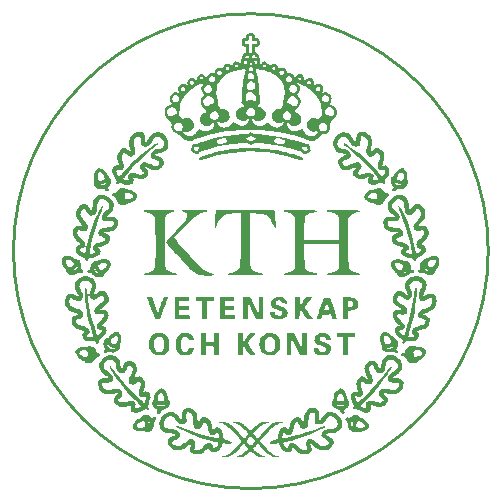
<source format=gbr>
%TF.GenerationSoftware,KiCad,Pcbnew,9.0.4*%
%TF.CreationDate,2025-08-27T15:07:23+05:30*%
%TF.ProjectId,KthDesign.kicad_pcb_3,4b746844-6573-4696-976e-2e6b69636164,rev?*%
%TF.SameCoordinates,Original*%
%TF.FileFunction,Legend,Top*%
%TF.FilePolarity,Positive*%
%FSLAX46Y46*%
G04 Gerber Fmt 4.6, Leading zero omitted, Abs format (unit mm)*
G04 Created by KiCad (PCBNEW 9.0.4) date 2025-08-27 15:07:23*
%MOMM*%
%LPD*%
G01*
G04 APERTURE LIST*
%ADD10C,0.254000*%
%ADD11C,0.000000*%
G04 APERTURE END LIST*
D10*
X159834000Y-90678000D02*
G75*
G02*
X119634000Y-90678000I-20100000J0D01*
G01*
X119634000Y-90678000D02*
G75*
G02*
X159834000Y-90678000I20100000J0D01*
G01*
D11*
%TO.C,G\u002A\u002A\u002A*%
G36*
X136571793Y-94738248D02*
G01*
X136571793Y-94899008D01*
X136303861Y-94899008D01*
X136035928Y-94899008D01*
X136035928Y-95662615D01*
X136035928Y-96426223D01*
X135821582Y-96426223D01*
X135607236Y-96426223D01*
X135607236Y-95663585D01*
X135607236Y-94900948D01*
X135346002Y-94893280D01*
X135084768Y-94885611D01*
X135076732Y-94731550D01*
X135068697Y-94577489D01*
X135820245Y-94577489D01*
X136571793Y-94577489D01*
X136571793Y-94738248D01*
G37*
G36*
X148521582Y-97792678D02*
G01*
X148521582Y-97953438D01*
X148257817Y-97953438D01*
X147994053Y-97953438D01*
X147976586Y-98335242D01*
X147969589Y-98520106D01*
X147963909Y-98730829D01*
X147960181Y-98939776D01*
X147959022Y-99098849D01*
X147958924Y-99480653D01*
X147757974Y-99480653D01*
X147557025Y-99480653D01*
X147557025Y-98717046D01*
X147557025Y-97953438D01*
X147289093Y-97953438D01*
X147021160Y-97953438D01*
X147021160Y-97792678D01*
X147021160Y-97631919D01*
X147771371Y-97631919D01*
X148521582Y-97631919D01*
X148521582Y-97792678D01*
G37*
G36*
X138340147Y-94737550D02*
G01*
X138340147Y-94897612D01*
X137931550Y-94905008D01*
X137522953Y-94912404D01*
X137522953Y-95099957D01*
X137522953Y-95287510D01*
X137904757Y-95294944D01*
X138286561Y-95302378D01*
X138286561Y-95462401D01*
X138286561Y-95622425D01*
X137897016Y-95622425D01*
X137507470Y-95622425D01*
X137515212Y-95856866D01*
X137522953Y-96091307D01*
X137958344Y-96098669D01*
X138393734Y-96106031D01*
X138393734Y-96266127D01*
X138393734Y-96426223D01*
X137764093Y-96426223D01*
X137134451Y-96426223D01*
X137134451Y-95501856D01*
X137134451Y-94577489D01*
X137737299Y-94577489D01*
X138340147Y-94577489D01*
X138340147Y-94737550D01*
G37*
G36*
X135901962Y-97993628D02*
G01*
X135901962Y-98355337D01*
X136236877Y-98355337D01*
X136571793Y-98355337D01*
X136571793Y-97993628D01*
X136571793Y-97631919D01*
X136786139Y-97631919D01*
X137000485Y-97631919D01*
X137000485Y-98556286D01*
X137000485Y-99480653D01*
X136799536Y-99480653D01*
X136598586Y-99480653D01*
X136598291Y-99179229D01*
X136596686Y-99046060D01*
X136592578Y-98922463D01*
X136586640Y-98824442D01*
X136581389Y-98777330D01*
X136564782Y-98676856D01*
X136233372Y-98676856D01*
X135901962Y-98676856D01*
X135901962Y-99078754D01*
X135901962Y-99480653D01*
X135701012Y-99480653D01*
X135500063Y-99480653D01*
X135500063Y-98556286D01*
X135500063Y-97631919D01*
X135701012Y-97631919D01*
X135901962Y-97631919D01*
X135901962Y-97993628D01*
G37*
G36*
X134508713Y-94738248D02*
G01*
X134508713Y-94899008D01*
X134093417Y-94899008D01*
X133678122Y-94899008D01*
X133678122Y-95099957D01*
X133678122Y-95300906D01*
X134066624Y-95300906D01*
X134455126Y-95300906D01*
X134455126Y-95461666D01*
X134455126Y-95622425D01*
X134065581Y-95622425D01*
X133676036Y-95622425D01*
X133683777Y-95856866D01*
X133691519Y-96091307D01*
X134111071Y-96098673D01*
X134530624Y-96106040D01*
X134539763Y-96255025D01*
X134542935Y-96338568D01*
X134541506Y-96397406D01*
X134537739Y-96415117D01*
X134508925Y-96418260D01*
X134434128Y-96421058D01*
X134320953Y-96423378D01*
X134177003Y-96425088D01*
X134009881Y-96426055D01*
X133901399Y-96426223D01*
X133276223Y-96426223D01*
X133276223Y-95501856D01*
X133276223Y-94577489D01*
X133892468Y-94577489D01*
X134508713Y-94577489D01*
X134508713Y-94738248D01*
G37*
G36*
X143087330Y-97637740D02*
G01*
X143386834Y-97645316D01*
X143710273Y-98320844D01*
X144033713Y-98996371D01*
X144057178Y-98314145D01*
X144080644Y-97631919D01*
X144264826Y-97631919D01*
X144449008Y-97631919D01*
X144449008Y-98557193D01*
X144449008Y-99482466D01*
X144162512Y-99474861D01*
X143876015Y-99467257D01*
X143544988Y-98770693D01*
X143459144Y-98591003D01*
X143379809Y-98426738D01*
X143310119Y-98284251D01*
X143253211Y-98169894D01*
X143212223Y-98090020D01*
X143190291Y-98050984D01*
X143188446Y-98048615D01*
X143180378Y-98066237D01*
X143173728Y-98134942D01*
X143168588Y-98252242D01*
X143165048Y-98415651D01*
X143163197Y-98622680D01*
X143162932Y-98751877D01*
X143162932Y-99480653D01*
X142975379Y-99480653D01*
X142787827Y-99480653D01*
X142787827Y-98555409D01*
X142787827Y-97630164D01*
X143087330Y-97637740D01*
G37*
G36*
X140778333Y-95502762D02*
G01*
X140778333Y-96428036D01*
X140490607Y-96420431D01*
X140202882Y-96412826D01*
X139867664Y-95708090D01*
X139764212Y-95489922D01*
X139681911Y-95318738D01*
X139618338Y-95195242D01*
X139571066Y-95120138D01*
X139537671Y-95094130D01*
X139515728Y-95117924D01*
X139502811Y-95192223D01*
X139496495Y-95317731D01*
X139494356Y-95495154D01*
X139493968Y-95725195D01*
X139493801Y-95816676D01*
X139492257Y-96426223D01*
X139291308Y-96426223D01*
X139090358Y-96426223D01*
X139090358Y-95501856D01*
X139090358Y-94577489D01*
X139271213Y-94577722D01*
X139390738Y-94580434D01*
X139512051Y-94587206D01*
X139586036Y-94594057D01*
X139720005Y-94610160D01*
X140040007Y-95275429D01*
X140124223Y-95448487D01*
X140201691Y-95603827D01*
X140269252Y-95735422D01*
X140323747Y-95837244D01*
X140362019Y-95903266D01*
X140380909Y-95927462D01*
X140381618Y-95927344D01*
X140387544Y-95897974D01*
X140392850Y-95822395D01*
X140397301Y-95707980D01*
X140400663Y-95562106D01*
X140402704Y-95392146D01*
X140403228Y-95245739D01*
X140403228Y-94577489D01*
X140590780Y-94577489D01*
X140778333Y-94577489D01*
X140778333Y-95502762D01*
G37*
G36*
X147965622Y-94585030D02*
G01*
X148130647Y-94592537D01*
X148279843Y-94603105D01*
X148402095Y-94615710D01*
X148486288Y-94629331D01*
X148506685Y-94634790D01*
X148641246Y-94706266D01*
X148744383Y-94816155D01*
X148811726Y-94956616D01*
X148838908Y-95119808D01*
X148834406Y-95223001D01*
X148797459Y-95373881D01*
X148724042Y-95494770D01*
X148611075Y-95587976D01*
X148455481Y-95655812D01*
X148254181Y-95700588D01*
X148186122Y-95709671D01*
X147932131Y-95739393D01*
X147932131Y-96082808D01*
X147932131Y-96426223D01*
X147731181Y-96426223D01*
X147530232Y-96426223D01*
X147530232Y-95498376D01*
X147530232Y-95415001D01*
X147932131Y-95415001D01*
X148099588Y-95396379D01*
X148198455Y-95380509D01*
X148282791Y-95358500D01*
X148325003Y-95340240D01*
X148376994Y-95278054D01*
X148404447Y-95187320D01*
X148406340Y-95087641D01*
X148381650Y-94998620D01*
X148345312Y-94950840D01*
X148300093Y-94932761D01*
X148218898Y-94916364D01*
X148119303Y-94905199D01*
X148119292Y-94905199D01*
X147932131Y-94891807D01*
X147932131Y-95153404D01*
X147932131Y-95415001D01*
X147530232Y-95415001D01*
X147530232Y-95153404D01*
X147530232Y-94570529D01*
X147965622Y-94585030D01*
G37*
G36*
X139036772Y-98010305D02*
G01*
X139037478Y-98160469D01*
X139040084Y-98263920D01*
X139045322Y-98327515D01*
X139053927Y-98358117D01*
X139066631Y-98362583D01*
X139073909Y-98357871D01*
X139102167Y-98326808D01*
X139156257Y-98260891D01*
X139229816Y-98168105D01*
X139316485Y-98056435D01*
X139375331Y-97979485D01*
X139639618Y-97631919D01*
X139877340Y-97631919D01*
X139992798Y-97633514D01*
X140061852Y-97639047D01*
X140091612Y-97649638D01*
X140089959Y-97665411D01*
X140065481Y-97696342D01*
X140013142Y-97761384D01*
X139938940Y-97853120D01*
X139848877Y-97964127D01*
X139764665Y-98067686D01*
X139464477Y-98436469D01*
X139509166Y-98523171D01*
X139538954Y-98572785D01*
X139594071Y-98657023D01*
X139668529Y-98767025D01*
X139756340Y-98893929D01*
X139839351Y-99011771D01*
X139931431Y-99141659D01*
X140013401Y-99257787D01*
X140079936Y-99352568D01*
X140125710Y-99418419D01*
X140145049Y-99447162D01*
X140142749Y-99463383D01*
X140107614Y-99473603D01*
X140032680Y-99478822D01*
X139915832Y-99480052D01*
X139666413Y-99479452D01*
X139358291Y-99024672D01*
X139050169Y-98569892D01*
X139042838Y-99025273D01*
X139035507Y-99480653D01*
X138835190Y-99480653D01*
X138634873Y-99480653D01*
X138634873Y-98556286D01*
X138634873Y-97631919D01*
X138835823Y-97631919D01*
X139036772Y-97631919D01*
X139036772Y-98010305D01*
G37*
G36*
X143859557Y-94942478D02*
G01*
X143860422Y-95090760D01*
X143863473Y-95192064D01*
X143869392Y-95252976D01*
X143878862Y-95280084D01*
X143892564Y-95279975D01*
X143894379Y-95278568D01*
X143921934Y-95247952D01*
X143975067Y-95182485D01*
X144047363Y-95090301D01*
X144132402Y-94979534D01*
X144182326Y-94913578D01*
X144435452Y-94577489D01*
X144656576Y-94577489D01*
X144757835Y-94580134D01*
X144834708Y-94587179D01*
X144874714Y-94597287D01*
X144877700Y-94601164D01*
X144861668Y-94628660D01*
X144817114Y-94690678D01*
X144749356Y-94780191D01*
X144663709Y-94890169D01*
X144570554Y-95007279D01*
X144462340Y-95142357D01*
X144383805Y-95242370D01*
X144331039Y-95314010D01*
X144300132Y-95363966D01*
X144287175Y-95398927D01*
X144288260Y-95425585D01*
X144299475Y-95450628D01*
X144305465Y-95460918D01*
X144333905Y-95504574D01*
X144387976Y-95583618D01*
X144462024Y-95689934D01*
X144550395Y-95815406D01*
X144647433Y-95951916D01*
X144652546Y-95959075D01*
X144957568Y-96386033D01*
X144727432Y-96393813D01*
X144615648Y-96394391D01*
X144525716Y-96388826D01*
X144471433Y-96378142D01*
X144464324Y-96374229D01*
X144439067Y-96344210D01*
X144389043Y-96277532D01*
X144319735Y-96181767D01*
X144236629Y-96064487D01*
X144152153Y-95943302D01*
X143872953Y-95539740D01*
X143859557Y-95976283D01*
X143846160Y-96412826D01*
X143638512Y-96420652D01*
X143430865Y-96428477D01*
X143430865Y-95502983D01*
X143430865Y-94577489D01*
X143645211Y-94577489D01*
X143859557Y-94577489D01*
X143859557Y-94942478D01*
G37*
G36*
X131387299Y-94577867D02*
G01*
X131613304Y-95274701D01*
X131673019Y-95456118D01*
X131728148Y-95618469D01*
X131776415Y-95755460D01*
X131815544Y-95860797D01*
X131843261Y-95928186D01*
X131857290Y-95951333D01*
X131857795Y-95951041D01*
X131870906Y-95921007D01*
X131898270Y-95847025D01*
X131937454Y-95736070D01*
X131986025Y-95595119D01*
X132041550Y-95431145D01*
X132095166Y-95270525D01*
X132161644Y-95070499D01*
X132213944Y-94915440D01*
X132254701Y-94799436D01*
X132286549Y-94716575D01*
X132312122Y-94660942D01*
X132334055Y-94626625D01*
X132354982Y-94607712D01*
X132377538Y-94598288D01*
X132396588Y-94593996D01*
X132491463Y-94581115D01*
X132584433Y-94578283D01*
X132658836Y-94585048D01*
X132698011Y-94600958D01*
X132698873Y-94602185D01*
X132693460Y-94632203D01*
X132671262Y-94706567D01*
X132634274Y-94819436D01*
X132584491Y-94964969D01*
X132523909Y-95137324D01*
X132454523Y-95330659D01*
X132385430Y-95519854D01*
X132056724Y-96412826D01*
X131896168Y-96417420D01*
X131796994Y-96416808D01*
X131710549Y-96410389D01*
X131669778Y-96403087D01*
X131650530Y-96393611D01*
X131630269Y-96373095D01*
X131606866Y-96336630D01*
X131578194Y-96279309D01*
X131542126Y-96196224D01*
X131496534Y-96082467D01*
X131439290Y-95933129D01*
X131368267Y-95743302D01*
X131281337Y-95508079D01*
X131278700Y-95500919D01*
X131203347Y-95294925D01*
X131134776Y-95104837D01*
X131075019Y-94936494D01*
X131026110Y-94795737D01*
X130990080Y-94688406D01*
X130968962Y-94620339D01*
X130964311Y-94597584D01*
X130994379Y-94588058D01*
X131064167Y-94581029D01*
X131159820Y-94577766D01*
X131181233Y-94577678D01*
X131387299Y-94577867D01*
G37*
G36*
X140309756Y-81969569D02*
G01*
X140744116Y-81991389D01*
X141162516Y-82028416D01*
X141577022Y-82081624D01*
X141999701Y-82151983D01*
X142260945Y-82202571D01*
X142469514Y-82247534D01*
X142690886Y-82299979D01*
X142918119Y-82357839D01*
X143144270Y-82419043D01*
X143362396Y-82481524D01*
X143565556Y-82543214D01*
X143746806Y-82602042D01*
X143899203Y-82655942D01*
X144015806Y-82702844D01*
X144089672Y-82740679D01*
X144104780Y-82751965D01*
X144149009Y-82820477D01*
X144141433Y-82892873D01*
X144110778Y-82935309D01*
X144086424Y-82954608D01*
X144055339Y-82964575D01*
X144009942Y-82963863D01*
X143942651Y-82951123D01*
X143845884Y-82925008D01*
X143712058Y-82884172D01*
X143571709Y-82839513D01*
X142780437Y-82613726D01*
X141973960Y-82439292D01*
X141152556Y-82316264D01*
X140470668Y-82253948D01*
X139706683Y-82229623D01*
X138933332Y-82255592D01*
X138157165Y-82330983D01*
X137384732Y-82454921D01*
X136622584Y-82626534D01*
X135877270Y-82844946D01*
X135769429Y-82880977D01*
X135629172Y-82927643D01*
X135529854Y-82957060D01*
X135462054Y-82970281D01*
X135416345Y-82968357D01*
X135383304Y-82952340D01*
X135356853Y-82927014D01*
X135316525Y-82856235D01*
X135329379Y-82790012D01*
X135361825Y-82752135D01*
X135409543Y-82724743D01*
X135501273Y-82686089D01*
X135629244Y-82638686D01*
X135785684Y-82585047D01*
X135962819Y-82527686D01*
X136152878Y-82469116D01*
X136348088Y-82411850D01*
X136540677Y-82358401D01*
X136722872Y-82311284D01*
X136732552Y-82308897D01*
X137196711Y-82202407D01*
X137636249Y-82118408D01*
X138067293Y-82054793D01*
X138505968Y-82009458D01*
X138968401Y-81980294D01*
X139344894Y-81967667D01*
X139847371Y-81961986D01*
X140309756Y-81969569D01*
G37*
G36*
X146733556Y-95495157D02*
G01*
X146817781Y-95739341D01*
X146885020Y-95937552D01*
X146936583Y-96094184D01*
X146973776Y-96213632D01*
X146997908Y-96300289D01*
X147010288Y-96358551D01*
X147012222Y-96392811D01*
X147005118Y-96407409D01*
X146959768Y-96417523D01*
X146879932Y-96422098D01*
X146801193Y-96420805D01*
X146634631Y-96412826D01*
X146575770Y-96225273D01*
X146516908Y-96037721D01*
X146160720Y-96045419D01*
X146028424Y-96049021D01*
X145916730Y-96053470D01*
X145835872Y-96058251D01*
X145796085Y-96062854D01*
X145793849Y-96063801D01*
X145779983Y-96092610D01*
X145753978Y-96157760D01*
X145722010Y-96243656D01*
X145660855Y-96412826D01*
X145485929Y-96420696D01*
X145394374Y-96421451D01*
X145326015Y-96415733D01*
X145296743Y-96405493D01*
X145302493Y-96376392D01*
X145324447Y-96303292D01*
X145360399Y-96192518D01*
X145408148Y-96050398D01*
X145465491Y-95883259D01*
X145528350Y-95702805D01*
X145900992Y-95702805D01*
X146139557Y-95702805D01*
X146254262Y-95701622D01*
X146325395Y-95696764D01*
X146362939Y-95686272D01*
X146376881Y-95668185D01*
X146378122Y-95655967D01*
X146369994Y-95608694D01*
X146348345Y-95528752D01*
X146317284Y-95428104D01*
X146280915Y-95318714D01*
X146243346Y-95212544D01*
X146208683Y-95121558D01*
X146181031Y-95057718D01*
X146164498Y-95032988D01*
X146164279Y-95032974D01*
X146145864Y-95056408D01*
X146116008Y-95118774D01*
X146080210Y-95208165D01*
X146068366Y-95240622D01*
X146026081Y-95358730D01*
X145983828Y-95475997D01*
X145950142Y-95568739D01*
X145947653Y-95575537D01*
X145900992Y-95702805D01*
X145528350Y-95702805D01*
X145530224Y-95697426D01*
X145600144Y-95499226D01*
X145673049Y-95294987D01*
X145746734Y-95091034D01*
X145818998Y-94893695D01*
X145884310Y-94718153D01*
X145927069Y-94604282D01*
X146175849Y-94604282D01*
X146424629Y-94604282D01*
X146733556Y-95495157D01*
G37*
G36*
X134228849Y-97611193D02*
G01*
X134437697Y-97644396D01*
X134612662Y-97714111D01*
X134750629Y-97818332D01*
X134848482Y-97955047D01*
X134880118Y-98031118D01*
X134907244Y-98120408D01*
X134910929Y-98176247D01*
X134883744Y-98206466D01*
X134818258Y-98218896D01*
X134707044Y-98221368D01*
X134699615Y-98221370D01*
X134488618Y-98221370D01*
X134472380Y-98140182D01*
X134428438Y-98044513D01*
X134346579Y-97964742D01*
X134242453Y-97915185D01*
X134221140Y-97910309D01*
X134100337Y-97911643D01*
X133996562Y-97963374D01*
X133911343Y-98064606D01*
X133889150Y-98105454D01*
X133861405Y-98167583D01*
X133843086Y-98228468D01*
X133832331Y-98301413D01*
X133827279Y-98399718D01*
X133826072Y-98536688D01*
X133826097Y-98556286D01*
X133827597Y-98699745D01*
X133832703Y-98802953D01*
X133843280Y-98879215D01*
X133861194Y-98941839D01*
X133888311Y-99004130D01*
X133889126Y-99005804D01*
X133967868Y-99121582D01*
X134062745Y-99190727D01*
X134165820Y-99214480D01*
X134269157Y-99194085D01*
X134364820Y-99130783D01*
X134444874Y-99025818D01*
X134492768Y-98911297D01*
X134508394Y-98886983D01*
X134544494Y-98872677D01*
X134612392Y-98865962D01*
X134712306Y-98864408D01*
X134917581Y-98864408D01*
X134903650Y-98988003D01*
X134860455Y-99139296D01*
X134769374Y-99272149D01*
X134634491Y-99381185D01*
X134583288Y-99409889D01*
X134491391Y-99451563D01*
X134401889Y-99477483D01*
X134294123Y-99492394D01*
X134195824Y-99498867D01*
X134074396Y-99502975D01*
X133988273Y-99499212D01*
X133919435Y-99485008D01*
X133849864Y-99457789D01*
X133824390Y-99445856D01*
X133698977Y-99368839D01*
X133593281Y-99263412D01*
X133497018Y-99118627D01*
X133469671Y-99068237D01*
X133441075Y-99010379D01*
X133421303Y-98957457D01*
X133408726Y-98897854D01*
X133401715Y-98819952D01*
X133398638Y-98712133D01*
X133397868Y-98562780D01*
X133397862Y-98556286D01*
X133397571Y-98181181D01*
X133493164Y-98007024D01*
X133607115Y-97838387D01*
X133739837Y-97717924D01*
X133896523Y-97642840D01*
X134082367Y-97610342D01*
X134228849Y-97611193D01*
G37*
G36*
X132179615Y-97630989D02*
G01*
X132343401Y-97665751D01*
X132478408Y-97728707D01*
X132594935Y-97823546D01*
X132621440Y-97851620D01*
X132702717Y-97950345D01*
X132760702Y-98046227D01*
X132799055Y-98151449D01*
X132821436Y-98278190D01*
X132831504Y-98438631D01*
X132833157Y-98556286D01*
X132832409Y-98707324D01*
X132828219Y-98817026D01*
X132819147Y-98897605D01*
X132803752Y-98961274D01*
X132780595Y-99020247D01*
X132777717Y-99026529D01*
X132668603Y-99206367D01*
X132527447Y-99343323D01*
X132354085Y-99437502D01*
X132148353Y-99489006D01*
X132033237Y-99498790D01*
X131893554Y-99497853D01*
X131764530Y-99486073D01*
X131686642Y-99470608D01*
X131509629Y-99394051D01*
X131357950Y-99274232D01*
X131237510Y-99117829D01*
X131154212Y-98931518D01*
X131130901Y-98842041D01*
X131109246Y-98669756D01*
X131109227Y-98541993D01*
X131537197Y-98541993D01*
X131538949Y-98609143D01*
X131561545Y-98818597D01*
X131612182Y-98982612D01*
X131691203Y-99101620D01*
X131798952Y-99176053D01*
X131935771Y-99206346D01*
X132011354Y-99205374D01*
X132126814Y-99185154D01*
X132216472Y-99147312D01*
X132225699Y-99140954D01*
X132276811Y-99085888D01*
X132330117Y-99002244D01*
X132359198Y-98942301D01*
X132387630Y-98866920D01*
X132404955Y-98794920D01*
X132413173Y-98710316D01*
X132414287Y-98597128D01*
X132412575Y-98516096D01*
X132407647Y-98384218D01*
X132399264Y-98291098D01*
X132384453Y-98221911D01*
X132360239Y-98161833D01*
X132330711Y-98107992D01*
X132274217Y-98021530D01*
X132218174Y-97967683D01*
X132147629Y-97938972D01*
X132047632Y-97927916D01*
X131968233Y-97926645D01*
X131869068Y-97928062D01*
X131805482Y-97936818D01*
X131759471Y-97959666D01*
X131713031Y-98003360D01*
X131686584Y-98032299D01*
X131614836Y-98129075D01*
X131568004Y-98238537D01*
X131543116Y-98372304D01*
X131537197Y-98541993D01*
X131109227Y-98541993D01*
X131109218Y-98483177D01*
X131129321Y-98301297D01*
X131168058Y-98143104D01*
X131190489Y-98086182D01*
X131285394Y-97915270D01*
X131396650Y-97787685D01*
X131531438Y-97699174D01*
X131696940Y-97645488D01*
X131900336Y-97622374D01*
X131976751Y-97620733D01*
X132179615Y-97630989D01*
G37*
G36*
X142311952Y-94558104D02*
G01*
X142339536Y-94561761D01*
X142498423Y-94610765D01*
X142631673Y-94701905D01*
X142731462Y-94827448D01*
X142789964Y-94979661D01*
X142796060Y-95012879D01*
X142811251Y-95113354D01*
X142695715Y-95113354D01*
X142561898Y-95107485D01*
X142471126Y-95087664D01*
X142413920Y-95050569D01*
X142385250Y-95004544D01*
X142327691Y-94921519D01*
X142244296Y-94868613D01*
X142146647Y-94844709D01*
X142046323Y-94848691D01*
X141954906Y-94879441D01*
X141883974Y-94935843D01*
X141845109Y-95016780D01*
X141841132Y-95057015D01*
X141851117Y-95125179D01*
X141885672Y-95181117D01*
X141951695Y-95229723D01*
X142056085Y-95275887D01*
X142205739Y-95324501D01*
X142227201Y-95330770D01*
X142413631Y-95389224D01*
X142555115Y-95444874D01*
X142659826Y-95501990D01*
X142735936Y-95564845D01*
X142780091Y-95619689D01*
X142830816Y-95739690D01*
X142842492Y-95878875D01*
X142817524Y-96022473D01*
X142758317Y-96155709D01*
X142676563Y-96255631D01*
X142543589Y-96344316D01*
X142374546Y-96407265D01*
X142181585Y-96442116D01*
X141976855Y-96446506D01*
X141805222Y-96425034D01*
X141640663Y-96371493D01*
X141515047Y-96282297D01*
X141425952Y-96154942D01*
X141370958Y-95986925D01*
X141368243Y-95973153D01*
X141353159Y-95891790D01*
X141343263Y-95834900D01*
X141340991Y-95818591D01*
X141365600Y-95814391D01*
X141430816Y-95813042D01*
X141523729Y-95814734D01*
X141547015Y-95815549D01*
X141753038Y-95823375D01*
X141775976Y-95917151D01*
X141818439Y-96021389D01*
X141889649Y-96088819D01*
X141996410Y-96123843D01*
X142107311Y-96131497D01*
X142208131Y-96128480D01*
X142273285Y-96116185D01*
X142320514Y-96089742D01*
X142346956Y-96065732D01*
X142400103Y-95982059D01*
X142410149Y-95890840D01*
X142376478Y-95808299D01*
X142357515Y-95787426D01*
X142308504Y-95758188D01*
X142221869Y-95721622D01*
X142111966Y-95683418D01*
X142042694Y-95662605D01*
X141871065Y-95610801D01*
X141741698Y-95562884D01*
X141644044Y-95513647D01*
X141567556Y-95457883D01*
X141509482Y-95399395D01*
X141432606Y-95274828D01*
X141404879Y-95137643D01*
X141425818Y-94995432D01*
X141494942Y-94855786D01*
X141548253Y-94788376D01*
X141628149Y-94712924D01*
X141717946Y-94646357D01*
X141754459Y-94625120D01*
X141863911Y-94586759D01*
X142006319Y-94561394D01*
X142162170Y-94551138D01*
X142311952Y-94558104D01*
G37*
G36*
X141473132Y-97620161D02*
G01*
X141567661Y-97625924D01*
X141640522Y-97639066D01*
X141707655Y-97662322D01*
X141775152Y-97693573D01*
X141909178Y-97774154D01*
X142014282Y-97874950D01*
X142103070Y-98009477D01*
X142142373Y-98087404D01*
X142172434Y-98156117D01*
X142192287Y-98219290D01*
X142203952Y-98290784D01*
X142209446Y-98384454D01*
X142210792Y-98514161D01*
X142210709Y-98556286D01*
X142208832Y-98702018D01*
X142203065Y-98808056D01*
X142191512Y-98888255D01*
X142172279Y-98956472D01*
X142147680Y-99017178D01*
X142063125Y-99158716D01*
X141946057Y-99288852D01*
X141810888Y-99394307D01*
X141672032Y-99461803D01*
X141661585Y-99465049D01*
X141516683Y-99493749D01*
X141352081Y-99504149D01*
X141191213Y-99496057D01*
X141059662Y-99469967D01*
X140901402Y-99407502D01*
X140777809Y-99327773D01*
X140707651Y-99261895D01*
X140627409Y-99163233D01*
X140567364Y-99053882D01*
X140519515Y-98917228D01*
X140494119Y-98818581D01*
X140462891Y-98590751D01*
X140464673Y-98558082D01*
X140925696Y-98558082D01*
X140926274Y-98702480D01*
X140929189Y-98804703D01*
X140936210Y-98876163D01*
X140949108Y-98928266D01*
X140969653Y-98972424D01*
X140996678Y-99015611D01*
X141093909Y-99126469D01*
X141209845Y-99188426D01*
X141351215Y-99204715D01*
X141385580Y-99202565D01*
X141477947Y-99189367D01*
X141556141Y-99169737D01*
X141582366Y-99159008D01*
X141624672Y-99118653D01*
X141674609Y-99046005D01*
X141711933Y-98975980D01*
X141744979Y-98899338D01*
X141765966Y-98829124D01*
X141777537Y-98749224D01*
X141782335Y-98643525D01*
X141783080Y-98542145D01*
X141781595Y-98408659D01*
X141775507Y-98313664D01*
X141762373Y-98242109D01*
X141739743Y-98178943D01*
X141716097Y-98130011D01*
X141632654Y-98008466D01*
X141529163Y-97935066D01*
X141398969Y-97906068D01*
X141319785Y-97907198D01*
X141176938Y-97936856D01*
X141066279Y-98005626D01*
X140979282Y-98116998D01*
X140956700Y-98162150D01*
X140941398Y-98214423D01*
X140932032Y-98284880D01*
X140927257Y-98384582D01*
X140925730Y-98524593D01*
X140925696Y-98558082D01*
X140464673Y-98558082D01*
X140474946Y-98369780D01*
X140527444Y-98163150D01*
X140617544Y-97978341D01*
X140742407Y-97822836D01*
X140899190Y-97704115D01*
X140922002Y-97691651D01*
X140990643Y-97658486D01*
X141053876Y-97637290D01*
X141126992Y-97625413D01*
X141225284Y-97620205D01*
X141340991Y-97619040D01*
X141473132Y-97620161D01*
G37*
G36*
X132276136Y-87209584D02*
G01*
X132528878Y-87210378D01*
X132736184Y-87211840D01*
X132902128Y-87214085D01*
X133030786Y-87217226D01*
X133126232Y-87221377D01*
X133192539Y-87226653D01*
X133233784Y-87233168D01*
X133254040Y-87241035D01*
X133257481Y-87245266D01*
X133261765Y-87288518D01*
X133232232Y-87323324D01*
X133161919Y-87354786D01*
X133072503Y-87380748D01*
X132885534Y-87436813D01*
X132743294Y-87499201D01*
X132636926Y-87574226D01*
X132557572Y-87668205D01*
X132496376Y-87787453D01*
X132494030Y-87793210D01*
X132432236Y-87946160D01*
X132435960Y-89875273D01*
X132437251Y-90319736D01*
X132439306Y-90710892D01*
X132442130Y-91049015D01*
X132445727Y-91334379D01*
X132450102Y-91567259D01*
X132455260Y-91747928D01*
X132461204Y-91876661D01*
X132467940Y-91953732D01*
X132469660Y-91964495D01*
X132508223Y-92102438D01*
X132570853Y-92214719D01*
X132663486Y-92305837D01*
X132792058Y-92380286D01*
X132962506Y-92442564D01*
X133169773Y-92494799D01*
X133295592Y-92523228D01*
X133378083Y-92545809D01*
X133426610Y-92566447D01*
X133450537Y-92589046D01*
X133458941Y-92615406D01*
X133467503Y-92675168D01*
X132083924Y-92675168D01*
X130700344Y-92675168D01*
X130708906Y-92616836D01*
X130720453Y-92586111D01*
X130751594Y-92562351D01*
X130812861Y-92540676D01*
X130914785Y-92516208D01*
X130936081Y-92511598D01*
X131162391Y-92450631D01*
X131340824Y-92373586D01*
X131475515Y-92277275D01*
X131570598Y-92158513D01*
X131630210Y-92014112D01*
X131641185Y-91968280D01*
X131647566Y-91911834D01*
X131652911Y-91808424D01*
X131657228Y-91657182D01*
X131660525Y-91457241D01*
X131662812Y-91207734D01*
X131664098Y-90907793D01*
X131664391Y-90556552D01*
X131663701Y-90153143D01*
X131662773Y-89873668D01*
X131661310Y-89503147D01*
X131659906Y-89182361D01*
X131658442Y-88907460D01*
X131656800Y-88674593D01*
X131654864Y-88479908D01*
X131652515Y-88319554D01*
X131649637Y-88189682D01*
X131646110Y-88086439D01*
X131641819Y-88005975D01*
X131636645Y-87944440D01*
X131630470Y-87897981D01*
X131623178Y-87862749D01*
X131614650Y-87834892D01*
X131604769Y-87810560D01*
X131599416Y-87798797D01*
X131524943Y-87677446D01*
X131420989Y-87577557D01*
X131281765Y-87495779D01*
X131101479Y-87428764D01*
X130874344Y-87373161D01*
X130858133Y-87369923D01*
X130770975Y-87350244D01*
X130724542Y-87330171D01*
X130706470Y-87302040D01*
X130704071Y-87274429D01*
X130704071Y-87209345D01*
X131973884Y-87209345D01*
X132276136Y-87209584D01*
G37*
G36*
X152309913Y-91370174D02*
G01*
X152473586Y-91414420D01*
X152591808Y-91448650D01*
X152727882Y-91476443D01*
X152817261Y-91488200D01*
X152968267Y-91513081D01*
X153081384Y-91562521D01*
X153169837Y-91644997D01*
X153242591Y-91760749D01*
X153290410Y-91868566D01*
X153312867Y-91971708D01*
X153317574Y-92075379D01*
X153317574Y-92246476D01*
X153397953Y-92246476D01*
X153474765Y-92264973D01*
X153542033Y-92310925D01*
X153581549Y-92370025D01*
X153585506Y-92393839D01*
X153560979Y-92461635D01*
X153493975Y-92511884D01*
X153394361Y-92538517D01*
X153345926Y-92541202D01*
X153272819Y-92544598D01*
X153215297Y-92560087D01*
X153156311Y-92595617D01*
X153078812Y-92659139D01*
X153062483Y-92673369D01*
X152893136Y-92794811D01*
X152721264Y-92866659D01*
X152550800Y-92888016D01*
X152385677Y-92857985D01*
X152337514Y-92838705D01*
X152248625Y-92785200D01*
X152172998Y-92716602D01*
X152123711Y-92646575D01*
X152111877Y-92602958D01*
X152093618Y-92569339D01*
X152084594Y-92558258D01*
X152651888Y-92558258D01*
X152667725Y-92571168D01*
X152713067Y-92548487D01*
X152784039Y-92489800D01*
X152835278Y-92439246D01*
X152932575Y-92314598D01*
X152994893Y-92183646D01*
X153017625Y-92058394D01*
X153009153Y-91986329D01*
X152989103Y-91911560D01*
X152969826Y-91978543D01*
X152924202Y-92095455D01*
X152851576Y-92233619D01*
X152761673Y-92375264D01*
X152724238Y-92427330D01*
X152669434Y-92510173D01*
X152651888Y-92558258D01*
X152084594Y-92558258D01*
X152044323Y-92508810D01*
X151972222Y-92430931D01*
X151911559Y-92370214D01*
X151792211Y-92246645D01*
X151709707Y-92138382D01*
X151656650Y-92030493D01*
X151625643Y-91908045D01*
X151612353Y-91785956D01*
X151926307Y-91785956D01*
X151935292Y-91875221D01*
X151988152Y-91980746D01*
X152085258Y-92098399D01*
X152116427Y-92129162D01*
X152224968Y-92225447D01*
X152309697Y-92279542D01*
X152379514Y-92291700D01*
X152443317Y-92262175D01*
X152510006Y-92191221D01*
X152546421Y-92141425D01*
X152599107Y-92056940D01*
X152635746Y-91981061D01*
X152647742Y-91935141D01*
X152623244Y-91870028D01*
X152557679Y-91803517D01*
X152462939Y-91742373D01*
X152350919Y-91693364D01*
X152233511Y-91663256D01*
X152158889Y-91657024D01*
X152038478Y-91672727D01*
X151960826Y-91717081D01*
X151926307Y-91785956D01*
X151612353Y-91785956D01*
X151609594Y-91760612D01*
X151595510Y-91555129D01*
X151699633Y-91489620D01*
X151893553Y-91397357D01*
X152097641Y-91357478D01*
X152309913Y-91370174D01*
G37*
G36*
X132287097Y-102364643D02*
G01*
X132432391Y-102466923D01*
X132545575Y-102600755D01*
X132630011Y-102771624D01*
X132689062Y-102985015D01*
X132698597Y-103036000D01*
X132733197Y-103182616D01*
X132776934Y-103277958D01*
X132791325Y-103295902D01*
X132853373Y-103397296D01*
X132871743Y-103514618D01*
X132850846Y-103640156D01*
X132795093Y-103766197D01*
X132708896Y-103885028D01*
X132596667Y-103988938D01*
X132462816Y-104070215D01*
X132320341Y-104119284D01*
X132229206Y-104144230D01*
X132170819Y-104176923D01*
X132124656Y-104230913D01*
X132105066Y-104261427D01*
X132026402Y-104370214D01*
X131954944Y-104427433D01*
X131888096Y-104434197D01*
X131823256Y-104391621D01*
X131816948Y-104384875D01*
X131783474Y-104309450D01*
X131790244Y-104207588D01*
X131811582Y-104142678D01*
X131804163Y-104107783D01*
X131754008Y-104061342D01*
X131681662Y-104013921D01*
X131538506Y-103902241D01*
X131443888Y-103768732D01*
X131418679Y-103684955D01*
X131760695Y-103684955D01*
X131796737Y-103722307D01*
X131865803Y-103771429D01*
X131953469Y-103803419D01*
X132071828Y-103816646D01*
X132201617Y-103811737D01*
X132323573Y-103789322D01*
X132412617Y-103753590D01*
X132471049Y-103710925D01*
X132479914Y-103684692D01*
X132441698Y-103678597D01*
X132371741Y-103692655D01*
X132291849Y-103704069D01*
X132178175Y-103707370D01*
X132049786Y-103703294D01*
X131925748Y-103692580D01*
X131825130Y-103675964D01*
X131805103Y-103670752D01*
X131762332Y-103665859D01*
X131760695Y-103684955D01*
X131418679Y-103684955D01*
X131396489Y-103611209D01*
X131390195Y-103530988D01*
X131394393Y-103425749D01*
X131415905Y-103348870D01*
X131451460Y-103289112D01*
X131491875Y-103213215D01*
X131515224Y-103149967D01*
X131858967Y-103149967D01*
X131861084Y-103253995D01*
X131881917Y-103329219D01*
X131894847Y-103346926D01*
X131948375Y-103373143D01*
X132035071Y-103389338D01*
X132137604Y-103395324D01*
X132238642Y-103390915D01*
X132320851Y-103375922D01*
X132365478Y-103352006D01*
X132384685Y-103299279D01*
X132390027Y-103201555D01*
X132386477Y-103115506D01*
X132363461Y-102953267D01*
X132320299Y-102824544D01*
X132261567Y-102732485D01*
X132191835Y-102680239D01*
X132115679Y-102670953D01*
X132037670Y-102707776D01*
X131962382Y-102793857D01*
X131949537Y-102814713D01*
X131904731Y-102915361D01*
X131874028Y-103032100D01*
X131858967Y-103149967D01*
X131515224Y-103149967D01*
X131529938Y-103110111D01*
X131551301Y-103028933D01*
X131619367Y-102803757D01*
X131720539Y-102612581D01*
X131851616Y-102459956D01*
X132009398Y-102350434D01*
X132038102Y-102336674D01*
X132146090Y-102287978D01*
X132287097Y-102364643D01*
G37*
G36*
X146104560Y-97630587D02*
G01*
X146211375Y-97669013D01*
X146292081Y-97725545D01*
X146372142Y-97805127D01*
X146436758Y-97890783D01*
X146471125Y-97965539D01*
X146471511Y-97967326D01*
X146488635Y-98049885D01*
X146499202Y-98100801D01*
X146504276Y-98135761D01*
X146494096Y-98155777D01*
X146457851Y-98165016D01*
X146384729Y-98167646D01*
X146325406Y-98167784D01*
X146226953Y-98166794D01*
X146168104Y-98160200D01*
X146134878Y-98142571D01*
X146113291Y-98108473D01*
X146101303Y-98080706D01*
X146046688Y-97985763D01*
X145971984Y-97931740D01*
X145875841Y-97908082D01*
X145768727Y-97909510D01*
X145669816Y-97937871D01*
X145594535Y-97986596D01*
X145559661Y-98042724D01*
X145547657Y-98134326D01*
X145566344Y-98208210D01*
X145620897Y-98269286D01*
X145716490Y-98322465D01*
X145858298Y-98372657D01*
X145928648Y-98392867D01*
X146138983Y-98458165D01*
X146300435Y-98526874D01*
X146417701Y-98602942D01*
X146495482Y-98690316D01*
X146538477Y-98792945D01*
X146551385Y-98914775D01*
X146551379Y-98915989D01*
X146531939Y-99075640D01*
X146472637Y-99206712D01*
X146368814Y-99316550D01*
X146246907Y-99396081D01*
X146163241Y-99439679D01*
X146093511Y-99467764D01*
X146020618Y-99484285D01*
X145927461Y-99493193D01*
X145804818Y-99498195D01*
X145643430Y-99499153D01*
X145523538Y-99489855D01*
X145433866Y-99469338D01*
X145423613Y-99465713D01*
X145281268Y-99386795D01*
X145169072Y-99271705D01*
X145094629Y-99131073D01*
X145065543Y-98975530D01*
X145065402Y-98964883D01*
X145065253Y-98891202D01*
X145262853Y-98891202D01*
X145460453Y-98891202D01*
X145476877Y-98973320D01*
X145506655Y-99045218D01*
X145560029Y-99121032D01*
X145575525Y-99137663D01*
X145624394Y-99182725D01*
X145667972Y-99205618D01*
X145725327Y-99211512D01*
X145815524Y-99205577D01*
X145823381Y-99204868D01*
X145924867Y-99191380D01*
X145990727Y-99169122D01*
X146038881Y-99131322D01*
X146049601Y-99119411D01*
X146100222Y-99028403D01*
X146103664Y-98936187D01*
X146059913Y-98855167D01*
X146049905Y-98845317D01*
X145998175Y-98813993D01*
X145909465Y-98775818D01*
X145798794Y-98736893D01*
X145737193Y-98718280D01*
X145556862Y-98662697D01*
X145420834Y-98610101D01*
X145320294Y-98556404D01*
X145246426Y-98497521D01*
X145234495Y-98485212D01*
X145156262Y-98364546D01*
X145122368Y-98226499D01*
X145131524Y-98081794D01*
X145182444Y-97941155D01*
X145273840Y-97815305D01*
X145320044Y-97772658D01*
X145443775Y-97698389D01*
X145600062Y-97645191D01*
X145772935Y-97614920D01*
X145946424Y-97609433D01*
X146104560Y-97630587D01*
G37*
G36*
X148723492Y-104535394D02*
G01*
X148820022Y-104577230D01*
X148907630Y-104632240D01*
X148962839Y-104686911D01*
X149009164Y-104732721D01*
X149087286Y-104786962D01*
X149172576Y-104833929D01*
X149365914Y-104942408D01*
X149512914Y-105060716D01*
X149620782Y-105196536D01*
X149696723Y-105357551D01*
X149714249Y-105411558D01*
X149736201Y-105492282D01*
X149739290Y-105544807D01*
X149720656Y-105592071D01*
X149685018Y-105646088D01*
X149581278Y-105760482D01*
X149445699Y-105859923D01*
X149338776Y-105913563D01*
X149279734Y-105927349D01*
X149181693Y-105939806D01*
X149059239Y-105949410D01*
X148950274Y-105954105D01*
X148811171Y-105958904D01*
X148677133Y-105965417D01*
X148565831Y-105972688D01*
X148508185Y-105978031D01*
X148403007Y-105981875D01*
X148313661Y-105960314D01*
X148257448Y-105934752D01*
X148125697Y-105839000D01*
X148026177Y-105703442D01*
X147961214Y-105532739D01*
X147933129Y-105331547D01*
X147932976Y-105324068D01*
X148247466Y-105324068D01*
X148251706Y-105409376D01*
X148262498Y-105486518D01*
X148276950Y-105541194D01*
X148292172Y-105559106D01*
X148294658Y-105557437D01*
X148304230Y-105528574D01*
X148319901Y-105465170D01*
X148657985Y-105465170D01*
X148677383Y-105541249D01*
X148694025Y-105561299D01*
X148783298Y-105607498D01*
X148904905Y-105633823D01*
X149040929Y-105639018D01*
X149173457Y-105621828D01*
X149244702Y-105599904D01*
X149334023Y-105544241D01*
X149374706Y-105471823D01*
X149366912Y-105388031D01*
X149310803Y-105298245D01*
X149233490Y-105227428D01*
X149082933Y-105138629D01*
X148922357Y-105089328D01*
X148840473Y-105081618D01*
X148783636Y-105084164D01*
X148749098Y-105102038D01*
X148723702Y-105147952D01*
X148699808Y-105217485D01*
X148665506Y-105354531D01*
X148657985Y-105465170D01*
X148319901Y-105465170D01*
X148320960Y-105460884D01*
X148341494Y-105368082D01*
X148344794Y-105352372D01*
X148375850Y-105229016D01*
X148416144Y-105102447D01*
X148452112Y-105011363D01*
X148489197Y-104921809D01*
X148497337Y-104876866D01*
X148475897Y-104875644D01*
X148424241Y-104917254D01*
X148400915Y-104939778D01*
X148305820Y-105070680D01*
X148255179Y-105227646D01*
X148247466Y-105324068D01*
X147932976Y-105324068D01*
X147932131Y-105282608D01*
X147923891Y-105198419D01*
X147892544Y-105126161D01*
X147838354Y-105053649D01*
X147771308Y-104951674D01*
X147744909Y-104859107D01*
X147760961Y-104784419D01*
X147776730Y-104764282D01*
X147840834Y-104734673D01*
X147921337Y-104744709D01*
X147988761Y-104782794D01*
X148051328Y-104833458D01*
X148181885Y-104716076D01*
X148303417Y-104627924D01*
X148441655Y-104560879D01*
X148577018Y-104523383D01*
X148640316Y-104518372D01*
X148723492Y-104535394D01*
G37*
G36*
X128528578Y-97548408D02*
G01*
X128543404Y-97554678D01*
X128592793Y-97594576D01*
X128648952Y-97664819D01*
X128681961Y-97718483D01*
X128751365Y-97901289D01*
X128771462Y-98101828D01*
X128741989Y-98316241D01*
X128726509Y-98372675D01*
X128693787Y-98498983D01*
X128666056Y-98636922D01*
X128652502Y-98730442D01*
X128637431Y-98832805D01*
X128617172Y-98922465D01*
X128599769Y-98971581D01*
X128513147Y-99085945D01*
X128388942Y-99174596D01*
X128238458Y-99233763D01*
X128073003Y-99259672D01*
X127903883Y-99248550D01*
X127826690Y-99229565D01*
X127747584Y-99207430D01*
X127691593Y-99204008D01*
X127633947Y-99221660D01*
X127566347Y-99254388D01*
X127455883Y-99302806D01*
X127377256Y-99317702D01*
X127321453Y-99300234D01*
X127306688Y-99287742D01*
X127275702Y-99223395D01*
X127277091Y-99142533D01*
X127307752Y-99068798D01*
X127339538Y-99037399D01*
X127404540Y-98994808D01*
X127326162Y-98829133D01*
X127271706Y-98674602D01*
X127263075Y-98611773D01*
X127567099Y-98611773D01*
X127574248Y-98643751D01*
X127623522Y-98707397D01*
X127701058Y-98786948D01*
X127803433Y-98873456D01*
X127896152Y-98922515D01*
X127948895Y-98937046D01*
X128042862Y-98949261D01*
X128127914Y-98949435D01*
X128189304Y-98938611D01*
X128212299Y-98918378D01*
X128188658Y-98901860D01*
X128129610Y-98885341D01*
X128105871Y-98881032D01*
X128023793Y-98854235D01*
X127913766Y-98798510D01*
X127788208Y-98720172D01*
X127784352Y-98717553D01*
X127673557Y-98647503D01*
X127600671Y-98612633D01*
X127567099Y-98611773D01*
X127263075Y-98611773D01*
X127250534Y-98520488D01*
X127260539Y-98375688D01*
X127269792Y-98345713D01*
X127845592Y-98345713D01*
X127878473Y-98410127D01*
X127927313Y-98449568D01*
X128003832Y-98497220D01*
X128090536Y-98543765D01*
X128169930Y-98579890D01*
X128224522Y-98596278D01*
X128228432Y-98596476D01*
X128260143Y-98575753D01*
X128307218Y-98522446D01*
X128341914Y-98474070D01*
X128411224Y-98343916D01*
X128453121Y-98210564D01*
X128466800Y-98084897D01*
X128451457Y-97977798D01*
X128406286Y-97900150D01*
X128385580Y-97883418D01*
X128312959Y-97857325D01*
X128231491Y-97872197D01*
X128135852Y-97930220D01*
X128021380Y-98032918D01*
X127913754Y-98155482D01*
X127855324Y-98259309D01*
X127845592Y-98345713D01*
X127269792Y-98345713D01*
X127299615Y-98249103D01*
X127365655Y-98149630D01*
X127456551Y-98086168D01*
X127505528Y-98071630D01*
X127573505Y-98045938D01*
X127637829Y-97989403D01*
X127688918Y-97924355D01*
X127807428Y-97789303D01*
X127947658Y-97677522D01*
X128099749Y-97593275D01*
X128253840Y-97540830D01*
X128400070Y-97524452D01*
X128528578Y-97548408D01*
G37*
G36*
X150680829Y-85327528D02*
G01*
X150811101Y-85382030D01*
X150926777Y-85466483D01*
X151013354Y-85572764D01*
X151070236Y-85666481D01*
X151108297Y-85722412D01*
X151137300Y-85748100D01*
X151167004Y-85751088D01*
X151207171Y-85738917D01*
X151221723Y-85733785D01*
X151311129Y-85722734D01*
X151382399Y-85749039D01*
X151429504Y-85801004D01*
X151446416Y-85866936D01*
X151427108Y-85935138D01*
X151365552Y-85993915D01*
X151358004Y-85998197D01*
X151246153Y-86071954D01*
X151171444Y-86158453D01*
X151119115Y-86276041D01*
X151109315Y-86307316D01*
X151042822Y-86458732D01*
X150945447Y-86586254D01*
X150825720Y-86685647D01*
X150692171Y-86752676D01*
X150553331Y-86783106D01*
X150417730Y-86772703D01*
X150293899Y-86717231D01*
X150289618Y-86714233D01*
X150217937Y-86675448D01*
X150114341Y-86633944D01*
X149999398Y-86597810D01*
X149981814Y-86593191D01*
X149778977Y-86527547D01*
X149619966Y-86443264D01*
X149543573Y-86376389D01*
X150684035Y-86376389D01*
X150694497Y-86400102D01*
X150723254Y-86379651D01*
X150765757Y-86315985D01*
X150779661Y-86290236D01*
X150837391Y-86128340D01*
X150842668Y-85968293D01*
X150814552Y-85858179D01*
X150773513Y-85760658D01*
X150743439Y-85713383D01*
X150723615Y-85716977D01*
X150713326Y-85772062D01*
X150711857Y-85879259D01*
X150713926Y-85945735D01*
X150715650Y-86071551D01*
X150711451Y-86188888D01*
X150702211Y-86279517D01*
X150696415Y-86307567D01*
X150684035Y-86376389D01*
X149543573Y-86376389D01*
X149496819Y-86335460D01*
X149438851Y-86260476D01*
X149371141Y-86150513D01*
X149337485Y-86065138D01*
X149336054Y-86008396D01*
X149677699Y-86008396D01*
X149681094Y-86052307D01*
X149687882Y-86073412D01*
X149739453Y-86147701D01*
X149831607Y-86213149D01*
X149951413Y-86263685D01*
X150085940Y-86293239D01*
X150167068Y-86298375D01*
X150262418Y-86293355D01*
X150335207Y-86280188D01*
X150364958Y-86266223D01*
X150382349Y-86220940D01*
X150393454Y-86131504D01*
X150397109Y-86014812D01*
X150396048Y-85906212D01*
X150390883Y-85839578D01*
X150378640Y-85803300D01*
X150356347Y-85785769D01*
X150336825Y-85779397D01*
X150176485Y-85760057D01*
X150011785Y-85781058D01*
X149860229Y-85838468D01*
X149758846Y-85909216D01*
X149701071Y-85966588D01*
X149677699Y-86008396D01*
X149336054Y-86008396D01*
X149335579Y-85989575D01*
X149363117Y-85909049D01*
X149379071Y-85877360D01*
X149491714Y-85719651D01*
X149642784Y-85598968D01*
X149832531Y-85515158D01*
X150046981Y-85469786D01*
X150170719Y-85448296D01*
X150258093Y-85416988D01*
X150318608Y-85376538D01*
X150422964Y-85321501D01*
X150547577Y-85306257D01*
X150680829Y-85327528D01*
G37*
G36*
X126909888Y-83631011D02*
G01*
X127111208Y-83688922D01*
X127287594Y-83794234D01*
X127438934Y-83946860D01*
X127565114Y-84146712D01*
X127566905Y-84150247D01*
X127622078Y-84243833D01*
X127683632Y-84324941D01*
X127729589Y-84368954D01*
X127826532Y-84466781D01*
X127879216Y-84592366D01*
X127890780Y-84706436D01*
X127870978Y-84887434D01*
X127808314Y-85043826D01*
X127721870Y-85162562D01*
X127615978Y-85282862D01*
X127673000Y-85343558D01*
X127722866Y-85423295D01*
X127720864Y-85506594D01*
X127702285Y-85549925D01*
X127651819Y-85595383D01*
X127577594Y-85599947D01*
X127488841Y-85564952D01*
X127412030Y-85507974D01*
X127352445Y-85457789D01*
X127300895Y-85429639D01*
X127237944Y-85417187D01*
X127144154Y-85414098D01*
X127123925Y-85414048D01*
X126955477Y-85405695D01*
X126823681Y-85377728D01*
X126713687Y-85325324D01*
X126616664Y-85249252D01*
X126512165Y-85127729D01*
X126492834Y-85081623D01*
X126903927Y-85081623D01*
X126941769Y-85099777D01*
X126946318Y-85101002D01*
X127074259Y-85114993D01*
X127221251Y-85091847D01*
X127260822Y-85080718D01*
X127338640Y-85047392D01*
X127422181Y-84996713D01*
X127497636Y-84939111D01*
X127551194Y-84885016D01*
X127569261Y-84847766D01*
X127547363Y-84847275D01*
X127490380Y-84866101D01*
X127422802Y-84894762D01*
X127316183Y-84937123D01*
X127188022Y-84979050D01*
X127087886Y-85006042D01*
X126975412Y-85035810D01*
X126914617Y-85060652D01*
X126903927Y-85081623D01*
X126492834Y-85081623D01*
X126458521Y-84999784D01*
X126453002Y-84858558D01*
X126455040Y-84843110D01*
X126461844Y-84772930D01*
X126468370Y-84663866D01*
X126473893Y-84530618D01*
X126477687Y-84387886D01*
X126477784Y-84382657D01*
X126482207Y-84246048D01*
X126772261Y-84246048D01*
X126777094Y-84420566D01*
X126806012Y-84531037D01*
X126845427Y-84628846D01*
X126887503Y-84688829D01*
X126942781Y-84714531D01*
X127021806Y-84709496D01*
X127135121Y-84677270D01*
X127187458Y-84659303D01*
X127281711Y-84622558D01*
X127333759Y-84591146D01*
X127353589Y-84558254D01*
X127354766Y-84545160D01*
X127336504Y-84420225D01*
X127287639Y-84292401D01*
X127216077Y-84172483D01*
X127129726Y-84071266D01*
X127036495Y-83999544D01*
X126944291Y-83968111D01*
X126931612Y-83967539D01*
X126884233Y-83981715D01*
X126843306Y-84031652D01*
X126818329Y-84081233D01*
X126772261Y-84246048D01*
X126482207Y-84246048D01*
X126483366Y-84210256D01*
X126495544Y-84079400D01*
X126518247Y-83978117D01*
X126555406Y-83894433D01*
X126610952Y-83816373D01*
X126688816Y-83731964D01*
X126692659Y-83728076D01*
X126759126Y-83664457D01*
X126807615Y-83632718D01*
X126855969Y-83624889D01*
X126909888Y-83631011D01*
G37*
G36*
X129089957Y-85341570D02*
G01*
X129161244Y-85385323D01*
X129225929Y-85425926D01*
X129326597Y-85455809D01*
X129419916Y-85471639D01*
X129538941Y-85494740D01*
X129656439Y-85528262D01*
X129739527Y-85561567D01*
X129863948Y-85644606D01*
X129983095Y-85758459D01*
X130077888Y-85883718D01*
X130105047Y-85933370D01*
X130128920Y-85991661D01*
X130130553Y-86038187D01*
X130108194Y-86096896D01*
X130090490Y-86132394D01*
X129973044Y-86308952D01*
X129820032Y-86446632D01*
X129629899Y-86546561D01*
X129441856Y-86601835D01*
X129331713Y-86633158D01*
X129225835Y-86676213D01*
X129166419Y-86709385D01*
X129036911Y-86766147D01*
X128884379Y-86777645D01*
X128721646Y-86745407D01*
X128597795Y-86679655D01*
X128485880Y-86569784D01*
X128392714Y-86425018D01*
X128325111Y-86254578D01*
X128307505Y-86184829D01*
X128266638Y-86112360D01*
X128214524Y-86076197D01*
X128614186Y-86076197D01*
X128639074Y-86221893D01*
X128672718Y-86301425D01*
X128719736Y-86373792D01*
X128752358Y-86402191D01*
X128766564Y-86385811D01*
X128758333Y-86323837D01*
X128756991Y-86318470D01*
X128747646Y-86254375D01*
X128740669Y-86153170D01*
X128736983Y-86031312D01*
X128736890Y-86004747D01*
X129042890Y-86004747D01*
X129046376Y-86134018D01*
X129060878Y-86218973D01*
X129092462Y-86268652D01*
X129147196Y-86292096D01*
X129231146Y-86298347D01*
X129239919Y-86298375D01*
X129355459Y-86289788D01*
X129478168Y-86268206D01*
X129518833Y-86257584D01*
X129630280Y-86208845D01*
X129711729Y-86142442D01*
X129758132Y-86066944D01*
X129764436Y-85990921D01*
X129725592Y-85922941D01*
X129719420Y-85917256D01*
X129611510Y-85847718D01*
X129476850Y-85796870D01*
X129333667Y-85768678D01*
X129200183Y-85767106D01*
X129116571Y-85786102D01*
X129078152Y-85804163D01*
X129056112Y-85829875D01*
X129045913Y-85876702D01*
X129043019Y-85958109D01*
X129042890Y-86004747D01*
X128736890Y-86004747D01*
X128736723Y-85956761D01*
X128736799Y-85842771D01*
X128735458Y-85751891D01*
X128732953Y-85695323D01*
X128730569Y-85682130D01*
X128714735Y-85703608D01*
X128684179Y-85757836D01*
X128668329Y-85788236D01*
X128623876Y-85924474D01*
X128614186Y-86076197D01*
X128214524Y-86076197D01*
X128191776Y-86060412D01*
X128080351Y-85991608D01*
X128019579Y-85923250D01*
X128006687Y-85851619D01*
X128014043Y-85821983D01*
X128034493Y-85778909D01*
X128066848Y-85757147D01*
X128127397Y-85749455D01*
X128179095Y-85748597D01*
X128261658Y-85745745D01*
X128312687Y-85730236D01*
X128352837Y-85690474D01*
X128394754Y-85627500D01*
X128515864Y-85473862D01*
X128652712Y-85371072D01*
X128806758Y-85318327D01*
X128966508Y-85313463D01*
X129089957Y-85341570D01*
G37*
G36*
X126203480Y-98718834D02*
G01*
X126321114Y-98753600D01*
X126394044Y-98792434D01*
X126497445Y-98886659D01*
X126588228Y-99014233D01*
X126652486Y-99154936D01*
X126659827Y-99178903D01*
X126682830Y-99249334D01*
X126710019Y-99281537D01*
X126758360Y-99289324D01*
X126794369Y-99288433D01*
X126897493Y-99300270D01*
X126959131Y-99345764D01*
X126979808Y-99425303D01*
X126979810Y-99426195D01*
X126955459Y-99510653D01*
X126885490Y-99572335D01*
X126778591Y-99606457D01*
X126694813Y-99633960D01*
X126640733Y-99691680D01*
X126634603Y-99702444D01*
X126520372Y-99875200D01*
X126387797Y-100012326D01*
X126243166Y-100110357D01*
X126092764Y-100165825D01*
X125942878Y-100175264D01*
X125827700Y-100147399D01*
X125769900Y-100113819D01*
X125695994Y-100057194D01*
X125653544Y-100019411D01*
X125564053Y-99949448D01*
X125461235Y-99889487D01*
X125418334Y-99870926D01*
X125313092Y-99817079D01*
X126120993Y-99817079D01*
X126133152Y-99828965D01*
X126176910Y-99810691D01*
X126210576Y-99781595D01*
X126293179Y-99654481D01*
X126343797Y-99500823D01*
X126358603Y-99339542D01*
X126333771Y-99189562D01*
X126331606Y-99183227D01*
X126315624Y-99140638D01*
X126304229Y-99127028D01*
X126294329Y-99148563D01*
X126282832Y-99211410D01*
X126268458Y-99309110D01*
X126243714Y-99437152D01*
X126208273Y-99567851D01*
X126169616Y-99673797D01*
X126167933Y-99677517D01*
X126130579Y-99768051D01*
X126120993Y-99817079D01*
X125313092Y-99817079D01*
X125244402Y-99781934D01*
X125093924Y-99655761D01*
X124975210Y-99502295D01*
X124896570Y-99331420D01*
X124887059Y-99289303D01*
X125219735Y-99289303D01*
X125223576Y-99315874D01*
X125277089Y-99406941D01*
X125371437Y-99492273D01*
X125493961Y-99563000D01*
X125632004Y-99610253D01*
X125648893Y-99613901D01*
X125754030Y-99631632D01*
X125821160Y-99627798D01*
X125864003Y-99594837D01*
X125896278Y-99525184D01*
X125914871Y-99467257D01*
X125949424Y-99334369D01*
X125957344Y-99240140D01*
X125936790Y-99175720D01*
X125885919Y-99132259D01*
X125841097Y-99112921D01*
X125731162Y-99087288D01*
X125601593Y-99076106D01*
X125475201Y-99079898D01*
X125374794Y-99099187D01*
X125366918Y-99102044D01*
X125293132Y-99149351D01*
X125240157Y-99217609D01*
X125219735Y-99289303D01*
X124887059Y-99289303D01*
X124871483Y-99220326D01*
X124867194Y-99160712D01*
X124879169Y-99114953D01*
X124915709Y-99066784D01*
X124982972Y-99001918D01*
X125099983Y-98905046D01*
X125213906Y-98838541D01*
X125339390Y-98797231D01*
X125491079Y-98775945D01*
X125640147Y-98769872D01*
X125780649Y-98764534D01*
X125896582Y-98753465D01*
X125975710Y-98737996D01*
X125993080Y-98731487D01*
X126087287Y-98710422D01*
X126203480Y-98718834D01*
G37*
G36*
X147416046Y-102334717D02*
G01*
X147592776Y-102455000D01*
X147728716Y-102608291D01*
X147825344Y-102796728D01*
X147881544Y-103007202D01*
X147915735Y-103146942D01*
X147962383Y-103241810D01*
X147979685Y-103263163D01*
X148029406Y-103348024D01*
X148059806Y-103461088D01*
X148066077Y-103578974D01*
X148057039Y-103639254D01*
X148013336Y-103741014D01*
X147936926Y-103852843D01*
X147841309Y-103957674D01*
X147742523Y-104036824D01*
X147668920Y-104085693D01*
X147633428Y-104118124D01*
X147628650Y-104145974D01*
X147647190Y-104181101D01*
X147649920Y-104185284D01*
X147686699Y-104266041D01*
X147676144Y-104333883D01*
X147637405Y-104383818D01*
X147565217Y-104430612D01*
X147494360Y-104424195D01*
X147423366Y-104364398D01*
X147418742Y-104358698D01*
X147362318Y-104285566D01*
X147312001Y-104216891D01*
X147310350Y-104214535D01*
X147242163Y-104157423D01*
X147164234Y-104130245D01*
X147006510Y-104079372D01*
X146849120Y-103990590D01*
X146782424Y-103939639D01*
X146680908Y-103825306D01*
X146622684Y-103705412D01*
X146967574Y-103705412D01*
X146988034Y-103723899D01*
X147038783Y-103758035D01*
X147054652Y-103767867D01*
X147159688Y-103806968D01*
X147292516Y-103821101D01*
X147433501Y-103810251D01*
X147563012Y-103774400D01*
X147577120Y-103768295D01*
X147644256Y-103735672D01*
X147685159Y-103711654D01*
X147690991Y-103705508D01*
X147665826Y-103701508D01*
X147596839Y-103698272D01*
X147493792Y-103696078D01*
X147366448Y-103695204D01*
X147329282Y-103695229D01*
X147197063Y-103696180D01*
X147086515Y-103698217D01*
X147007400Y-103701063D01*
X146969482Y-103704445D01*
X146967574Y-103705412D01*
X146622684Y-103705412D01*
X146615330Y-103690269D01*
X146588148Y-103546927D01*
X146601818Y-103407675D01*
X146653973Y-103291792D01*
X146700201Y-103201422D01*
X146703319Y-103191669D01*
X147055092Y-103191669D01*
X147061130Y-103283901D01*
X147076694Y-103345890D01*
X147084531Y-103357596D01*
X147137008Y-103381767D01*
X147223479Y-103395162D01*
X147326517Y-103398120D01*
X147428695Y-103390979D01*
X147512586Y-103374080D01*
X147560289Y-103348345D01*
X147584022Y-103286966D01*
X147591428Y-103190172D01*
X147582611Y-103073553D01*
X147557675Y-102952700D01*
X147557651Y-102952615D01*
X147513977Y-102845751D01*
X147451890Y-102754739D01*
X147381792Y-102691778D01*
X147315886Y-102669050D01*
X147243055Y-102693880D01*
X147172920Y-102761128D01*
X147113870Y-102859927D01*
X147074294Y-102979410D01*
X147073544Y-102982966D01*
X147059067Y-103085816D01*
X147055092Y-103191669D01*
X146703319Y-103191669D01*
X146734438Y-103094314D01*
X146741354Y-103057552D01*
X146795228Y-102834031D01*
X146888052Y-102639069D01*
X147016314Y-102478190D01*
X147176502Y-102356919D01*
X147192407Y-102348113D01*
X147315801Y-102281713D01*
X147416046Y-102334717D01*
G37*
G36*
X131035181Y-104557271D02*
G01*
X131161605Y-104618959D01*
X131291874Y-104720436D01*
X131294429Y-104722740D01*
X131399308Y-104817491D01*
X131470598Y-104761414D01*
X131554637Y-104713334D01*
X131625091Y-104714962D01*
X131677872Y-104754335D01*
X131716451Y-104822958D01*
X131709985Y-104899429D01*
X131657271Y-104990870D01*
X131632574Y-105021906D01*
X131584519Y-105085511D01*
X131554972Y-105146550D01*
X131537435Y-105223922D01*
X131525738Y-105332617D01*
X131499121Y-105518694D01*
X131452133Y-105664598D01*
X131380881Y-105781146D01*
X131352386Y-105813937D01*
X131247731Y-105900041D01*
X131127757Y-105958727D01*
X131006444Y-105985963D01*
X130897773Y-105977719D01*
X130851434Y-105958386D01*
X130793316Y-105942641D01*
X130689625Y-105934235D01*
X130547951Y-105933753D01*
X130535755Y-105934059D01*
X130340258Y-105932290D01*
X130184197Y-105912695D01*
X130055325Y-105871591D01*
X129941390Y-105805293D01*
X129848061Y-105727244D01*
X129775753Y-105657318D01*
X129735844Y-105608718D01*
X129720886Y-105566937D01*
X129723435Y-105517469D01*
X129727631Y-105492604D01*
X129740245Y-105451472D01*
X130061034Y-105451472D01*
X130085866Y-105516180D01*
X130153593Y-105578162D01*
X130222344Y-105614955D01*
X130298621Y-105630775D01*
X130406807Y-105633495D01*
X130527254Y-105624642D01*
X130640320Y-105605739D01*
X130726359Y-105578310D01*
X130732295Y-105575378D01*
X130783560Y-105545179D01*
X130806423Y-105512265D01*
X130808671Y-105457574D01*
X130802907Y-105402510D01*
X130784388Y-105300495D01*
X130756652Y-105202064D01*
X130747248Y-105177234D01*
X130716515Y-105115638D01*
X130679560Y-105087839D01*
X130615326Y-105080594D01*
X130593328Y-105080442D01*
X130495551Y-105092990D01*
X130391815Y-105124238D01*
X130365922Y-105135594D01*
X130280002Y-105188671D01*
X130194808Y-105260003D01*
X130122195Y-105337306D01*
X130074019Y-105408296D01*
X130061034Y-105451472D01*
X129740245Y-105451472D01*
X129789934Y-105289444D01*
X129897741Y-105112746D01*
X130048395Y-104965482D01*
X130151912Y-104903180D01*
X130971105Y-104903180D01*
X130998625Y-104979322D01*
X131013988Y-105014945D01*
X131051584Y-105120794D01*
X131087225Y-105255945D01*
X131115495Y-105396228D01*
X131130977Y-105517470D01*
X131132233Y-105542626D01*
X131144903Y-105564826D01*
X131170492Y-105550939D01*
X131193812Y-105510499D01*
X131196256Y-105502436D01*
X131214584Y-105341861D01*
X131190030Y-105178455D01*
X131126714Y-105029145D01*
X131059346Y-104939778D01*
X131000879Y-104884379D01*
X130971661Y-104871856D01*
X130971105Y-104903180D01*
X130151912Y-104903180D01*
X130239235Y-104850624D01*
X130338242Y-104810042D01*
X130431057Y-104756996D01*
X130480808Y-104696674D01*
X130547745Y-104619717D01*
X130650891Y-104561483D01*
X130774267Y-104528544D01*
X130894603Y-104526539D01*
X131035181Y-104557271D01*
G37*
G36*
X153344367Y-98715347D02*
G01*
X153431833Y-98723605D01*
X153555087Y-98733916D01*
X153696443Y-98744848D01*
X153813249Y-98753259D01*
X153992183Y-98769790D01*
X154131010Y-98794266D01*
X154243104Y-98831308D01*
X154341842Y-98885535D01*
X154440599Y-98961565D01*
X154456566Y-98975420D01*
X154533244Y-99047884D01*
X154574621Y-99108486D01*
X154585036Y-99174324D01*
X154568829Y-99262497D01*
X154547727Y-99334544D01*
X154468224Y-99510960D01*
X154345532Y-99661277D01*
X154176944Y-99788346D01*
X154054008Y-99853965D01*
X153949844Y-99910501D01*
X153854393Y-99974818D01*
X153787893Y-100033240D01*
X153786680Y-100034617D01*
X153675524Y-100123758D01*
X153541123Y-100168049D01*
X153391134Y-100166417D01*
X153233217Y-100117790D01*
X153223797Y-100113422D01*
X153073199Y-100019869D01*
X152948752Y-99890620D01*
X152863684Y-99759103D01*
X152814234Y-99682030D01*
X152760005Y-99633965D01*
X152679866Y-99597898D01*
X152651188Y-99588057D01*
X152536481Y-99539951D01*
X152474003Y-99487651D01*
X152462419Y-99428466D01*
X152495657Y-99368284D01*
X153091414Y-99368284D01*
X153114226Y-99514222D01*
X153168205Y-99654113D01*
X153187111Y-99687272D01*
X153233117Y-99748757D01*
X153283040Y-99797368D01*
X153323250Y-99821090D01*
X153336512Y-99818958D01*
X153330326Y-99793153D01*
X153308352Y-99731272D01*
X153275459Y-99646995D01*
X153235389Y-99524978D01*
X153203925Y-99388427D01*
X153192139Y-99306680D01*
X153183393Y-99238315D01*
X153487921Y-99238315D01*
X153502340Y-99319853D01*
X153505510Y-99335138D01*
X153536695Y-99466080D01*
X153568123Y-99551809D01*
X153603945Y-99600561D01*
X153648310Y-99620566D01*
X153649462Y-99620753D01*
X153749621Y-99618502D01*
X153871729Y-99589599D01*
X153994900Y-99539590D01*
X154033058Y-99518912D01*
X154147905Y-99435058D01*
X154211959Y-99346183D01*
X154228544Y-99264498D01*
X154207848Y-99187032D01*
X154143345Y-99128190D01*
X154031418Y-99085147D01*
X153984645Y-99074176D01*
X153882303Y-99058509D01*
X153794876Y-99062815D01*
X153692679Y-99087919D01*
X153585425Y-99121213D01*
X153521114Y-99150024D01*
X153491396Y-99185382D01*
X153487921Y-99238315D01*
X153183393Y-99238315D01*
X153180795Y-99218004D01*
X153166917Y-99155229D01*
X153153972Y-99132341D01*
X153134038Y-99155584D01*
X153110759Y-99213681D01*
X153103729Y-99237651D01*
X153091414Y-99368284D01*
X152495657Y-99368284D01*
X152500393Y-99359708D01*
X152524676Y-99333352D01*
X152586451Y-99287781D01*
X152656372Y-99280429D01*
X152679709Y-99283560D01*
X152733386Y-99289642D01*
X152764386Y-99277613D01*
X152785044Y-99235709D01*
X152804526Y-99164544D01*
X152872427Y-98995415D01*
X152983525Y-98855628D01*
X153083847Y-98775887D01*
X153157853Y-98731139D01*
X153220911Y-98711572D01*
X153299114Y-98711122D01*
X153344367Y-98715347D01*
G37*
G36*
X155409298Y-91080320D02*
G01*
X155527696Y-91111006D01*
X155609041Y-91168754D01*
X155660493Y-91259473D01*
X155689212Y-91389073D01*
X155694857Y-91440682D01*
X155689984Y-91627561D01*
X155639156Y-91811285D01*
X155539988Y-91999168D01*
X155488263Y-92074369D01*
X155422604Y-92172421D01*
X155375553Y-92258528D01*
X155354294Y-92319236D01*
X155353760Y-92326282D01*
X155328788Y-92433484D01*
X155260535Y-92527028D01*
X155158492Y-92602549D01*
X155032154Y-92655684D01*
X154891012Y-92682068D01*
X154744560Y-92677336D01*
X154643279Y-92652939D01*
X154545512Y-92613261D01*
X154453804Y-92565833D01*
X154422484Y-92545750D01*
X154370377Y-92513202D01*
X154319232Y-92497149D01*
X154250868Y-92494699D01*
X154151125Y-92502560D01*
X154053047Y-92511028D01*
X153993534Y-92510187D01*
X153957909Y-92496811D01*
X153931495Y-92467671D01*
X153920911Y-92451932D01*
X153890246Y-92369541D01*
X153911253Y-92298659D01*
X153982590Y-92242984D01*
X153999542Y-92235332D01*
X154088159Y-92198306D01*
X154074574Y-91960051D01*
X154071636Y-91888185D01*
X154362510Y-91888185D01*
X154383167Y-91984852D01*
X154437719Y-92094198D01*
X154515039Y-92199839D01*
X154603999Y-92285396D01*
X154654752Y-92318426D01*
X154752770Y-92363674D01*
X154817244Y-92379773D01*
X154843596Y-92365709D01*
X154843960Y-92360347D01*
X154823752Y-92334643D01*
X154772304Y-92288841D01*
X154718568Y-92246476D01*
X154636344Y-92171961D01*
X154549894Y-92074154D01*
X154491085Y-91993603D01*
X154429665Y-91899215D01*
X154391786Y-91845078D01*
X154371759Y-91826528D01*
X154363896Y-91838902D01*
X154362511Y-91877538D01*
X154362510Y-91888185D01*
X154071636Y-91888185D01*
X154069553Y-91837227D01*
X154072501Y-91751470D01*
X154076958Y-91728942D01*
X154698172Y-91728942D01*
X154712836Y-91770572D01*
X154756238Y-91835793D01*
X154819705Y-91909388D01*
X154890643Y-91979143D01*
X154956459Y-92032847D01*
X155004559Y-92058287D01*
X155010195Y-92058923D01*
X155057527Y-92042100D01*
X155122783Y-91999570D01*
X155153003Y-91974869D01*
X155255572Y-91865345D01*
X155333254Y-91743635D01*
X155380748Y-91621738D01*
X155392754Y-91511656D01*
X155381361Y-91457935D01*
X155336335Y-91407018D01*
X155258767Y-91385322D01*
X155159151Y-91390140D01*
X155047982Y-91418765D01*
X154935753Y-91468491D01*
X154832960Y-91536611D01*
X154750096Y-91620418D01*
X154749780Y-91620832D01*
X154707723Y-91683779D01*
X154698172Y-91728942D01*
X154076958Y-91728942D01*
X154085335Y-91686602D01*
X154109971Y-91626446D01*
X154115366Y-91615729D01*
X154201956Y-91485361D01*
X154307051Y-91401471D01*
X154429818Y-91359588D01*
X154519882Y-91332393D01*
X154627420Y-91285390D01*
X154710376Y-91239838D01*
X154859406Y-91155740D01*
X154988516Y-91103402D01*
X155116027Y-91077050D01*
X155246688Y-91070787D01*
X155409298Y-91080320D01*
G37*
G36*
X124355829Y-91071441D02*
G01*
X124453170Y-91103579D01*
X124571251Y-91156071D01*
X124718795Y-91231701D01*
X124872284Y-91315369D01*
X124949433Y-91347776D01*
X125020750Y-91362302D01*
X125023903Y-91362357D01*
X125131223Y-91387805D01*
X125226713Y-91458025D01*
X125304516Y-91564533D01*
X125358777Y-91698851D01*
X125383641Y-91852496D01*
X125384570Y-91884767D01*
X125381358Y-91985581D01*
X125371984Y-92075089D01*
X125362969Y-92117784D01*
X125353318Y-92167105D01*
X125371890Y-92197994D01*
X125429647Y-92227349D01*
X125435697Y-92229890D01*
X125516297Y-92283366D01*
X125552927Y-92352327D01*
X125542152Y-92426729D01*
X125516055Y-92464923D01*
X125480895Y-92495780D01*
X125437048Y-92509567D01*
X125367610Y-92509396D01*
X125305261Y-92503747D01*
X125218149Y-92497311D01*
X125149835Y-92502408D01*
X125080382Y-92523481D01*
X124989853Y-92564977D01*
X124956949Y-92581396D01*
X124775072Y-92657549D01*
X124616554Y-92689872D01*
X124475300Y-92679301D01*
X124422604Y-92663396D01*
X124268518Y-92583662D01*
X124158050Y-92473520D01*
X124110558Y-92374962D01*
X124576411Y-92374962D01*
X124605165Y-92379380D01*
X124616373Y-92379593D01*
X124678816Y-92368104D01*
X124758697Y-92338449D01*
X124781239Y-92327633D01*
X124899510Y-92243779D01*
X124998717Y-92129653D01*
X125063799Y-92003497D01*
X125072209Y-91975280D01*
X125085909Y-91895190D01*
X125076424Y-91862378D01*
X125046737Y-91877361D01*
X124999829Y-91940652D01*
X124987745Y-91960684D01*
X124884240Y-92098700D01*
X124733990Y-92241894D01*
X124635401Y-92319347D01*
X124585515Y-92358034D01*
X124576411Y-92374962D01*
X124110558Y-92374962D01*
X124089281Y-92330806D01*
X124074357Y-92271017D01*
X124049382Y-92209006D01*
X124002035Y-92131642D01*
X123975939Y-92096861D01*
X123850882Y-91909171D01*
X123777134Y-91717778D01*
X123757270Y-91555975D01*
X124056739Y-91555975D01*
X124081240Y-91670845D01*
X124102417Y-91718640D01*
X124145827Y-91786813D01*
X124209300Y-91865589D01*
X124281654Y-91943443D01*
X124351709Y-92008854D01*
X124408282Y-92050297D01*
X124432601Y-92058923D01*
X124470308Y-92041101D01*
X124532256Y-91994104D01*
X124605815Y-91927642D01*
X124614463Y-91919174D01*
X124683567Y-91844796D01*
X124733965Y-91778862D01*
X124755747Y-91734507D01*
X124755970Y-91731591D01*
X124736459Y-91686221D01*
X124685986Y-91621351D01*
X124616638Y-91549389D01*
X124540506Y-91482743D01*
X124469677Y-91433820D01*
X124461619Y-91429475D01*
X124329479Y-91379643D01*
X124217175Y-91372003D01*
X124130453Y-91401929D01*
X124075059Y-91464795D01*
X124056739Y-91555975D01*
X123757270Y-91555975D01*
X123752461Y-91516804D01*
X123752462Y-91508783D01*
X123759641Y-91355690D01*
X123784560Y-91245806D01*
X123834659Y-91169752D01*
X123917376Y-91118150D01*
X124040150Y-91081621D01*
X124101034Y-91069335D01*
X124188482Y-91057102D01*
X124270507Y-91056876D01*
X124355829Y-91071441D01*
G37*
G36*
X152671521Y-83648193D02*
G01*
X152734349Y-83696729D01*
X152799112Y-83766401D01*
X152867330Y-83859143D01*
X152903714Y-83918629D01*
X152935256Y-83978235D01*
X152957317Y-84031504D01*
X152971857Y-84090133D01*
X152980833Y-84165821D01*
X152986204Y-84270265D01*
X152989928Y-84415163D01*
X152990366Y-84436244D01*
X152993592Y-84582921D01*
X152996982Y-84719660D01*
X153000174Y-84832855D01*
X153002804Y-84908898D01*
X153003245Y-84918755D01*
X152983247Y-85047751D01*
X152913018Y-85172191D01*
X152795905Y-85286660D01*
X152759196Y-85313428D01*
X152692132Y-85356022D01*
X152630130Y-85383190D01*
X152556185Y-85399596D01*
X152453292Y-85409901D01*
X152393206Y-85413780D01*
X152275446Y-85422118D01*
X152194682Y-85433706D01*
X152134360Y-85453661D01*
X152077922Y-85487104D01*
X152022747Y-85528322D01*
X151950244Y-85581433D01*
X151893045Y-85617769D01*
X151867468Y-85628543D01*
X151832566Y-85611173D01*
X151781825Y-85568752D01*
X151775744Y-85562778D01*
X151726231Y-85504086D01*
X151714987Y-85453527D01*
X151741986Y-85393412D01*
X151775441Y-85346827D01*
X151840903Y-85261002D01*
X151749682Y-85172587D01*
X151654942Y-85061289D01*
X151598418Y-84941358D01*
X151578534Y-84824746D01*
X151879302Y-84824746D01*
X151885127Y-84843803D01*
X151914696Y-84891244D01*
X151926533Y-84908227D01*
X152020407Y-84999277D01*
X152146884Y-85067090D01*
X152288949Y-85106583D01*
X152429586Y-85112675D01*
X152532127Y-85089094D01*
X152568238Y-85072709D01*
X152574083Y-85060397D01*
X152543080Y-85048160D01*
X152468648Y-85032002D01*
X152423750Y-85023257D01*
X152296726Y-84991113D01*
X152158143Y-84944617D01*
X152065731Y-84906272D01*
X151978744Y-84866304D01*
X151912463Y-84837234D01*
X151880118Y-84824845D01*
X151879302Y-84824746D01*
X151578534Y-84824746D01*
X151573719Y-84796507D01*
X151571284Y-84717896D01*
X151576898Y-84587907D01*
X151595288Y-84506791D01*
X152112665Y-84506791D01*
X152125952Y-84579886D01*
X152145336Y-84604814D01*
X152217996Y-84646899D01*
X152319378Y-84684636D01*
X152424750Y-84709875D01*
X152481791Y-84715685D01*
X152536496Y-84711853D01*
X152573339Y-84689151D01*
X152606797Y-84635146D01*
X152627781Y-84590305D01*
X152673374Y-84444282D01*
X152686069Y-84292835D01*
X152665702Y-84153605D01*
X152632542Y-84074318D01*
X152573160Y-83999882D01*
X152506336Y-83975589D01*
X152424322Y-83999993D01*
X152379578Y-84027027D01*
X152297213Y-84100073D01*
X152224700Y-84196016D01*
X152166678Y-84303412D01*
X152127787Y-84410819D01*
X152112665Y-84506791D01*
X151595288Y-84506791D01*
X151597414Y-84497414D01*
X151638343Y-84433157D01*
X151705196Y-84381875D01*
X151712815Y-84377360D01*
X151781600Y-84315853D01*
X151851424Y-84215875D01*
X151875479Y-84171620D01*
X152002709Y-83970364D01*
X152157178Y-83812629D01*
X152336189Y-83700577D01*
X152537047Y-83636367D01*
X152545360Y-83634849D01*
X152615635Y-83629183D01*
X152671521Y-83648193D01*
G37*
G36*
X127539949Y-91375733D02*
G01*
X127574861Y-91387882D01*
X127697990Y-91439656D01*
X127778494Y-91489685D01*
X127826126Y-91547524D01*
X127850641Y-91622733D01*
X127856636Y-91663947D01*
X127851192Y-91844114D01*
X127798590Y-92025615D01*
X127703945Y-92197987D01*
X127572372Y-92350770D01*
X127485461Y-92423143D01*
X127408943Y-92487852D01*
X127363343Y-92544368D01*
X127354915Y-92570200D01*
X127332540Y-92637096D01*
X127274325Y-92712607D01*
X127193636Y-92784129D01*
X127103839Y-92839057D01*
X127048009Y-92859619D01*
X126944531Y-92881291D01*
X126862609Y-92884221D01*
X126773734Y-92868769D01*
X126752067Y-92863364D01*
X126636776Y-92827433D01*
X126541340Y-92779690D01*
X126443974Y-92708034D01*
X126392333Y-92663525D01*
X126314362Y-92597559D01*
X126255351Y-92560783D01*
X126196068Y-92544799D01*
X126117286Y-92541207D01*
X126112288Y-92541202D01*
X125991431Y-92526719D01*
X125915095Y-92482977D01*
X125882627Y-92409538D01*
X125881287Y-92386550D01*
X125905316Y-92324316D01*
X125966354Y-92273979D01*
X126047823Y-92247808D01*
X126070547Y-92246476D01*
X126109986Y-92243359D01*
X126130697Y-92225429D01*
X126138372Y-92179817D01*
X126138703Y-92093655D01*
X126138687Y-92092415D01*
X126141974Y-92061641D01*
X126442750Y-92061641D01*
X126462059Y-92159718D01*
X126499485Y-92264632D01*
X126551963Y-92363293D01*
X126579164Y-92401518D01*
X126636069Y-92461477D01*
X126702768Y-92514497D01*
X126767568Y-92553767D01*
X126818773Y-92572479D01*
X126844687Y-92563823D01*
X126845844Y-92556786D01*
X126829767Y-92532377D01*
X126787527Y-92478878D01*
X126728107Y-92407648D01*
X126725306Y-92404364D01*
X126658619Y-92313843D01*
X126594658Y-92206097D01*
X126541350Y-92096969D01*
X126506623Y-92002298D01*
X126497531Y-91949164D01*
X126481057Y-91934099D01*
X126470738Y-91938354D01*
X126444621Y-91983489D01*
X126442750Y-92061641D01*
X126141974Y-92061641D01*
X126158864Y-91903491D01*
X126159999Y-91900542D01*
X126810896Y-91900542D01*
X126815492Y-91949215D01*
X126842943Y-92018733D01*
X126891767Y-92109425D01*
X126951019Y-92194426D01*
X127010428Y-92261170D01*
X127059722Y-92297094D01*
X127072940Y-92300062D01*
X127112853Y-92285942D01*
X127179686Y-92249469D01*
X127237125Y-92212984D01*
X127344133Y-92127827D01*
X127436486Y-92030060D01*
X127504835Y-91931721D01*
X127539829Y-91844849D01*
X127542468Y-91819854D01*
X127523782Y-91746395D01*
X127489836Y-91698078D01*
X127418933Y-91666029D01*
X127316496Y-91659059D01*
X127196406Y-91673805D01*
X127072544Y-91706901D01*
X126958790Y-91754982D01*
X126869025Y-91814684D01*
X126830218Y-91857974D01*
X126810896Y-91900542D01*
X126159999Y-91900542D01*
X126222676Y-91737635D01*
X126327243Y-91602086D01*
X126337662Y-91592425D01*
X126445505Y-91511559D01*
X126546641Y-91475152D01*
X126655235Y-91478311D01*
X126663457Y-91479883D01*
X126747378Y-91479910D01*
X126860638Y-91449806D01*
X126917518Y-91428392D01*
X127141975Y-91360344D01*
X127349248Y-91342803D01*
X127539949Y-91375733D01*
G37*
G36*
X151165877Y-97543768D02*
G01*
X151373180Y-97599470D01*
X151556055Y-97701695D01*
X151709180Y-97847230D01*
X151744385Y-97893050D01*
X151835259Y-97991659D01*
X151941392Y-98065859D01*
X151949104Y-98069717D01*
X152061620Y-98138904D01*
X152133850Y-98223719D01*
X152173777Y-98336807D01*
X152187273Y-98446956D01*
X152185141Y-98576836D01*
X152165400Y-98706023D01*
X152131911Y-98818931D01*
X152088540Y-98899973D01*
X152070219Y-98919214D01*
X152037377Y-98955013D01*
X152043798Y-98985744D01*
X152093840Y-99023441D01*
X152111877Y-99034303D01*
X152174685Y-99095516D01*
X152194406Y-99169840D01*
X152169739Y-99242005D01*
X152132709Y-99278185D01*
X152094607Y-99304243D01*
X152064754Y-99314946D01*
X152027728Y-99308626D01*
X151968102Y-99283611D01*
X151903011Y-99253317D01*
X151825847Y-99219010D01*
X151768706Y-99202679D01*
X151710739Y-99202749D01*
X151631101Y-99217645D01*
X151581492Y-99229033D01*
X151383939Y-99253300D01*
X151202822Y-99232584D01*
X151044260Y-99168728D01*
X150914366Y-99063573D01*
X150876247Y-99016579D01*
X150830700Y-98945921D01*
X150820914Y-98917995D01*
X151254493Y-98917995D01*
X151277829Y-98937739D01*
X151337619Y-98944790D01*
X151418540Y-98940252D01*
X151505266Y-98925233D01*
X151582472Y-98900837D01*
X151599002Y-98893142D01*
X151667672Y-98849405D01*
X151739168Y-98790107D01*
X151805669Y-98724167D01*
X151859355Y-98660507D01*
X151892405Y-98608049D01*
X151896997Y-98575714D01*
X151882564Y-98569683D01*
X151854504Y-98584897D01*
X151800387Y-98623483D01*
X151768692Y-98647975D01*
X151690787Y-98702477D01*
X151593000Y-98760988D01*
X151489560Y-98816154D01*
X151394699Y-98860621D01*
X151322646Y-98887034D01*
X151298067Y-98891202D01*
X151260291Y-98904682D01*
X151254493Y-98917995D01*
X150820914Y-98917995D01*
X150808088Y-98881394D01*
X150801977Y-98799174D01*
X150803047Y-98745504D01*
X150797865Y-98613358D01*
X150769719Y-98512433D01*
X150758395Y-98489303D01*
X150728637Y-98410286D01*
X150708877Y-98298647D01*
X150697339Y-98144240D01*
X150697116Y-98139165D01*
X150694916Y-98071462D01*
X150987737Y-98071462D01*
X151013291Y-98264760D01*
X151087504Y-98437229D01*
X151132992Y-98503859D01*
X151178666Y-98556938D01*
X151221615Y-98581175D01*
X151275605Y-98577127D01*
X151354403Y-98545349D01*
X151415253Y-98515266D01*
X151495804Y-98465078D01*
X151565641Y-98406917D01*
X151570188Y-98402176D01*
X151607035Y-98344876D01*
X151609560Y-98280977D01*
X151575683Y-98201048D01*
X151503326Y-98095661D01*
X151502298Y-98094311D01*
X151395945Y-97975768D01*
X151290918Y-97895996D01*
X151193002Y-97855253D01*
X151107980Y-97853796D01*
X151041639Y-97891881D01*
X150999760Y-97969765D01*
X150987737Y-98071462D01*
X150694916Y-98071462D01*
X150693089Y-98015254D01*
X150695478Y-97928368D01*
X150706734Y-97862093D01*
X150729310Y-97800015D01*
X150756105Y-97744447D01*
X150819168Y-97635328D01*
X150883295Y-97568040D01*
X150961901Y-97536013D01*
X151068402Y-97532675D01*
X151165877Y-97543768D01*
G37*
G36*
X136031093Y-87269072D02*
G01*
X136019356Y-87300744D01*
X135987718Y-87326191D01*
X135925829Y-87350651D01*
X135823339Y-87379362D01*
X135802768Y-87384627D01*
X135542313Y-87471188D01*
X135273788Y-87598068D01*
X135012800Y-87757512D01*
X134924008Y-87821157D01*
X134867551Y-87867858D01*
X134782419Y-87944188D01*
X134673354Y-88045462D01*
X134545097Y-88166991D01*
X134402388Y-88304089D01*
X134249970Y-88452067D01*
X134092584Y-88606240D01*
X133934969Y-88761920D01*
X133781869Y-88914419D01*
X133638024Y-89059050D01*
X133508174Y-89191126D01*
X133397062Y-89305961D01*
X133309429Y-89398866D01*
X133250015Y-89465154D01*
X133223562Y-89500138D01*
X133222637Y-89503164D01*
X133240395Y-89532467D01*
X133291159Y-89596629D01*
X133371162Y-89691529D01*
X133476637Y-89813047D01*
X133603820Y-89957063D01*
X133748944Y-90119457D01*
X133908241Y-90296109D01*
X134077947Y-90482898D01*
X134254295Y-90675704D01*
X134433519Y-90870407D01*
X134611852Y-91062887D01*
X134785529Y-91249023D01*
X134950782Y-91424696D01*
X135103847Y-91585784D01*
X135240956Y-91728169D01*
X135358344Y-91847729D01*
X135436551Y-91925173D01*
X135630593Y-92108127D01*
X135799548Y-92253599D01*
X135951229Y-92366409D01*
X136093448Y-92451373D01*
X136234017Y-92513309D01*
X136380750Y-92557035D01*
X136499775Y-92580816D01*
X136566573Y-92596980D01*
X136592919Y-92622068D01*
X136593551Y-92656599D01*
X136579098Y-92693759D01*
X136539954Y-92716298D01*
X136462412Y-92731586D01*
X136451223Y-92733106D01*
X136324154Y-92743874D01*
X136163046Y-92748820D01*
X135987117Y-92748091D01*
X135815580Y-92741840D01*
X135667651Y-92730215D01*
X135638669Y-92726755D01*
X135396950Y-92677114D01*
X135172149Y-92590779D01*
X134955017Y-92463041D01*
X134736307Y-92289189D01*
X134681887Y-92239456D01*
X134616054Y-92175280D01*
X134522773Y-92080642D01*
X134406021Y-91959831D01*
X134269776Y-91817139D01*
X134118012Y-91656855D01*
X133954706Y-91483270D01*
X133783835Y-91300674D01*
X133609375Y-91113358D01*
X133435302Y-90925611D01*
X133265593Y-90741725D01*
X133104224Y-90565990D01*
X132955172Y-90402695D01*
X132822413Y-90256132D01*
X132709922Y-90130590D01*
X132621678Y-90030361D01*
X132561655Y-89959734D01*
X132533831Y-89922999D01*
X132532593Y-89920446D01*
X132548480Y-89896927D01*
X132596710Y-89838912D01*
X132673100Y-89751117D01*
X132773469Y-89638256D01*
X132893635Y-89505045D01*
X133029415Y-89356197D01*
X133131463Y-89245280D01*
X133376053Y-88979236D01*
X133585900Y-88748224D01*
X133763597Y-88548840D01*
X133911738Y-88377677D01*
X134032916Y-88231330D01*
X134129725Y-88106394D01*
X134204759Y-87999463D01*
X134260610Y-87907132D01*
X134299873Y-87825994D01*
X134325141Y-87752646D01*
X134339008Y-87683680D01*
X134342010Y-87655751D01*
X134341604Y-87558912D01*
X134316089Y-87488800D01*
X134257247Y-87435700D01*
X134156857Y-87389899D01*
X134100772Y-87370646D01*
X134011240Y-87335575D01*
X133964441Y-87299892D01*
X133950889Y-87267032D01*
X133942328Y-87209345D01*
X134990991Y-87209345D01*
X136039655Y-87209345D01*
X136031093Y-87269072D01*
G37*
G36*
X139695745Y-87209477D02*
G01*
X140084095Y-87209898D01*
X140424255Y-87210642D01*
X140718924Y-87211747D01*
X140970798Y-87213248D01*
X141182577Y-87215180D01*
X141356959Y-87217581D01*
X141496640Y-87220486D01*
X141604320Y-87223931D01*
X141682697Y-87227952D01*
X141734468Y-87232584D01*
X141762331Y-87237865D01*
X141769235Y-87242837D01*
X141770781Y-87277727D01*
X141775366Y-87358588D01*
X141782533Y-87477919D01*
X141791824Y-87628219D01*
X141802784Y-87801987D01*
X141813399Y-87967639D01*
X141827501Y-88197938D01*
X141836784Y-88378888D01*
X141841330Y-88514501D01*
X141841224Y-88608790D01*
X141836547Y-88665766D01*
X141828379Y-88688582D01*
X141788997Y-88702679D01*
X141746264Y-88667720D01*
X141698924Y-88582198D01*
X141661073Y-88487897D01*
X141563673Y-88252700D01*
X141457026Y-88060537D01*
X141333971Y-87900894D01*
X141187346Y-87763260D01*
X141144665Y-87729923D01*
X141039570Y-87657004D01*
X140934960Y-87600335D01*
X140821670Y-87557703D01*
X140690538Y-87526892D01*
X140532401Y-87505689D01*
X140338098Y-87491878D01*
X140127162Y-87484006D01*
X139623355Y-87470182D01*
X139631487Y-89677475D01*
X139639620Y-91884767D01*
X139711744Y-92038664D01*
X139787551Y-92173532D01*
X139878868Y-92278948D01*
X139994671Y-92360922D01*
X140143939Y-92425465D01*
X140335649Y-92478583D01*
X140385337Y-92489530D01*
X140500584Y-92514093D01*
X140601587Y-92535782D01*
X140672813Y-92551255D01*
X140691255Y-92555354D01*
X140741633Y-92587467D01*
X140751540Y-92622092D01*
X140750434Y-92633455D01*
X140744360Y-92643068D01*
X140729185Y-92651078D01*
X140700777Y-92657631D01*
X140655003Y-92662874D01*
X140587730Y-92666952D01*
X140494825Y-92670011D01*
X140372156Y-92672198D01*
X140215589Y-92673659D01*
X140020992Y-92674541D01*
X139784233Y-92674988D01*
X139501177Y-92675148D01*
X139251118Y-92675168D01*
X138923267Y-92674994D01*
X138645181Y-92674408D01*
X138413040Y-92673317D01*
X138223023Y-92671626D01*
X138071310Y-92669243D01*
X137954080Y-92666072D01*
X137867513Y-92662019D01*
X137807789Y-92656992D01*
X137771086Y-92650895D01*
X137753585Y-92643635D01*
X137750696Y-92638259D01*
X137759789Y-92603177D01*
X137792432Y-92574692D01*
X137856673Y-92549291D01*
X137960559Y-92523457D01*
X138058818Y-92503685D01*
X138304953Y-92442373D01*
X138503025Y-92361007D01*
X138655202Y-92258188D01*
X138763655Y-92132518D01*
X138821048Y-92012704D01*
X138830450Y-91958881D01*
X138839596Y-91854928D01*
X138848408Y-91704301D01*
X138856804Y-91510458D01*
X138864707Y-91276855D01*
X138872036Y-91006948D01*
X138878711Y-90704193D01*
X138884654Y-90372048D01*
X138889785Y-90013968D01*
X138894024Y-89633410D01*
X138897292Y-89233831D01*
X138899508Y-88818687D01*
X138900288Y-88569103D01*
X138902806Y-87477278D01*
X138529639Y-87477278D01*
X138248734Y-87482377D01*
X138013371Y-87498859D01*
X137816375Y-87528499D01*
X137650570Y-87573074D01*
X137508779Y-87634359D01*
X137383828Y-87714129D01*
X137303990Y-87780593D01*
X137126908Y-87972404D01*
X136980735Y-88198670D01*
X136864337Y-88456938D01*
X136809982Y-88587146D01*
X136763926Y-88666964D01*
X136727267Y-88698048D01*
X136680578Y-88707498D01*
X136665252Y-88704984D01*
X136664250Y-88676783D01*
X136666257Y-88602010D01*
X136670960Y-88487575D01*
X136678043Y-88340388D01*
X136687192Y-88167361D01*
X136698095Y-87975403D01*
X136699453Y-87952326D01*
X136743331Y-87209345D01*
X139256507Y-87209345D01*
X139695745Y-87209477D01*
G37*
G36*
X147575225Y-87215801D02*
G01*
X147883280Y-87217389D01*
X148142044Y-87218934D01*
X148355812Y-87220621D01*
X148528880Y-87222637D01*
X148665543Y-87225165D01*
X148770096Y-87228391D01*
X148846834Y-87232499D01*
X148900053Y-87237676D01*
X148934047Y-87244105D01*
X148953112Y-87251972D01*
X148961542Y-87261461D01*
X148963634Y-87272759D01*
X148963671Y-87275608D01*
X148956279Y-87301624D01*
X148928246Y-87324323D01*
X148870780Y-87347636D01*
X148775094Y-87375492D01*
X148692659Y-87396782D01*
X148498074Y-87453032D01*
X148348194Y-87514678D01*
X148234137Y-87587336D01*
X148147023Y-87676625D01*
X148079904Y-87784358D01*
X147999114Y-87942290D01*
X147990439Y-89759951D01*
X147988776Y-90157436D01*
X147987948Y-90505136D01*
X147988129Y-90806852D01*
X147989493Y-91066380D01*
X147992214Y-91287519D01*
X147996466Y-91474068D01*
X148002425Y-91629826D01*
X148010263Y-91758590D01*
X148020156Y-91864160D01*
X148032278Y-91950333D01*
X148046802Y-92020909D01*
X148063904Y-92079685D01*
X148083757Y-92130460D01*
X148100823Y-92166096D01*
X148145435Y-92239017D01*
X148201463Y-92294696D01*
X148284941Y-92347317D01*
X148335425Y-92373623D01*
X148448972Y-92422317D01*
X148587437Y-92469715D01*
X148722782Y-92506326D01*
X148735928Y-92509213D01*
X148847964Y-92534855D01*
X148917474Y-92556513D01*
X148954810Y-92578886D01*
X148970324Y-92606675D01*
X148972232Y-92616506D01*
X148980794Y-92675168D01*
X147583818Y-92675168D01*
X146186842Y-92675168D01*
X146195404Y-92616755D01*
X146205141Y-92589318D01*
X146231366Y-92567227D01*
X146283402Y-92546682D01*
X146370568Y-92523884D01*
X146485295Y-92498612D01*
X146662435Y-92458051D01*
X146797470Y-92419266D01*
X146901538Y-92377999D01*
X146985779Y-92329993D01*
X147045681Y-92284466D01*
X147089186Y-92247346D01*
X147124879Y-92212571D01*
X147153581Y-92174641D01*
X147176115Y-92128061D01*
X147193301Y-92067333D01*
X147205961Y-91986960D01*
X147214918Y-91881444D01*
X147220993Y-91745288D01*
X147225006Y-91572994D01*
X147227781Y-91359066D01*
X147230139Y-91098006D01*
X147230566Y-91047478D01*
X147239023Y-90049430D01*
X145746454Y-90049430D01*
X144253884Y-90049430D01*
X144269135Y-91007288D01*
X144273954Y-91260331D01*
X144279861Y-91488333D01*
X144286637Y-91686061D01*
X144294061Y-91848282D01*
X144301911Y-91969762D01*
X144309969Y-92045269D01*
X144313642Y-92062984D01*
X144362604Y-92156450D01*
X144447757Y-92253294D01*
X144554621Y-92339450D01*
X144656059Y-92395657D01*
X144725353Y-92419573D01*
X144830674Y-92449212D01*
X144955437Y-92480107D01*
X145038460Y-92498612D01*
X145164747Y-92526611D01*
X145247606Y-92548976D01*
X145296356Y-92569505D01*
X145320318Y-92591998D01*
X145328351Y-92616755D01*
X145336912Y-92675168D01*
X143941800Y-92675168D01*
X143632943Y-92675121D01*
X143373387Y-92674871D01*
X143158848Y-92674259D01*
X142985040Y-92673121D01*
X142847680Y-92671297D01*
X142742481Y-92668626D01*
X142665159Y-92664945D01*
X142611430Y-92660094D01*
X142577007Y-92653910D01*
X142557607Y-92646234D01*
X142548944Y-92636903D01*
X142546734Y-92625755D01*
X142546688Y-92622614D01*
X142561608Y-92583709D01*
X142613545Y-92555406D01*
X142660559Y-92541897D01*
X142828621Y-92499684D01*
X142954015Y-92466305D01*
X143046335Y-92438754D01*
X143115175Y-92414023D01*
X143170129Y-92389103D01*
X143201064Y-92372449D01*
X143339496Y-92265212D01*
X143436271Y-92126021D01*
X143483923Y-91981328D01*
X143488973Y-91927439D01*
X143493500Y-91825403D01*
X143497503Y-91680654D01*
X143500978Y-91498629D01*
X143503924Y-91284764D01*
X143506338Y-91044494D01*
X143508219Y-90783255D01*
X143509564Y-90506484D01*
X143510371Y-90219616D01*
X143510638Y-89928087D01*
X143510363Y-89637333D01*
X143509543Y-89352790D01*
X143508176Y-89079893D01*
X143506261Y-88824079D01*
X143503794Y-88590784D01*
X143500775Y-88385443D01*
X143497200Y-88213493D01*
X143493067Y-88080369D01*
X143488374Y-87991507D01*
X143485533Y-87963323D01*
X143453476Y-87820221D01*
X143398949Y-87703477D01*
X143315904Y-87608024D01*
X143198295Y-87528796D01*
X143040073Y-87460724D01*
X142835190Y-87398741D01*
X142801223Y-87389952D01*
X142685512Y-87358855D01*
X142612402Y-87333758D01*
X142572003Y-87309871D01*
X142554429Y-87282402D01*
X142551522Y-87268976D01*
X142542961Y-87209345D01*
X143797408Y-87209578D01*
X144126405Y-87209872D01*
X144405720Y-87210754D01*
X144639257Y-87212420D01*
X144830920Y-87215069D01*
X144984612Y-87218896D01*
X145104236Y-87224101D01*
X145193697Y-87230880D01*
X145256898Y-87239429D01*
X145297741Y-87249947D01*
X145320132Y-87262631D01*
X145327973Y-87277678D01*
X145327523Y-87286903D01*
X145294026Y-87321573D01*
X145207070Y-87353548D01*
X145158847Y-87365251D01*
X144920683Y-87424011D01*
X144723029Y-87486151D01*
X144570224Y-87550108D01*
X144466605Y-87614320D01*
X144465775Y-87615005D01*
X144420033Y-87654262D01*
X144382683Y-87692569D01*
X144352767Y-87735656D01*
X144329327Y-87789254D01*
X144311404Y-87859093D01*
X144298041Y-87950903D01*
X144288278Y-88070413D01*
X144281159Y-88223354D01*
X144275724Y-88415457D01*
X144271015Y-88652450D01*
X144268552Y-88794364D01*
X144253098Y-89701117D01*
X145744302Y-89701117D01*
X147235506Y-89701117D01*
X147235506Y-88858449D01*
X147234996Y-88589303D01*
X147232962Y-88368019D01*
X147228649Y-88188878D01*
X147221301Y-88046160D01*
X147210163Y-87934147D01*
X147194478Y-87847118D01*
X147173491Y-87779355D01*
X147146448Y-87725138D01*
X147112591Y-87678749D01*
X147074199Y-87637490D01*
X147007819Y-87581778D01*
X146923507Y-87532757D01*
X146813177Y-87487269D01*
X146668743Y-87442159D01*
X146482120Y-87394268D01*
X146404915Y-87376168D01*
X146300810Y-87350077D01*
X146238526Y-87327303D01*
X146207046Y-87302231D01*
X146195372Y-87269388D01*
X146186779Y-87208861D01*
X147575225Y-87215801D01*
G37*
G36*
X139864254Y-80688663D02*
G01*
X139917089Y-80713775D01*
X139971575Y-80732775D01*
X140037494Y-80747184D01*
X140124628Y-80758524D01*
X140242759Y-80768315D01*
X140401671Y-80778079D01*
X140459844Y-80781289D01*
X141016334Y-80824306D01*
X141581960Y-80892354D01*
X142145920Y-80983322D01*
X142697411Y-81095098D01*
X143225631Y-81225572D01*
X143719779Y-81372633D01*
X144020316Y-81477129D01*
X144152519Y-81519767D01*
X144293614Y-81555223D01*
X144416923Y-81576946D01*
X144434615Y-81578841D01*
X144621172Y-81596160D01*
X144721162Y-81877489D01*
X144761437Y-81991750D01*
X144794234Y-82086593D01*
X144815838Y-82151159D01*
X144822633Y-82174171D01*
X144801577Y-82192116D01*
X144744656Y-82229286D01*
X144663024Y-82279203D01*
X144567839Y-82335392D01*
X144470257Y-82391377D01*
X144381432Y-82440681D01*
X144312522Y-82476829D01*
X144274682Y-82493344D01*
X144272138Y-82493733D01*
X144244731Y-82476600D01*
X144190289Y-82431491D01*
X144120144Y-82367842D01*
X144113918Y-82361972D01*
X144056310Y-82309793D01*
X144002140Y-82268776D01*
X143940756Y-82233796D01*
X143861507Y-82199728D01*
X143753740Y-82161449D01*
X143606804Y-82113834D01*
X143581343Y-82105765D01*
X142988581Y-81932986D01*
X142901782Y-81912194D01*
X144074076Y-81912194D01*
X144090803Y-81949198D01*
X144132940Y-82008845D01*
X144188757Y-82077352D01*
X144246522Y-82140939D01*
X144294507Y-82185824D01*
X144318194Y-82199008D01*
X144356084Y-82187663D01*
X144421240Y-82159089D01*
X144451481Y-82144160D01*
X144513552Y-82107624D01*
X144541916Y-82070078D01*
X144538922Y-82017622D01*
X144506917Y-81936356D01*
X144492011Y-81904282D01*
X144456833Y-81856584D01*
X144400211Y-81840116D01*
X144367621Y-81839763D01*
X144254737Y-81848212D01*
X144160220Y-81865322D01*
X144096042Y-81888138D01*
X144074076Y-81912194D01*
X142901782Y-81912194D01*
X142397203Y-81791326D01*
X141794753Y-81678465D01*
X141168775Y-81592082D01*
X140506813Y-81529859D01*
X140477178Y-81527677D01*
X140055454Y-81496964D01*
X139908228Y-81580053D01*
X139827377Y-81623500D01*
X139764025Y-81653573D01*
X139734981Y-81663143D01*
X139699514Y-81650398D01*
X139633998Y-81617333D01*
X139569100Y-81580677D01*
X139429238Y-81498212D01*
X138998564Y-81528633D01*
X138195970Y-81607489D01*
X137421172Y-81729177D01*
X136668339Y-81894806D01*
X135931641Y-82105486D01*
X135881687Y-82121572D01*
X135698422Y-82182671D01*
X135559130Y-82233675D01*
X135456031Y-82278387D01*
X135381347Y-82320612D01*
X135327297Y-82364153D01*
X135286149Y-82412747D01*
X135240459Y-82465854D01*
X135201954Y-82492678D01*
X135196815Y-82493479D01*
X135161921Y-82480750D01*
X135091536Y-82446432D01*
X134996416Y-82395999D01*
X134903840Y-82344373D01*
X134797822Y-82284816D01*
X134724173Y-82239479D01*
X134680158Y-82197961D01*
X134663038Y-82149865D01*
X134670079Y-82084792D01*
X134671376Y-82080580D01*
X134910612Y-82080580D01*
X134932145Y-82102187D01*
X134984244Y-82134716D01*
X135048155Y-82168129D01*
X135105127Y-82192391D01*
X135131033Y-82198556D01*
X135170674Y-82178949D01*
X135228301Y-82127359D01*
X135285094Y-82062635D01*
X135340570Y-81989369D01*
X135379479Y-81932092D01*
X135392890Y-81904781D01*
X135375212Y-81884630D01*
X135318449Y-81865963D01*
X135217003Y-81847283D01*
X135135191Y-81835814D01*
X134998061Y-81817936D01*
X134954336Y-81946262D01*
X134929411Y-82020491D01*
X134913577Y-82069712D01*
X134910612Y-82080580D01*
X134671376Y-82080580D01*
X134698544Y-81992342D01*
X134745696Y-81862118D01*
X134763787Y-81812154D01*
X134849870Y-81572664D01*
X134998820Y-81579564D01*
X135063151Y-81579040D01*
X135136038Y-81570237D01*
X135226253Y-81551056D01*
X135342571Y-81519400D01*
X135493764Y-81473171D01*
X135634662Y-81427873D01*
X136841152Y-81427873D01*
X136878482Y-81520141D01*
X136911721Y-81561202D01*
X136957775Y-81602932D01*
X137005898Y-81626363D01*
X137068364Y-81632629D01*
X137157448Y-81622868D01*
X137285423Y-81598215D01*
X137293416Y-81596537D01*
X137447595Y-81558797D01*
X137573296Y-81517405D01*
X137661917Y-81475632D01*
X137702459Y-81441059D01*
X137724230Y-81361848D01*
X137707866Y-81272403D01*
X137662074Y-81188507D01*
X137615310Y-81144522D01*
X139312353Y-81144522D01*
X139329933Y-81168053D01*
X139382742Y-81208214D01*
X139458176Y-81257477D01*
X139543634Y-81308313D01*
X139626512Y-81353193D01*
X139694206Y-81384591D01*
X139731838Y-81395098D01*
X139772141Y-81382123D01*
X139843837Y-81347668D01*
X139912370Y-81309906D01*
X141730378Y-81309906D01*
X141730671Y-81368417D01*
X141752028Y-81427890D01*
X141790311Y-81473202D01*
X141855197Y-81510419D01*
X141956361Y-81545609D01*
X142057087Y-81573096D01*
X142211240Y-81610190D01*
X142324893Y-81629744D01*
X142408299Y-81631407D01*
X142471711Y-81614831D01*
X142525383Y-81579666D01*
X142550471Y-81556308D01*
X142610735Y-81467518D01*
X142622531Y-81376898D01*
X142585985Y-81294452D01*
X142546688Y-81257215D01*
X142483519Y-81225540D01*
X142384164Y-81191889D01*
X142264003Y-81159729D01*
X142138414Y-81132525D01*
X142022777Y-81113743D01*
X141932471Y-81106850D01*
X141894891Y-81110323D01*
X141822062Y-81151773D01*
X141762997Y-81224946D01*
X141730378Y-81309906D01*
X139912370Y-81309906D01*
X139932853Y-81298620D01*
X139951552Y-81287631D01*
X140039261Y-81233604D01*
X140108063Y-81187644D01*
X140145496Y-81158165D01*
X140148226Y-81154825D01*
X140133725Y-81131183D01*
X140081803Y-81089051D01*
X140002008Y-81035729D01*
X139956644Y-81008325D01*
X139749472Y-80887051D01*
X139535195Y-81002940D01*
X139439601Y-81056823D01*
X139363935Y-81103589D01*
X139319377Y-81136134D01*
X139312353Y-81144522D01*
X137615310Y-81144522D01*
X137595563Y-81125948D01*
X137517043Y-81100509D01*
X137514559Y-81100484D01*
X137434312Y-81108349D01*
X137325865Y-81129156D01*
X137204615Y-81158727D01*
X137085957Y-81192883D01*
X136985289Y-81227446D01*
X136918006Y-81258237D01*
X136907814Y-81265161D01*
X136850882Y-81339314D01*
X136841152Y-81427873D01*
X135634662Y-81427873D01*
X135638737Y-81426563D01*
X136339339Y-81216164D01*
X137021052Y-81048432D01*
X137694546Y-80921340D01*
X138370494Y-80832861D01*
X139028136Y-80782543D01*
X139198880Y-80773215D01*
X139325783Y-80764315D01*
X139418557Y-80754305D01*
X139486911Y-80741648D01*
X139540556Y-80724803D01*
X139589201Y-80702235D01*
X139611449Y-80690136D01*
X139734516Y-80621352D01*
X139864254Y-80688663D01*
G37*
G36*
X137391966Y-105116802D02*
G01*
X137490363Y-105130297D01*
X137609353Y-105155388D01*
X137721197Y-105191297D01*
X137830877Y-105241851D01*
X137943376Y-105310877D01*
X138063676Y-105402200D01*
X138196761Y-105519648D01*
X138347612Y-105667048D01*
X138521213Y-105848224D01*
X138722546Y-106067006D01*
X138751176Y-106098586D01*
X138864318Y-106222974D01*
X138965628Y-106333239D01*
X139049516Y-106423391D01*
X139110394Y-106487437D01*
X139142672Y-106519384D01*
X139145905Y-106521798D01*
X139169977Y-106506269D01*
X139218297Y-106458995D01*
X139281935Y-106390310D01*
X139351959Y-106310550D01*
X139419441Y-106230050D01*
X139475448Y-106159142D01*
X139511050Y-106108163D01*
X139519050Y-106089988D01*
X139499967Y-106056550D01*
X139447924Y-105995757D01*
X139370734Y-105915025D01*
X139276212Y-105821772D01*
X139172169Y-105723415D01*
X139066419Y-105627371D01*
X138966774Y-105541057D01*
X138881047Y-105471891D01*
X138828395Y-105434312D01*
X138698800Y-105360494D01*
X138557840Y-105295912D01*
X138421205Y-105246593D01*
X138304585Y-105218567D01*
X138256146Y-105214408D01*
X138188792Y-105207505D01*
X138169966Y-105189955D01*
X138196864Y-105166501D01*
X138266687Y-105141885D01*
X138304159Y-105133157D01*
X138504085Y-105116517D01*
X138715758Y-105142799D01*
X138923985Y-105208604D01*
X139113572Y-105310530D01*
X139121649Y-105316070D01*
X139186557Y-105367248D01*
X139276302Y-105446269D01*
X139378790Y-105542144D01*
X139477166Y-105639058D01*
X139716611Y-105881575D01*
X140002978Y-105604909D01*
X140180003Y-105443104D01*
X140337844Y-105320641D01*
X140486179Y-105231709D01*
X140634685Y-105170499D01*
X140791626Y-105131458D01*
X140902860Y-105118375D01*
X141018837Y-105116540D01*
X141127339Y-105124589D01*
X141216144Y-105141160D01*
X141273033Y-105164890D01*
X141287405Y-105186750D01*
X141263302Y-105200828D01*
X141201376Y-105215376D01*
X141146740Y-105223338D01*
X141041104Y-105247039D01*
X140908816Y-105293802D01*
X140778333Y-105352154D01*
X140681054Y-105403214D01*
X140594376Y-105457125D01*
X140507609Y-105522174D01*
X140410062Y-105606647D01*
X140291044Y-105718832D01*
X140235195Y-105773160D01*
X140130327Y-105877367D01*
X140041112Y-105969089D01*
X139973766Y-106041685D01*
X139934506Y-106088512D01*
X139927073Y-106102433D01*
X139950794Y-106138479D01*
X140000999Y-106198867D01*
X140067751Y-106273124D01*
X140141113Y-106350777D01*
X140211146Y-106421355D01*
X140267913Y-106474384D01*
X140301475Y-106499393D01*
X140304452Y-106500112D01*
X140330692Y-106480937D01*
X140387256Y-106427303D01*
X140468776Y-106344719D01*
X140569881Y-106238695D01*
X140685206Y-106114741D01*
X140764936Y-106027509D01*
X140954381Y-105821034D01*
X141115261Y-105651626D01*
X141253080Y-105514990D01*
X141373341Y-105406832D01*
X141481549Y-105322857D01*
X141583208Y-105258770D01*
X141683821Y-105210277D01*
X141788894Y-105173082D01*
X141896380Y-105144645D01*
X142047550Y-105121054D01*
X142200953Y-105117194D01*
X142336216Y-105132836D01*
X142397045Y-105150258D01*
X142436483Y-105176946D01*
X142427724Y-105201109D01*
X142375788Y-105213966D01*
X142360354Y-105214408D01*
X142278158Y-105226413D01*
X142165254Y-105258544D01*
X142037819Y-105304981D01*
X141912027Y-105359900D01*
X141816080Y-105410304D01*
X141745435Y-105458845D01*
X141650760Y-105533602D01*
X141546130Y-105623113D01*
X141473310Y-105689529D01*
X141382798Y-105777440D01*
X141276098Y-105885643D01*
X141158840Y-106007940D01*
X141036657Y-106138130D01*
X140915179Y-106270014D01*
X140800039Y-106397394D01*
X140696868Y-106514070D01*
X140611297Y-106613843D01*
X140548958Y-106690514D01*
X140515482Y-106737883D01*
X140511320Y-106748498D01*
X140529621Y-106779684D01*
X140579705Y-106842222D01*
X140655447Y-106929586D01*
X140750722Y-107035252D01*
X140859405Y-107152696D01*
X140975372Y-107275393D01*
X141092498Y-107396820D01*
X141204659Y-107510451D01*
X141305728Y-107609763D01*
X141389583Y-107688230D01*
X141412581Y-107708567D01*
X141561232Y-107820046D01*
X141730373Y-107918865D01*
X141902437Y-107996136D01*
X142059851Y-108042972D01*
X142081384Y-108046867D01*
X142151410Y-108063796D01*
X142174610Y-108082239D01*
X142157630Y-108100249D01*
X142107121Y-108115879D01*
X142029730Y-108127183D01*
X141932105Y-108132212D01*
X141820894Y-108129021D01*
X141804921Y-108127832D01*
X141647468Y-108100669D01*
X141487580Y-108042634D01*
X141321479Y-107950981D01*
X141145389Y-107822963D01*
X140955531Y-107655836D01*
X140748127Y-107446851D01*
X140519631Y-107193529D01*
X140309451Y-106951786D01*
X140142559Y-107134732D01*
X140066516Y-107221624D01*
X140004295Y-107299287D01*
X139965334Y-107355649D01*
X139957901Y-107370860D01*
X139957654Y-107402943D01*
X139980335Y-107445067D01*
X140031544Y-107504472D01*
X140116880Y-107588397D01*
X140150677Y-107620095D01*
X140371205Y-107798336D01*
X140602378Y-107934347D01*
X140835577Y-108023225D01*
X140878808Y-108034240D01*
X140956742Y-108055731D01*
X141007822Y-108076040D01*
X141019472Y-108086413D01*
X140994788Y-108106761D01*
X140928914Y-108122009D01*
X140834118Y-108130771D01*
X140722668Y-108131661D01*
X140652811Y-108127832D01*
X140464319Y-108089592D01*
X140263838Y-108006660D01*
X140060669Y-107883521D01*
X139920949Y-107775048D01*
X139838515Y-107707394D01*
X139769745Y-107655788D01*
X139725859Y-107628472D01*
X139718314Y-107626172D01*
X139683798Y-107644005D01*
X139631358Y-107689163D01*
X139611141Y-107709795D01*
X139532463Y-107780540D01*
X139422410Y-107862891D01*
X139298040Y-107945515D01*
X139176409Y-108017081D01*
X139074645Y-108066228D01*
X138978504Y-108097988D01*
X138870022Y-108124461D01*
X138769142Y-108141602D01*
X138695809Y-108145366D01*
X138688460Y-108144533D01*
X138568468Y-108125203D01*
X138493684Y-108109957D01*
X138456071Y-108096843D01*
X138447320Y-108086006D01*
X138471193Y-108070096D01*
X138533971Y-108046807D01*
X138622391Y-108021013D01*
X138628175Y-108019505D01*
X138769728Y-107974796D01*
X138902562Y-107913694D01*
X139038037Y-107829381D01*
X139187511Y-107715039D01*
X139310622Y-107609902D01*
X139544282Y-107403937D01*
X139474212Y-107320618D01*
X139419176Y-107256417D01*
X139345390Y-107171912D01*
X139277599Y-107095275D01*
X139151056Y-106953252D01*
X138815062Y-107325438D01*
X138606861Y-107548508D01*
X138421701Y-107729523D01*
X138254471Y-107872027D01*
X138100060Y-107979560D01*
X137953358Y-108055664D01*
X137809253Y-108103881D01*
X137662634Y-108127753D01*
X137656512Y-108128262D01*
X137538979Y-108132917D01*
X137438307Y-108128384D01*
X137360548Y-108116769D01*
X137311749Y-108100176D01*
X137297962Y-108080711D01*
X137325235Y-108060477D01*
X137399617Y-108041580D01*
X137404803Y-108040687D01*
X137540321Y-108001802D01*
X137697339Y-107931069D01*
X137861596Y-107836545D01*
X138018827Y-107726287D01*
X138132819Y-107629491D01*
X138207820Y-107556608D01*
X138301077Y-107462357D01*
X138406358Y-107353443D01*
X138517427Y-107236568D01*
X138628051Y-107118434D01*
X138731993Y-107005745D01*
X138823022Y-106905203D01*
X138894900Y-106823511D01*
X138941395Y-106767372D01*
X138956109Y-106744494D01*
X139358291Y-106744494D01*
X139375523Y-106776012D01*
X139420625Y-106834016D01*
X139483706Y-106907671D01*
X139554873Y-106986144D01*
X139624235Y-107058601D01*
X139681899Y-107114209D01*
X139717975Y-107142133D01*
X139722627Y-107143522D01*
X139753314Y-107125108D01*
X139810484Y-107075596D01*
X139884622Y-107003581D01*
X139932626Y-106953850D01*
X140008230Y-106870549D01*
X140066233Y-106800572D01*
X140098993Y-106753486D01*
X140103330Y-106740127D01*
X140081882Y-106706839D01*
X140034930Y-106646959D01*
X139971649Y-106571020D01*
X139901216Y-106489553D01*
X139832808Y-106413092D01*
X139775601Y-106352167D01*
X139738772Y-106317312D01*
X139731123Y-106312932D01*
X139706080Y-106332064D01*
X139656664Y-106382394D01*
X139592033Y-106453319D01*
X139521347Y-106534239D01*
X139453763Y-106614552D01*
X139398441Y-106683657D01*
X139364540Y-106730951D01*
X139358291Y-106744494D01*
X138956109Y-106744494D01*
X138956392Y-106744054D01*
X138939212Y-106719702D01*
X138891101Y-106661662D01*
X138817203Y-106575874D01*
X138722659Y-106468275D01*
X138612613Y-106344803D01*
X138558743Y-106284911D01*
X138313639Y-106019513D01*
X138096003Y-105797201D01*
X137906342Y-105618461D01*
X137745165Y-105483778D01*
X137656920Y-105420748D01*
X137560780Y-105366733D01*
X137442432Y-105312908D01*
X137318407Y-105265495D01*
X137205238Y-105230717D01*
X137119454Y-105214793D01*
X137108628Y-105214408D01*
X137038874Y-105207632D01*
X137018063Y-105190296D01*
X137043705Y-105166890D01*
X137113312Y-105141904D01*
X137154185Y-105132202D01*
X137274167Y-105114541D01*
X137391966Y-105116802D01*
G37*
G36*
X149159164Y-80569392D02*
G01*
X149367878Y-80606198D01*
X149562926Y-80687251D01*
X149734508Y-80806368D01*
X149872822Y-80957366D01*
X149934696Y-81058594D01*
X149986125Y-81189843D01*
X150013232Y-81338858D01*
X150015702Y-81511455D01*
X149993220Y-81713448D01*
X149945471Y-81950653D01*
X149872140Y-82228884D01*
X149871103Y-82232499D01*
X149866837Y-82269242D01*
X149886584Y-82273357D01*
X149933989Y-82242939D01*
X150012696Y-82176081D01*
X150058235Y-82134578D01*
X150187131Y-82030579D01*
X150304830Y-81970937D01*
X150422488Y-81951306D01*
X150509519Y-81958825D01*
X150648306Y-82008277D01*
X150774645Y-82101368D01*
X150882463Y-82228532D01*
X150965689Y-82380203D01*
X151018248Y-82546813D01*
X151034069Y-82718797D01*
X151029810Y-82778431D01*
X151013010Y-82866736D01*
X150981838Y-82985460D01*
X150941640Y-83115199D01*
X150919125Y-83180078D01*
X150880791Y-83288329D01*
X150851426Y-83375800D01*
X150834563Y-83431673D01*
X150832162Y-83446278D01*
X150860140Y-83445926D01*
X150925478Y-83438342D01*
X150994662Y-83428162D01*
X151152063Y-83422418D01*
X151277881Y-83459923D01*
X151371878Y-83540462D01*
X151433818Y-83663823D01*
X151463464Y-83829792D01*
X151464785Y-83851475D01*
X151463085Y-83979799D01*
X151441095Y-84098330D01*
X151394254Y-84218711D01*
X151317998Y-84352583D01*
X151207766Y-84511587D01*
X151204147Y-84516514D01*
X151129694Y-84625634D01*
X151089600Y-84703216D01*
X151084748Y-84744257D01*
X151103757Y-84819828D01*
X151102668Y-84902248D01*
X151083432Y-84969375D01*
X151062751Y-84993926D01*
X151025184Y-85004063D01*
X150978236Y-84982952D01*
X150924413Y-84939759D01*
X150830454Y-84857261D01*
X150600080Y-84949761D01*
X150393452Y-85018183D01*
X150200318Y-85053862D01*
X150029849Y-85055756D01*
X149905592Y-85028548D01*
X149770372Y-84956752D01*
X149682798Y-84860595D01*
X149643277Y-84740877D01*
X149652215Y-84598398D01*
X149663933Y-84552922D01*
X149684974Y-84475672D01*
X149695783Y-84422854D01*
X149695609Y-84409225D01*
X149667998Y-84412890D01*
X149602345Y-84430063D01*
X149511448Y-84457315D01*
X149486139Y-84465346D01*
X149265237Y-84527768D01*
X149083140Y-84560260D01*
X148934705Y-84563551D01*
X148866720Y-84553441D01*
X148725797Y-84502765D01*
X148597844Y-84421185D01*
X148492490Y-84318373D01*
X148419367Y-84204003D01*
X148388104Y-84087748D01*
X148387616Y-84072259D01*
X148394177Y-83979552D01*
X148418594Y-83898745D01*
X148467971Y-83814393D01*
X148549409Y-83711050D01*
X148558786Y-83700019D01*
X148617817Y-83627917D01*
X148658120Y-83572949D01*
X148671663Y-83546140D01*
X148671309Y-83545500D01*
X148644123Y-83551350D01*
X148578233Y-83575146D01*
X148483862Y-83612978D01*
X148383572Y-83655560D01*
X148197243Y-83732917D01*
X148047357Y-83785993D01*
X147923963Y-83817323D01*
X147817110Y-83829441D01*
X147718128Y-83825034D01*
X147539543Y-83778499D01*
X147382467Y-83688362D01*
X147253839Y-83562378D01*
X147160597Y-83408299D01*
X147109680Y-83233880D01*
X147102228Y-83136771D01*
X147122996Y-82980665D01*
X147185514Y-82855675D01*
X147274233Y-82773557D01*
X147328958Y-82743188D01*
X147417766Y-82699681D01*
X147525252Y-82650454D01*
X147575728Y-82628362D01*
X147701734Y-82572286D01*
X147782327Y-82529553D01*
X147816181Y-82496716D01*
X147801971Y-82470333D01*
X147738370Y-82446957D01*
X147624052Y-82423143D01*
X147487931Y-82400293D01*
X147324783Y-82370909D01*
X147201972Y-82339827D01*
X147106351Y-82302049D01*
X147024773Y-82252573D01*
X146957903Y-82198685D01*
X146829702Y-82052602D01*
X146744051Y-81882237D01*
X146700522Y-81695308D01*
X146699646Y-81602064D01*
X147065416Y-81602064D01*
X147073332Y-81714506D01*
X147104669Y-81795966D01*
X147117466Y-81814754D01*
X147178221Y-81885467D01*
X147246366Y-81937835D01*
X147333864Y-81977500D01*
X147452674Y-82010104D01*
X147587795Y-82036582D01*
X147754280Y-82069305D01*
X147878092Y-82102939D01*
X147970003Y-82142270D01*
X148040784Y-82192083D01*
X148101209Y-82257162D01*
X148110080Y-82268582D01*
X148162086Y-82356620D01*
X148188761Y-82460431D01*
X148194715Y-82518315D01*
X148195655Y-82609223D01*
X148179364Y-82682331D01*
X148139322Y-82744404D01*
X148069011Y-82802205D01*
X147961912Y-82862500D01*
X147811506Y-82932053D01*
X147784768Y-82943720D01*
X147658628Y-82999595D01*
X147573792Y-83041054D01*
X147521847Y-83073681D01*
X147494382Y-83103057D01*
X147482985Y-83134765D01*
X147481509Y-83144977D01*
X147494325Y-83234743D01*
X147543541Y-83327194D01*
X147616674Y-83403053D01*
X147668090Y-83433109D01*
X147760601Y-83451608D01*
X147881033Y-83440198D01*
X148033703Y-83397920D01*
X148222927Y-83323813D01*
X148287175Y-83295363D01*
X148440003Y-83231616D01*
X148566888Y-83192419D01*
X148686307Y-83172350D01*
X148714974Y-83169847D01*
X148811951Y-83164024D01*
X148873779Y-83168012D01*
X148918711Y-83187140D01*
X148964995Y-83226734D01*
X148988025Y-83249544D01*
X149069858Y-83350913D01*
X149107626Y-83451902D01*
X149100652Y-83558749D01*
X149048257Y-83677692D01*
X148949762Y-83814968D01*
X148923087Y-83846792D01*
X148853158Y-83933187D01*
X148800241Y-84007540D01*
X148771941Y-84058719D01*
X148769359Y-84071940D01*
X148795659Y-84106629D01*
X148853521Y-84148624D01*
X148879116Y-84162954D01*
X148916423Y-84182377D01*
X148948267Y-84195600D01*
X148982852Y-84201608D01*
X149028378Y-84199383D01*
X149093048Y-84187908D01*
X149185063Y-84166166D01*
X149312625Y-84133140D01*
X149482896Y-84088088D01*
X149612736Y-84055133D01*
X149704402Y-84036381D01*
X149770968Y-84030369D01*
X149825507Y-84035641D01*
X149864326Y-84045500D01*
X149996901Y-84104817D01*
X150081898Y-84188615D01*
X150118998Y-84296111D01*
X150107881Y-84426520D01*
X150066778Y-84540931D01*
X149998175Y-84690780D01*
X150103303Y-84690780D01*
X150184893Y-84682147D01*
X150291359Y-84659698D01*
X150383150Y-84633424D01*
X150470342Y-84601840D01*
X150532962Y-84573508D01*
X150557843Y-84554413D01*
X150557869Y-84554024D01*
X150541313Y-84527896D01*
X150495020Y-84467317D01*
X150424053Y-84378585D01*
X150333475Y-84267998D01*
X150228347Y-84141856D01*
X150189462Y-84095682D01*
X149895932Y-83761413D01*
X149566885Y-83410256D01*
X149212969Y-83052533D01*
X148844833Y-82698561D01*
X148473126Y-82358661D01*
X148108496Y-82043151D01*
X147868720Y-81846761D01*
X147739074Y-81739155D01*
X147652861Y-81657155D01*
X147608090Y-81597942D01*
X147602766Y-81558697D01*
X147634899Y-81536599D01*
X147647419Y-81533638D01*
X147681495Y-81538753D01*
X147738102Y-81564716D01*
X147820447Y-81613661D01*
X147931738Y-81687721D01*
X148075182Y-81789029D01*
X148253986Y-81919718D01*
X148467996Y-82079396D01*
X148854917Y-82376037D01*
X149200305Y-82654023D01*
X149510312Y-82919152D01*
X149791086Y-83177222D01*
X150048777Y-83434029D01*
X150289536Y-83695372D01*
X150519512Y-83967048D01*
X150665003Y-84150472D01*
X150837967Y-84373771D01*
X150900244Y-84297835D01*
X150993921Y-84168109D01*
X151061813Y-84042155D01*
X151096887Y-83933556D01*
X151099533Y-83912956D01*
X151107131Y-83819999D01*
X150901969Y-83828971D01*
X150767180Y-83829863D01*
X150672105Y-83815471D01*
X150603917Y-83781042D01*
X150549786Y-83721821D01*
X150529742Y-83691021D01*
X150485594Y-83568319D01*
X150481087Y-83411043D01*
X150516151Y-83220607D01*
X150558902Y-83083185D01*
X150598190Y-82961412D01*
X150631154Y-82840307D01*
X150652036Y-82741568D01*
X150654866Y-82721476D01*
X150660549Y-82639583D01*
X150650128Y-82577160D01*
X150617130Y-82510977D01*
X150580680Y-82455187D01*
X150527461Y-82382538D01*
X150481960Y-82330445D01*
X150459261Y-82312912D01*
X150427106Y-82325680D01*
X150366525Y-82368136D01*
X150287650Y-82432759D01*
X150237226Y-82477698D01*
X150114576Y-82581694D01*
X150012538Y-82645922D01*
X149920715Y-82674315D01*
X149828713Y-82670809D01*
X149768919Y-82654972D01*
X149688556Y-82611351D01*
X149613264Y-82543842D01*
X149601235Y-82529128D01*
X149546035Y-82429164D01*
X149519478Y-82307243D01*
X149521320Y-82156571D01*
X149551322Y-81970352D01*
X149577457Y-81859237D01*
X149623049Y-81653160D01*
X149643728Y-81487897D01*
X149639938Y-81357057D01*
X149618401Y-81269686D01*
X149550238Y-81155978D01*
X149444818Y-81056157D01*
X149318225Y-80981448D01*
X149186548Y-80943080D01*
X149146453Y-80940313D01*
X149114153Y-80940172D01*
X149090173Y-80945090D01*
X149072543Y-80962312D01*
X149059290Y-80999079D01*
X149048443Y-81062637D01*
X149038031Y-81160228D01*
X149026081Y-81299095D01*
X149016244Y-81418711D01*
X149004998Y-81525210D01*
X148990894Y-81617717D01*
X148976901Y-81676929D01*
X148976305Y-81678544D01*
X148917547Y-81760894D01*
X148816636Y-81810738D01*
X148674288Y-81827727D01*
X148672111Y-81827730D01*
X148533659Y-81814544D01*
X148413052Y-81771533D01*
X148303718Y-81693517D01*
X148199084Y-81575316D01*
X148092578Y-81411750D01*
X148051210Y-81338384D01*
X147941097Y-81172135D01*
X147821505Y-81055978D01*
X147695140Y-80990507D01*
X147564708Y-80976317D01*
X147432916Y-81014001D01*
X147302470Y-81104153D01*
X147245357Y-81161524D01*
X147139325Y-81307027D01*
X147081181Y-81460674D01*
X147065416Y-81602064D01*
X146699646Y-81602064D01*
X146698682Y-81499536D01*
X146738103Y-81302639D01*
X146818353Y-81112337D01*
X146939002Y-80936349D01*
X147033757Y-80837944D01*
X147186260Y-80721950D01*
X147345932Y-80651500D01*
X147527792Y-80620863D01*
X147608686Y-80618468D01*
X147790790Y-80637170D01*
X147952769Y-80695063D01*
X148099711Y-80795688D01*
X148236705Y-80942589D01*
X148368838Y-81139307D01*
X148377142Y-81153493D01*
X148463266Y-81294240D01*
X148530713Y-81387199D01*
X148581130Y-81434165D01*
X148616163Y-81436935D01*
X148626560Y-81425556D01*
X148637751Y-81384572D01*
X148649511Y-81304405D01*
X148659914Y-81199399D01*
X148663474Y-81150439D01*
X148687726Y-80953122D01*
X148733207Y-80800746D01*
X148802060Y-80688180D01*
X148886435Y-80616263D01*
X148949812Y-80583944D01*
X149017482Y-80568666D01*
X149109602Y-80566966D01*
X149159164Y-80569392D01*
G37*
G36*
X128006951Y-99496867D02*
G01*
X128101027Y-99506766D01*
X128177530Y-99527124D01*
X128246429Y-99557034D01*
X128378801Y-99634812D01*
X128481653Y-99727249D01*
X128559918Y-99842777D01*
X128618527Y-99989828D01*
X128662413Y-100176837D01*
X128682444Y-100302492D01*
X128706280Y-100459184D01*
X128728867Y-100563554D01*
X128753975Y-100616630D01*
X128785374Y-100619442D01*
X128826833Y-100573018D01*
X128882122Y-100478386D01*
X128937152Y-100372007D01*
X129020861Y-100216691D01*
X129095525Y-100104546D01*
X129168803Y-100027825D01*
X129248352Y-99978782D01*
X129341829Y-99949672D01*
X129357808Y-99946492D01*
X129485665Y-99946988D01*
X129625572Y-99987559D01*
X129765148Y-100060587D01*
X129892013Y-100158453D01*
X129993787Y-100273540D01*
X130048183Y-100371321D01*
X130088594Y-100512712D01*
X130096105Y-100665292D01*
X130069592Y-100835438D01*
X130007932Y-101029526D01*
X129910000Y-101253934D01*
X129882833Y-101309292D01*
X129834823Y-101408438D01*
X129799714Y-101486826D01*
X129781894Y-101534286D01*
X129781625Y-101543733D01*
X129809636Y-101528218D01*
X129864612Y-101488360D01*
X129909161Y-101453293D01*
X130044896Y-101355401D01*
X130163394Y-101298082D01*
X130275596Y-101276327D01*
X130296822Y-101275801D01*
X130414393Y-101301052D01*
X130531725Y-101372193D01*
X130639483Y-101482305D01*
X130703059Y-101576842D01*
X130759738Y-101704940D01*
X130784670Y-101842517D01*
X130777868Y-101999051D01*
X130739345Y-102184022D01*
X130704071Y-102303093D01*
X130662398Y-102434859D01*
X130637117Y-102523063D01*
X130627929Y-102575065D01*
X130634533Y-102598222D01*
X130656627Y-102599894D01*
X130692419Y-102588007D01*
X130831752Y-102560510D01*
X130964771Y-102580828D01*
X131080758Y-102644728D01*
X131168994Y-102747977D01*
X131187319Y-102783475D01*
X131229635Y-102918768D01*
X131237350Y-103067597D01*
X131209544Y-103236351D01*
X131145300Y-103431415D01*
X131068890Y-103606814D01*
X131025329Y-103702929D01*
X131005532Y-103766833D01*
X131009436Y-103814312D01*
X131036981Y-103861153D01*
X131067744Y-103898986D01*
X131114279Y-103977324D01*
X131115532Y-104038931D01*
X131078534Y-104078688D01*
X131010314Y-104091476D01*
X130917903Y-104072176D01*
X130863079Y-104047996D01*
X130815979Y-104026737D01*
X130778128Y-104025257D01*
X130732595Y-104048001D01*
X130662447Y-104099415D01*
X130659919Y-104101345D01*
X130476238Y-104220020D01*
X130287670Y-104302282D01*
X130103153Y-104345820D01*
X129931621Y-104348322D01*
X129812942Y-104320431D01*
X129689674Y-104259400D01*
X129609367Y-104180145D01*
X129567421Y-104074405D01*
X129559235Y-103933919D01*
X129563700Y-103872907D01*
X129581474Y-103692527D01*
X129332277Y-103772434D01*
X129095444Y-103833163D01*
X128879193Y-103858055D01*
X128689707Y-103846917D01*
X128533173Y-103799552D01*
X128529464Y-103797770D01*
X128390793Y-103709643D01*
X128270507Y-103593902D01*
X128177257Y-103462209D01*
X128119691Y-103326228D01*
X128105126Y-103225605D01*
X128127930Y-103133677D01*
X128194164Y-103020773D01*
X128300563Y-102892201D01*
X128327455Y-102863964D01*
X128391014Y-102793794D01*
X128433078Y-102737751D01*
X128445676Y-102706650D01*
X128444661Y-102704927D01*
X128412383Y-102702476D01*
X128338887Y-102710065D01*
X128235290Y-102726219D01*
X128119871Y-102748004D01*
X127851340Y-102790370D01*
X127620982Y-102799312D01*
X127424282Y-102773800D01*
X127256724Y-102712803D01*
X127113795Y-102615289D01*
X127000022Y-102492247D01*
X126905971Y-102342014D01*
X126839389Y-102179189D01*
X126801582Y-102014170D01*
X126797196Y-101925149D01*
X127152510Y-101925149D01*
X127169884Y-101993121D01*
X127193026Y-102057280D01*
X127255090Y-102197886D01*
X127326488Y-102303445D01*
X127413662Y-102376215D01*
X127523050Y-102418453D01*
X127661092Y-102432416D01*
X127834228Y-102420361D01*
X128048897Y-102384546D01*
X128098171Y-102374567D01*
X128285533Y-102340996D01*
X128432447Y-102328182D01*
X128548240Y-102337028D01*
X128642235Y-102368438D01*
X128723760Y-102423316D01*
X128738796Y-102436642D01*
X128807386Y-102518415D01*
X128849251Y-102605354D01*
X128851785Y-102615463D01*
X128863758Y-102717499D01*
X128848172Y-102809397D01*
X128800142Y-102902426D01*
X128714784Y-103007852D01*
X128654348Y-103070989D01*
X128571501Y-103155259D01*
X128521134Y-103211341D01*
X128497943Y-103249046D01*
X128496626Y-103278184D01*
X128511879Y-103308567D01*
X128519533Y-103320368D01*
X128590159Y-103405883D01*
X128673970Y-103460159D01*
X128778385Y-103484299D01*
X128910825Y-103479407D01*
X129078709Y-103446585D01*
X129182252Y-103418911D01*
X129380118Y-103368083D01*
X129537863Y-103340866D01*
X129663212Y-103336743D01*
X129763891Y-103355195D01*
X129814994Y-103376537D01*
X129902759Y-103439597D01*
X129955970Y-103523911D01*
X129976123Y-103635908D01*
X129964715Y-103782018D01*
X129938702Y-103908238D01*
X129931103Y-103958083D01*
X129950647Y-103978175D01*
X130010474Y-103981898D01*
X130011022Y-103981898D01*
X130082195Y-103970336D01*
X130178471Y-103940204D01*
X130268681Y-103902656D01*
X130352245Y-103859014D01*
X130412261Y-103819829D01*
X130436114Y-103793375D01*
X130436139Y-103792832D01*
X130417764Y-103767038D01*
X130365729Y-103708593D01*
X130284669Y-103622331D01*
X130179219Y-103513083D01*
X130054015Y-103385683D01*
X129913690Y-103244964D01*
X129850447Y-103182148D01*
X129538674Y-102865757D01*
X129259928Y-102565354D01*
X129002637Y-102267215D01*
X128755233Y-101957615D01*
X128506146Y-101622832D01*
X128348691Y-101400754D01*
X128175746Y-101148970D01*
X128036718Y-100937639D01*
X127931195Y-100766065D01*
X127858766Y-100633555D01*
X127819018Y-100539414D01*
X127810401Y-100494373D01*
X127815444Y-100444550D01*
X127832543Y-100422178D01*
X127864656Y-100429819D01*
X127914737Y-100470035D01*
X127985744Y-100545386D01*
X128080633Y-100658435D01*
X128202359Y-100811744D01*
X128255427Y-100880005D01*
X128385677Y-101046460D01*
X128535838Y-101235507D01*
X128691222Y-101428823D01*
X128837138Y-101608081D01*
X128905591Y-101691096D01*
X128998837Y-101799932D01*
X129114571Y-101929279D01*
X129248489Y-102074801D01*
X129396291Y-102232160D01*
X129553673Y-102397020D01*
X129716334Y-102565044D01*
X129879971Y-102731893D01*
X130040283Y-102893231D01*
X130192966Y-103044722D01*
X130333720Y-103182026D01*
X130458241Y-103300809D01*
X130562228Y-103396732D01*
X130641378Y-103465458D01*
X130691389Y-103502650D01*
X130707143Y-103507287D01*
X130734397Y-103461699D01*
X130768277Y-103380143D01*
X130803490Y-103278894D01*
X130834744Y-103174229D01*
X130856746Y-103082422D01*
X130864266Y-103024060D01*
X130855789Y-102960905D01*
X130824658Y-102940155D01*
X130763980Y-102959385D01*
X130730865Y-102977172D01*
X130661923Y-103001333D01*
X130570992Y-103015205D01*
X130541626Y-103016413D01*
X130452691Y-103009618D01*
X130390142Y-102981012D01*
X130349080Y-102943681D01*
X130288301Y-102870389D01*
X130249978Y-102795559D01*
X130233859Y-102710058D01*
X130239689Y-102604749D01*
X130267217Y-102470499D01*
X130316188Y-102298173D01*
X130329968Y-102253754D01*
X130377724Y-102093190D01*
X130405914Y-101972623D01*
X130414820Y-101882276D01*
X130404726Y-101812372D01*
X130375914Y-101753134D01*
X130345591Y-101713741D01*
X130281836Y-101639622D01*
X130182439Y-101718945D01*
X130048694Y-101822998D01*
X129946147Y-101895568D01*
X129866529Y-101941420D01*
X129801572Y-101965318D01*
X129743287Y-101972030D01*
X129615793Y-101951541D01*
X129513597Y-101887556D01*
X129449905Y-101811275D01*
X129408795Y-101729024D01*
X129393935Y-101635702D01*
X129406418Y-101523703D01*
X129447340Y-101385420D01*
X129517797Y-101213246D01*
X129544403Y-101154827D01*
X129628943Y-100964855D01*
X129687118Y-100815384D01*
X129720536Y-100701206D01*
X129730801Y-100617115D01*
X129724426Y-100571161D01*
X129684815Y-100495704D01*
X129619311Y-100422335D01*
X129541603Y-100361685D01*
X129465380Y-100324383D01*
X129404331Y-100321058D01*
X129402980Y-100321554D01*
X129377239Y-100349890D01*
X129334292Y-100416658D01*
X129280069Y-100511955D01*
X129220500Y-100625880D01*
X129219087Y-100628694D01*
X129155546Y-100748374D01*
X129092681Y-100854648D01*
X129037952Y-100935596D01*
X129000328Y-100978154D01*
X128899707Y-101025693D01*
X128783034Y-101031497D01*
X128661882Y-100999745D01*
X128547827Y-100934620D01*
X128452442Y-100840300D01*
X128404845Y-100763070D01*
X128374167Y-100677387D01*
X128344970Y-100557343D01*
X128321743Y-100422081D01*
X128317836Y-100391828D01*
X128285602Y-100198556D01*
X128238984Y-100053384D01*
X128173884Y-99951820D01*
X128086205Y-99889375D01*
X127971850Y-99861557D01*
X127835342Y-99863061D01*
X127647523Y-99904339D01*
X127486287Y-99990502D01*
X127386257Y-100082414D01*
X127314389Y-100181305D01*
X127280509Y-100280456D01*
X127278200Y-100401355D01*
X127281361Y-100433625D01*
X127299042Y-100519004D01*
X127335716Y-100596149D01*
X127397926Y-100672470D01*
X127492214Y-100755375D01*
X127625122Y-100852275D01*
X127689637Y-100895994D01*
X127823085Y-100989005D01*
X127917506Y-101064899D01*
X127981443Y-101131225D01*
X128018793Y-101186786D01*
X128067409Y-101318979D01*
X128082166Y-101463556D01*
X128061312Y-101597702D01*
X128052221Y-101622467D01*
X128018319Y-101687113D01*
X127972475Y-101734397D01*
X127906075Y-101767440D01*
X127810504Y-101789364D01*
X127677149Y-101803290D01*
X127531879Y-101811000D01*
X127373397Y-101818593D01*
X127262351Y-101829347D01*
X127192611Y-101847720D01*
X127158041Y-101878168D01*
X127152510Y-101925149D01*
X126797196Y-101925149D01*
X126793855Y-101857355D01*
X126817515Y-101719143D01*
X126873868Y-101609931D01*
X126887274Y-101594485D01*
X126959311Y-101528204D01*
X127036849Y-101482800D01*
X127131814Y-101454743D01*
X127256128Y-101440506D01*
X127421038Y-101436560D01*
X127552063Y-101435340D01*
X127644040Y-101429415D01*
X127696045Y-101415387D01*
X127707155Y-101389856D01*
X127676444Y-101349426D01*
X127602988Y-101290698D01*
X127485863Y-101210273D01*
X127332204Y-101109966D01*
X127158667Y-100970904D01*
X127027355Y-100808875D01*
X126940298Y-100630153D01*
X126899524Y-100441014D01*
X126907061Y-100247731D01*
X126964939Y-100056579D01*
X126980782Y-100023037D01*
X127088828Y-99853711D01*
X127231246Y-99714961D01*
X127415846Y-99599524D01*
X127458783Y-99578469D01*
X127553737Y-99536636D01*
X127633856Y-99511471D01*
X127719692Y-99498846D01*
X127831795Y-99494633D01*
X127877384Y-99494386D01*
X128006951Y-99496867D01*
G37*
G36*
X153924762Y-92812396D02*
G01*
X153996709Y-92821566D01*
X154059757Y-92840032D01*
X154105580Y-92858901D01*
X154282906Y-92958153D01*
X154418640Y-93083497D01*
X154521671Y-93243091D01*
X154580748Y-93393458D01*
X154605435Y-93545735D01*
X154594788Y-93707696D01*
X154547866Y-93887119D01*
X154463724Y-94091780D01*
X154404148Y-94212307D01*
X154357658Y-94312403D01*
X154323746Y-94404908D01*
X154309077Y-94471360D01*
X154308924Y-94476188D01*
X154308924Y-94555988D01*
X154409398Y-94495096D01*
X154561621Y-94405419D01*
X154680941Y-94342103D01*
X154778161Y-94300502D01*
X154864083Y-94275970D01*
X154946435Y-94264125D01*
X155043700Y-94259812D01*
X155111961Y-94270946D01*
X155174732Y-94302319D01*
X155193101Y-94314415D01*
X155301241Y-94418371D01*
X155384396Y-94562063D01*
X155437952Y-94735662D01*
X155455586Y-94873514D01*
X155451901Y-95083776D01*
X155412304Y-95261576D01*
X155333875Y-95416675D01*
X155267670Y-95502098D01*
X155167316Y-95604270D01*
X155058409Y-95688089D01*
X154928939Y-95760605D01*
X154766898Y-95828865D01*
X154627017Y-95878103D01*
X154481809Y-95928570D01*
X154383662Y-95968140D01*
X154327763Y-95999345D01*
X154309298Y-96024721D01*
X154316968Y-96041300D01*
X154348451Y-96054208D01*
X154415851Y-96073614D01*
X154480270Y-96089553D01*
X154645182Y-96146180D01*
X154772644Y-96228843D01*
X154856283Y-96333294D01*
X154861389Y-96343505D01*
X154892442Y-96463202D01*
X154889886Y-96607412D01*
X154857225Y-96761992D01*
X154797963Y-96912803D01*
X154715605Y-97045702D01*
X154675959Y-97091748D01*
X154575846Y-97177715D01*
X154451019Y-97248713D01*
X154292069Y-97309038D01*
X154089590Y-97362987D01*
X154074483Y-97366424D01*
X153960541Y-97394852D01*
X153869993Y-97422682D01*
X153813487Y-97446324D01*
X153799852Y-97458999D01*
X153818058Y-97497988D01*
X153856182Y-97540625D01*
X153943127Y-97650296D01*
X153982272Y-97772488D01*
X153975478Y-97899597D01*
X153924610Y-98024022D01*
X153831531Y-98138158D01*
X153698104Y-98234404D01*
X153684319Y-98241856D01*
X153624081Y-98272019D01*
X153570339Y-98292399D01*
X153510740Y-98304768D01*
X153432932Y-98310899D01*
X153324562Y-98312565D01*
X153197004Y-98311772D01*
X152848692Y-98308396D01*
X152775265Y-98412246D01*
X152711393Y-98487369D01*
X152657961Y-98513325D01*
X152609365Y-98492073D01*
X152593976Y-98475690D01*
X152573016Y-98415140D01*
X152573781Y-98317023D01*
X152574151Y-98313657D01*
X152587860Y-98192031D01*
X152391194Y-98046589D01*
X152199577Y-97885712D01*
X152058134Y-97724117D01*
X151967755Y-97563237D01*
X151929331Y-97404507D01*
X151931976Y-97307922D01*
X151963581Y-97188974D01*
X152026757Y-97104336D01*
X152130087Y-97044512D01*
X152188312Y-97024260D01*
X152271027Y-96998413D01*
X152330333Y-96978571D01*
X152350459Y-96970497D01*
X152337537Y-96950650D01*
X152293187Y-96906268D01*
X152229890Y-96849483D01*
X152057300Y-96691400D01*
X151928771Y-96550554D01*
X151840331Y-96420430D01*
X151788006Y-96294509D01*
X151767824Y-96166276D01*
X151768923Y-96093325D01*
X151799143Y-95914359D01*
X151862594Y-95776202D01*
X151958832Y-95679784D01*
X151969227Y-95673099D01*
X152025570Y-95643342D01*
X152083980Y-95627897D01*
X152161858Y-95624200D01*
X152267799Y-95629110D01*
X152373265Y-95638040D01*
X152461895Y-95649298D01*
X152516535Y-95660645D01*
X152520474Y-95662104D01*
X152558587Y-95668394D01*
X152566942Y-95658783D01*
X152545681Y-95635572D01*
X152488503Y-95590707D01*
X152404767Y-95531199D01*
X152327987Y-95479751D01*
X152129107Y-95339907D01*
X151977280Y-95209374D01*
X151868175Y-95082260D01*
X151797462Y-94952670D01*
X151760809Y-94814712D01*
X151754461Y-94718433D01*
X152120810Y-94718433D01*
X152135407Y-94796339D01*
X152182752Y-94875681D01*
X152267205Y-94962622D01*
X152393125Y-95063324D01*
X152482270Y-95127251D01*
X152644114Y-95242976D01*
X152766197Y-95337132D01*
X152854918Y-95415366D01*
X152916673Y-95483325D01*
X152957862Y-95546659D01*
X152958257Y-95547413D01*
X152992762Y-95665408D01*
X152981798Y-95784267D01*
X152932153Y-95893001D01*
X152850616Y-95980619D01*
X152743976Y-96036133D01*
X152647742Y-96050076D01*
X152570952Y-96043871D01*
X152467243Y-96028628D01*
X152380152Y-96011981D01*
X152265996Y-95992619D01*
X152193452Y-95995907D01*
X152154093Y-96025318D01*
X152139492Y-96084325D01*
X152138671Y-96111520D01*
X152148785Y-96181664D01*
X152182481Y-96255792D01*
X152244784Y-96340810D01*
X152340723Y-96443629D01*
X152468785Y-96565173D01*
X152564573Y-96657532D01*
X152648808Y-96747179D01*
X152711051Y-96822513D01*
X152737652Y-96863948D01*
X152777868Y-97000001D01*
X152769493Y-97124563D01*
X152717368Y-97230268D01*
X152626329Y-97309747D01*
X152501215Y-97355636D01*
X152409252Y-97363987D01*
X152333591Y-97371811D01*
X152302382Y-97398182D01*
X152315071Y-97447443D01*
X152371100Y-97523940D01*
X152386508Y-97541808D01*
X152451535Y-97608334D01*
X152529103Y-97676943D01*
X152606187Y-97737347D01*
X152669763Y-97779260D01*
X152704148Y-97792678D01*
X152719589Y-97768231D01*
X152747698Y-97699913D01*
X152786022Y-97595263D01*
X152832107Y-97461819D01*
X152883498Y-97307119D01*
X152937741Y-97138701D01*
X152992382Y-96964104D01*
X153044967Y-96790865D01*
X153093041Y-96626523D01*
X153134151Y-96478616D01*
X153143793Y-96442268D01*
X153221657Y-96123264D01*
X153301459Y-95753746D01*
X153382606Y-95336726D01*
X153464507Y-94875216D01*
X153530326Y-94475033D01*
X153560205Y-94290102D01*
X153588111Y-94122428D01*
X153612757Y-93979360D01*
X153632854Y-93868244D01*
X153647112Y-93796426D01*
X153653714Y-93771710D01*
X153690494Y-93750604D01*
X153718925Y-93746898D01*
X153751524Y-93756989D01*
X153773977Y-93791128D01*
X153786877Y-93855115D01*
X153790816Y-93954751D01*
X153786387Y-94095834D01*
X153774182Y-94284164D01*
X153774027Y-94286245D01*
X153725728Y-94845179D01*
X153666698Y-95359574D01*
X153595288Y-95837702D01*
X153509849Y-96287836D01*
X153408731Y-96718247D01*
X153290285Y-97137208D01*
X153152860Y-97552991D01*
X153085924Y-97737147D01*
X153052544Y-97834074D01*
X153040437Y-97892947D01*
X153047984Y-97924163D01*
X153055751Y-97930988D01*
X153103296Y-97943012D01*
X153186213Y-97948754D01*
X153286657Y-97948250D01*
X153386789Y-97941535D01*
X153462071Y-97930173D01*
X153541227Y-97901072D01*
X153572174Y-97856413D01*
X153555514Y-97792397D01*
X153496789Y-97710948D01*
X153412948Y-97590260D01*
X153378686Y-97477708D01*
X153392538Y-97365122D01*
X153422382Y-97295940D01*
X153474450Y-97218324D01*
X153544382Y-97156074D01*
X153640990Y-97104535D01*
X153773087Y-97059052D01*
X153949484Y-97014972D01*
X153957816Y-97013121D01*
X154152993Y-96961125D01*
X154300330Y-96900136D01*
X154405358Y-96825983D01*
X154473605Y-96734495D01*
X154510603Y-96621500D01*
X154515182Y-96592711D01*
X154522451Y-96541692D01*
X154521770Y-96507900D01*
X154504223Y-96485245D01*
X154460893Y-96467638D01*
X154382863Y-96448991D01*
X154269597Y-96425006D01*
X154114340Y-96374951D01*
X153996564Y-96301023D01*
X153922895Y-96207546D01*
X153917348Y-96195256D01*
X153883655Y-96057195D01*
X153902423Y-95929931D01*
X153973614Y-95813507D01*
X154097192Y-95707966D01*
X154273120Y-95613352D01*
X154465604Y-95540968D01*
X154649966Y-95476458D01*
X154789775Y-95414794D01*
X154893481Y-95350927D01*
X154969533Y-95279809D01*
X155018233Y-95210762D01*
X155061193Y-95108394D01*
X155083518Y-94992493D01*
X155086214Y-94875412D01*
X155070284Y-94769507D01*
X155036734Y-94687133D01*
X154986567Y-94640645D01*
X154971503Y-94636069D01*
X154930091Y-94645181D01*
X154854887Y-94676816D01*
X154757823Y-94725553D01*
X154682895Y-94767153D01*
X154538056Y-94845287D01*
X154423255Y-94893892D01*
X154327218Y-94917565D01*
X154308336Y-94919803D01*
X154224675Y-94924096D01*
X154168745Y-94910711D01*
X154115420Y-94870776D01*
X154084609Y-94840810D01*
X154021147Y-94760631D01*
X153972989Y-94670633D01*
X153963523Y-94643214D01*
X153940219Y-94538899D01*
X153934561Y-94443587D01*
X153948860Y-94344923D01*
X153985430Y-94230553D01*
X154046585Y-94088123D01*
X154081181Y-94014830D01*
X154159692Y-93840043D01*
X154208581Y-93700353D01*
X154229145Y-93587091D01*
X154222680Y-93491588D01*
X154190484Y-93405173D01*
X154176137Y-93379947D01*
X154084005Y-93276693D01*
X153961729Y-93208002D01*
X153819711Y-93173405D01*
X153668354Y-93172431D01*
X153518060Y-93204609D01*
X153379232Y-93269470D01*
X153262274Y-93366542D01*
X153217736Y-93423280D01*
X153178914Y-93494036D01*
X153162223Y-93566457D01*
X153168739Y-93651264D01*
X153199540Y-93759178D01*
X153255700Y-93900920D01*
X153268734Y-93931196D01*
X153341318Y-94120347D01*
X153378963Y-94277255D01*
X153382277Y-94409773D01*
X153351868Y-94525756D01*
X153319536Y-94587709D01*
X153240730Y-94677502D01*
X153137436Y-94744303D01*
X153026905Y-94779438D01*
X152940928Y-94778100D01*
X152883506Y-94754756D01*
X152798575Y-94707468D01*
X152701167Y-94644881D01*
X152663656Y-94618632D01*
X152563589Y-94548089D01*
X152469457Y-94483884D01*
X152397185Y-94436814D01*
X152380297Y-94426558D01*
X152294933Y-94376539D01*
X152229780Y-94456919D01*
X152175999Y-94540649D01*
X152135640Y-94632470D01*
X152134602Y-94635801D01*
X152120810Y-94718433D01*
X151754461Y-94718433D01*
X151753079Y-94697466D01*
X151774845Y-94537166D01*
X151833461Y-94381822D01*
X151921373Y-94241967D01*
X152031026Y-94128130D01*
X152154866Y-94050841D01*
X152234733Y-94026030D01*
X152350949Y-94026879D01*
X152488742Y-94070060D01*
X152650947Y-94156665D01*
X152756549Y-94226675D01*
X152875842Y-94306225D01*
X152958181Y-94350859D01*
X153006267Y-94361700D01*
X153022800Y-94339876D01*
X153022848Y-94337647D01*
X153012712Y-94302836D01*
X152985706Y-94232233D01*
X152946927Y-94138920D01*
X152931469Y-94103206D01*
X152883850Y-93988532D01*
X152841172Y-93875634D01*
X152811488Y-93786003D01*
X152808137Y-93773968D01*
X152788386Y-93599935D01*
X152816071Y-93423522D01*
X152886292Y-93253868D01*
X152994153Y-93100110D01*
X153134753Y-92971386D01*
X153284894Y-92884642D01*
X153376279Y-92853249D01*
X153490917Y-92831928D01*
X153641938Y-92818471D01*
X153694853Y-92815703D01*
X153829086Y-92810961D01*
X153924762Y-92812396D01*
G37*
G36*
X151749827Y-99502193D02*
G01*
X151946213Y-99559665D01*
X152130138Y-99653125D01*
X152292659Y-99779505D01*
X152424833Y-99935740D01*
X152475842Y-100022326D01*
X152525431Y-100167199D01*
X152545377Y-100337166D01*
X152535798Y-100512762D01*
X152496815Y-100674519D01*
X152471486Y-100734081D01*
X152393562Y-100853623D01*
X152282652Y-100977055D01*
X152155388Y-101088030D01*
X152028404Y-101170203D01*
X152026944Y-101170951D01*
X151944921Y-101219631D01*
X151865525Y-101277942D01*
X151799757Y-101336227D01*
X151758618Y-101384829D01*
X151751837Y-101412466D01*
X151783541Y-101423102D01*
X151855925Y-101431338D01*
X151956092Y-101435971D01*
X152009875Y-101436560D01*
X152194726Y-101443421D01*
X152337025Y-101465665D01*
X152446230Y-101505788D01*
X152531805Y-101566281D01*
X152543028Y-101577107D01*
X152624750Y-101693946D01*
X152661266Y-101836815D01*
X152653020Y-102007657D01*
X152647702Y-102037081D01*
X152584688Y-102248524D01*
X152486114Y-102437972D01*
X152358207Y-102596226D01*
X152207194Y-102714083D01*
X152178861Y-102729866D01*
X152056365Y-102772484D01*
X151896144Y-102795601D01*
X151710508Y-102798895D01*
X151511768Y-102782045D01*
X151341855Y-102751674D01*
X151224542Y-102726936D01*
X151119362Y-102707817D01*
X151042541Y-102697141D01*
X151021110Y-102695843D01*
X150988217Y-102697950D01*
X150977598Y-102709170D01*
X150993225Y-102736851D01*
X151039066Y-102788342D01*
X151111576Y-102863301D01*
X151210645Y-102968286D01*
X151275960Y-103048786D01*
X151314022Y-103115683D01*
X151331334Y-103179860D01*
X151334611Y-103236645D01*
X151316029Y-103343337D01*
X151267730Y-103464641D01*
X151200071Y-103579594D01*
X151123410Y-103667232D01*
X151120778Y-103669474D01*
X151000547Y-103757749D01*
X150877323Y-103818950D01*
X150744111Y-103853258D01*
X150593911Y-103860854D01*
X150419727Y-103841919D01*
X150214562Y-103796634D01*
X149971417Y-103725179D01*
X149897397Y-103701109D01*
X149881885Y-103712625D01*
X149875733Y-103764346D01*
X149878472Y-103861851D01*
X149880794Y-103898492D01*
X149886945Y-104004265D01*
X149885138Y-104072963D01*
X149871672Y-104120929D01*
X149842842Y-104164506D01*
X149812437Y-104200126D01*
X149698968Y-104290290D01*
X149555794Y-104342260D01*
X149392648Y-104354122D01*
X149219259Y-104323965D01*
X149204810Y-104319545D01*
X149034807Y-104251887D01*
X148864610Y-104153639D01*
X148782241Y-104096317D01*
X148709550Y-104045214D01*
X148663815Y-104022369D01*
X148629157Y-104023844D01*
X148589696Y-104045702D01*
X148586510Y-104047785D01*
X148507682Y-104078233D01*
X148433024Y-104083981D01*
X148363581Y-104060902D01*
X148339525Y-104010988D01*
X148361249Y-103936509D01*
X148397601Y-103879371D01*
X148463178Y-103790485D01*
X148369676Y-103585307D01*
X148290834Y-103392848D01*
X148236169Y-103217176D01*
X148208084Y-103067528D01*
X148207843Y-103019783D01*
X148581226Y-103019783D01*
X148596180Y-103121765D01*
X148598078Y-103130339D01*
X148629995Y-103243819D01*
X148672684Y-103362108D01*
X148689640Y-103401499D01*
X148749365Y-103531100D01*
X149137847Y-103171072D01*
X149376173Y-102946987D01*
X149596637Y-102732272D01*
X149805886Y-102519637D01*
X150010567Y-102301789D01*
X150217325Y-102071438D01*
X150432807Y-101821292D01*
X150663660Y-101544061D01*
X150916531Y-101232454D01*
X150999868Y-101128438D01*
X151129305Y-100967027D01*
X151249450Y-100818252D01*
X151355848Y-100687551D01*
X151444044Y-100580358D01*
X151509581Y-100502108D01*
X151548005Y-100458238D01*
X151554730Y-100451578D01*
X151594719Y-100432269D01*
X151629305Y-100458252D01*
X151643755Y-100484779D01*
X151645290Y-100519845D01*
X151631150Y-100568931D01*
X151598576Y-100637521D01*
X151544808Y-100731098D01*
X151467087Y-100855143D01*
X151362654Y-101015140D01*
X151306024Y-101100606D01*
X150944854Y-101623102D01*
X150583478Y-102102235D01*
X150213745Y-102547636D01*
X149827503Y-102968938D01*
X149416601Y-103375772D01*
X149247020Y-103533403D01*
X149143140Y-103629438D01*
X149074226Y-103697026D01*
X149034954Y-103743048D01*
X149019998Y-103774386D01*
X149024032Y-103797919D01*
X149032674Y-103810343D01*
X149093363Y-103859402D01*
X149186416Y-103909500D01*
X149291519Y-103951852D01*
X149388357Y-103977676D01*
X149428895Y-103981657D01*
X149489240Y-103978297D01*
X149509570Y-103957018D01*
X149503428Y-103901758D01*
X149502092Y-103894841D01*
X149476671Y-103756061D01*
X149464503Y-103657800D01*
X149466739Y-103588377D01*
X149484530Y-103536108D01*
X149519029Y-103489312D01*
X149544697Y-103462517D01*
X149646275Y-103380900D01*
X149754788Y-103338550D01*
X149881871Y-103333249D01*
X150039163Y-103362779D01*
X150051209Y-103365986D01*
X150184004Y-103400411D01*
X150334722Y-103437324D01*
X150459107Y-103466103D01*
X150564053Y-103488611D01*
X150632537Y-103498756D01*
X150680366Y-103495984D01*
X150723347Y-103479741D01*
X150767229Y-103455304D01*
X150844620Y-103400701D01*
X150909331Y-103339167D01*
X150918381Y-103327911D01*
X150970771Y-103257778D01*
X150821779Y-103104078D01*
X150718778Y-102994276D01*
X150649748Y-102910056D01*
X150608518Y-102841504D01*
X150588921Y-102778702D01*
X150584662Y-102722955D01*
X150609962Y-102586991D01*
X150681981Y-102470813D01*
X150794902Y-102383662D01*
X150799970Y-102381022D01*
X150871155Y-102349269D01*
X150942577Y-102330477D01*
X151024480Y-102324773D01*
X151127112Y-102332284D01*
X151260717Y-102353135D01*
X151435541Y-102387453D01*
X151442707Y-102388936D01*
X151604027Y-102420188D01*
X151726173Y-102436997D01*
X151821684Y-102438978D01*
X151903096Y-102425745D01*
X151982945Y-102396912D01*
X152037959Y-102370630D01*
X152125030Y-102301300D01*
X152202963Y-102192497D01*
X152262874Y-102058334D01*
X152285102Y-101978026D01*
X152293771Y-101908156D01*
X152279314Y-101860652D01*
X152234523Y-101831356D01*
X152152187Y-101816107D01*
X152025097Y-101810746D01*
X151994725Y-101810499D01*
X151808097Y-101805271D01*
X151666135Y-101790421D01*
X151560496Y-101764173D01*
X151482835Y-101724748D01*
X151445695Y-101693527D01*
X151405602Y-101646175D01*
X151384446Y-101594339D01*
X151376701Y-101519147D01*
X151376186Y-101456046D01*
X151387845Y-101316886D01*
X151424880Y-101200137D01*
X151493477Y-101097164D01*
X151599819Y-100999330D01*
X151750093Y-100897999D01*
X151794905Y-100871309D01*
X151968437Y-100751827D01*
X152092309Y-100626334D01*
X152165793Y-100496927D01*
X152188158Y-100365705D01*
X152158676Y-100234767D01*
X152076617Y-100106211D01*
X152065303Y-100093359D01*
X151922537Y-99969610D01*
X151758635Y-99893705D01*
X151590197Y-99863891D01*
X151484742Y-99861140D01*
X151410186Y-99873636D01*
X151345102Y-99905060D01*
X151343027Y-99906362D01*
X151275647Y-99956436D01*
X151226098Y-100015607D01*
X151189380Y-100094838D01*
X151160493Y-100205092D01*
X151134440Y-100357330D01*
X151133035Y-100366831D01*
X151107572Y-100529738D01*
X151084053Y-100649712D01*
X151058931Y-100737120D01*
X151028658Y-100802333D01*
X150989685Y-100855721D01*
X150952565Y-100894285D01*
X150831948Y-100984765D01*
X150700392Y-101028335D01*
X150613325Y-101034662D01*
X150532775Y-101024759D01*
X150462814Y-100990714D01*
X150397121Y-100926026D01*
X150329375Y-100824192D01*
X150253253Y-100678709D01*
X150239463Y-100650087D01*
X150183031Y-100536631D01*
X150130431Y-100439250D01*
X150088154Y-100369486D01*
X150065518Y-100340796D01*
X150004487Y-100322323D01*
X149926053Y-100344285D01*
X149841655Y-100401950D01*
X149790569Y-100454485D01*
X149748481Y-100512988D01*
X149731279Y-100570159D01*
X149732797Y-100650239D01*
X149734989Y-100672942D01*
X149754010Y-100763256D01*
X149793406Y-100885783D01*
X149848117Y-101025576D01*
X149875934Y-101089137D01*
X149952370Y-101261881D01*
X150006594Y-101395395D01*
X150040971Y-101498064D01*
X150057869Y-101578277D01*
X150059653Y-101644418D01*
X150049164Y-101703129D01*
X149992004Y-101822215D01*
X149900002Y-101909071D01*
X149784666Y-101958110D01*
X149657504Y-101963742D01*
X149565561Y-101937987D01*
X149498648Y-101899584D01*
X149412072Y-101837136D01*
X149324454Y-101764085D01*
X149323596Y-101763311D01*
X149174450Y-101628588D01*
X149102552Y-101718696D01*
X149061352Y-101779971D01*
X149039152Y-101843803D01*
X149036366Y-101920307D01*
X149053404Y-102019599D01*
X149090680Y-102151795D01*
X149124430Y-102255597D01*
X149181875Y-102447947D01*
X149211463Y-102602478D01*
X149213680Y-102726851D01*
X149189012Y-102828722D01*
X149163933Y-102878310D01*
X149078950Y-102973323D01*
X148970981Y-103021318D01*
X148844227Y-103021457D01*
X148702890Y-102972900D01*
X148699358Y-102971132D01*
X148630961Y-102947382D01*
X148592202Y-102962627D01*
X148581226Y-103019783D01*
X148207843Y-103019783D01*
X148207553Y-102962503D01*
X148242654Y-102825549D01*
X148304368Y-102706826D01*
X148383939Y-102622357D01*
X148398868Y-102612400D01*
X148491556Y-102577016D01*
X148603701Y-102562873D01*
X148710355Y-102571433D01*
X148766777Y-102590841D01*
X148813179Y-102609327D01*
X148831858Y-102608845D01*
X148828553Y-102580446D01*
X148810656Y-102513205D01*
X148781452Y-102418796D01*
X148761528Y-102358836D01*
X148710779Y-102187883D01*
X148684192Y-102037365D01*
X148677191Y-101918736D01*
X148684321Y-101763009D01*
X148715648Y-101639440D01*
X148777981Y-101529498D01*
X148852799Y-101440973D01*
X148972006Y-101337106D01*
X149090815Y-101282862D01*
X149214238Y-101278219D01*
X149347285Y-101323152D01*
X149494967Y-101417638D01*
X149520854Y-101437802D01*
X149591283Y-101491044D01*
X149643793Y-101525448D01*
X149666026Y-101533537D01*
X149659612Y-101506464D01*
X149633273Y-101442908D01*
X149591793Y-101353939D01*
X149564502Y-101298668D01*
X149461338Y-101077806D01*
X149392343Y-100889794D01*
X149356437Y-100727125D01*
X149352537Y-100582290D01*
X149379562Y-100447782D01*
X149425854Y-100336327D01*
X149521463Y-100195778D01*
X149647746Y-100080044D01*
X149793186Y-99995869D01*
X149946266Y-99949994D01*
X150088994Y-99948135D01*
X150201013Y-99980102D01*
X150298818Y-100043740D01*
X150388495Y-100145162D01*
X150476127Y-100290483D01*
X150521716Y-100382880D01*
X150584085Y-100512008D01*
X150630178Y-100596336D01*
X150663550Y-100640845D01*
X150687757Y-100650515D01*
X150702838Y-100636636D01*
X150712865Y-100601406D01*
X150727996Y-100525748D01*
X150745839Y-100422297D01*
X150757451Y-100348172D01*
X150795855Y-100133765D01*
X150841840Y-99964355D01*
X150900012Y-99831433D01*
X150974978Y-99726494D01*
X151071343Y-99641029D01*
X151175316Y-99576361D01*
X151355436Y-99507474D01*
X151549920Y-99483774D01*
X151749827Y-99502193D01*
G37*
G36*
X127289752Y-85922577D02*
G01*
X127481293Y-85973285D01*
X127662895Y-86062515D01*
X127826892Y-86187543D01*
X127965621Y-86345643D01*
X128055750Y-86499324D01*
X128121880Y-86692622D01*
X128134724Y-86882571D01*
X128094235Y-87071896D01*
X128044293Y-87186382D01*
X127990114Y-87280038D01*
X127928630Y-87358420D01*
X127846442Y-87436359D01*
X127745581Y-87516941D01*
X127616242Y-87619948D01*
X127531600Y-87697452D01*
X127490120Y-87751045D01*
X127490271Y-87782323D01*
X127490337Y-87782390D01*
X127520772Y-87785087D01*
X127592431Y-87781981D01*
X127693350Y-87773777D01*
X127770719Y-87765852D01*
X127943162Y-87751043D01*
X128074949Y-87751320D01*
X128177397Y-87768713D01*
X128261820Y-87805249D01*
X128339535Y-87862956D01*
X128346323Y-87869019D01*
X128416007Y-87943349D01*
X128457848Y-88023920D01*
X128481537Y-88113206D01*
X128500007Y-88306838D01*
X128476912Y-88492751D01*
X128415297Y-88660399D01*
X128318213Y-88799241D01*
X128270178Y-88844310D01*
X128118574Y-88939128D01*
X127930766Y-89007252D01*
X127719331Y-89044171D01*
X127711288Y-89044873D01*
X127530070Y-89060638D01*
X127398959Y-89074029D01*
X127314620Y-89086635D01*
X127273720Y-89100042D01*
X127272925Y-89115839D01*
X127308902Y-89135613D01*
X127378316Y-89160950D01*
X127431042Y-89178321D01*
X127593206Y-89251222D01*
X127708356Y-89348983D01*
X127775981Y-89470808D01*
X127795570Y-89615903D01*
X127781979Y-89723834D01*
X127732008Y-89872318D01*
X127648552Y-89996800D01*
X127527355Y-90100471D01*
X127364160Y-90186524D01*
X127154712Y-90258149D01*
X127025994Y-90290777D01*
X126764056Y-90351087D01*
X126869924Y-90448824D01*
X126962275Y-90562001D01*
X127004961Y-90680269D01*
X127001033Y-90799100D01*
X126953542Y-90913964D01*
X126865539Y-91020332D01*
X126740075Y-91113675D01*
X126580201Y-91189465D01*
X126388968Y-91243173D01*
X126327464Y-91254066D01*
X126218258Y-91271003D01*
X126118405Y-91286515D01*
X126051473Y-91296939D01*
X125982460Y-91322017D01*
X125950958Y-91374524D01*
X125916753Y-91451208D01*
X125865956Y-91502470D01*
X125810788Y-91521111D01*
X125763475Y-91499927D01*
X125755600Y-91489621D01*
X125734848Y-91442905D01*
X125711389Y-91370444D01*
X125707131Y-91354894D01*
X125690098Y-91303481D01*
X125663828Y-91265398D01*
X125617045Y-91231453D01*
X125538472Y-91192457D01*
X125471558Y-91162889D01*
X125273806Y-91062784D01*
X125122563Y-90952679D01*
X125010915Y-90826801D01*
X124955323Y-90731793D01*
X124900585Y-90574922D01*
X124895513Y-90433450D01*
X124938953Y-90310818D01*
X125029750Y-90210463D01*
X125153688Y-90140943D01*
X125232120Y-90107918D01*
X125288070Y-90081880D01*
X125305284Y-90071705D01*
X125291806Y-90050045D01*
X125244921Y-90001869D01*
X125172483Y-89934851D01*
X125103368Y-89874493D01*
X124937214Y-89720737D01*
X124816186Y-89578472D01*
X124735784Y-89438974D01*
X124691505Y-89293521D01*
X124678847Y-89133391D01*
X124681491Y-89070005D01*
X125052885Y-89070005D01*
X125056516Y-89170532D01*
X125082148Y-89271429D01*
X125111118Y-89330945D01*
X125155838Y-89390136D01*
X125229459Y-89472580D01*
X125320689Y-89566088D01*
X125393296Y-89635607D01*
X125487683Y-89726822D01*
X125570361Y-89813424D01*
X125631113Y-89884319D01*
X125656763Y-89921688D01*
X125687504Y-90017810D01*
X125696762Y-90130153D01*
X125684160Y-90234616D01*
X125662475Y-90289585D01*
X125602630Y-90350918D01*
X125507349Y-90408637D01*
X125394405Y-90452779D01*
X125352120Y-90463584D01*
X125292975Y-90485989D01*
X125265318Y-90515452D01*
X125265042Y-90518385D01*
X125287412Y-90576565D01*
X125347501Y-90647634D01*
X125434775Y-90721169D01*
X125533393Y-90783886D01*
X125614740Y-90825232D01*
X125664467Y-90840629D01*
X125696046Y-90833080D01*
X125708077Y-90822842D01*
X125725767Y-90784256D01*
X125749680Y-90703485D01*
X125777071Y-90591172D01*
X125805197Y-90457963D01*
X125814190Y-90411138D01*
X125917458Y-89917645D01*
X126040989Y-89437244D01*
X126188280Y-88959360D01*
X126362828Y-88473417D01*
X126568131Y-87968841D01*
X126775723Y-87503794D01*
X126871600Y-87298849D01*
X126949358Y-87138391D01*
X127011834Y-87017590D01*
X127061870Y-86931617D01*
X127102304Y-86875641D01*
X127135975Y-86844832D01*
X127165723Y-86834359D01*
X127169333Y-86834240D01*
X127219611Y-86850207D01*
X127236508Y-86870403D01*
X127230933Y-86903788D01*
X127208435Y-86980693D01*
X127171228Y-87094586D01*
X127121528Y-87238935D01*
X127061552Y-87407207D01*
X126993514Y-87592872D01*
X126970695Y-87654106D01*
X126828618Y-88038254D01*
X126705544Y-88381574D01*
X126599007Y-88692337D01*
X126506545Y-88978813D01*
X126425695Y-89249275D01*
X126353993Y-89511994D01*
X126288976Y-89775240D01*
X126228180Y-90047285D01*
X126169142Y-90336400D01*
X126163967Y-90362840D01*
X126133823Y-90518801D01*
X126107613Y-90657195D01*
X126086963Y-90769210D01*
X126073498Y-90846033D01*
X126068839Y-90878610D01*
X126092514Y-90899511D01*
X126155453Y-90905666D01*
X126245531Y-90897513D01*
X126350622Y-90875487D01*
X126379263Y-90867437D01*
X126467308Y-90836914D01*
X126540559Y-90804052D01*
X126564220Y-90789773D01*
X126588768Y-90768007D01*
X126592049Y-90744967D01*
X126568818Y-90710702D01*
X126513829Y-90655258D01*
X126472982Y-90616668D01*
X126399205Y-90545525D01*
X126357414Y-90495512D01*
X126339939Y-90451719D01*
X126339113Y-90399232D01*
X126342735Y-90363388D01*
X126380822Y-90229572D01*
X126457043Y-90116803D01*
X126561494Y-90039706D01*
X126562101Y-90039420D01*
X126621638Y-90017496D01*
X126718994Y-89988089D01*
X126839687Y-89955369D01*
X126945396Y-89929111D01*
X127110396Y-89886019D01*
X127230343Y-89844222D01*
X127313453Y-89799187D01*
X127367942Y-89746379D01*
X127402024Y-89681266D01*
X127403857Y-89676133D01*
X127417312Y-89623577D01*
X127408550Y-89585921D01*
X127369375Y-89555304D01*
X127291589Y-89523865D01*
X127220949Y-89500692D01*
X127044861Y-89433818D01*
X126918926Y-89359215D01*
X126839881Y-89273396D01*
X126804460Y-89172872D01*
X126808359Y-89059914D01*
X126837066Y-88958514D01*
X126887762Y-88878133D01*
X126966571Y-88815373D01*
X127079612Y-88766833D01*
X127233007Y-88729114D01*
X127432878Y-88698815D01*
X127465528Y-88694900D01*
X127668343Y-88668476D01*
X127824018Y-88640222D01*
X127938970Y-88606578D01*
X128019619Y-88563987D01*
X128072381Y-88508890D01*
X128103676Y-88437728D01*
X128119922Y-88346944D01*
X128121474Y-88331233D01*
X128127804Y-88247754D01*
X128123948Y-88189579D01*
X128102329Y-88152965D01*
X128055373Y-88134168D01*
X127975503Y-88129445D01*
X127855143Y-88135054D01*
X127741012Y-88143250D01*
X127564761Y-88153512D01*
X127432603Y-88153313D01*
X127335752Y-88140856D01*
X127265421Y-88114343D01*
X127212821Y-88071977D01*
X127179508Y-88028391D01*
X127137141Y-87925878D01*
X127119296Y-87798893D01*
X127128343Y-87671754D01*
X127140279Y-87625520D01*
X127196253Y-87511961D01*
X127291688Y-87397352D01*
X127431604Y-87276133D01*
X127504200Y-87222369D01*
X127592827Y-87152934D01*
X127667437Y-87083354D01*
X127713493Y-87027357D01*
X127716643Y-87021756D01*
X127757443Y-86891463D01*
X127752137Y-86760473D01*
X127707826Y-86634451D01*
X127631611Y-86519062D01*
X127530594Y-86419973D01*
X127411875Y-86342850D01*
X127282557Y-86293356D01*
X127149739Y-86277159D01*
X127020525Y-86299924D01*
X126902013Y-86367316D01*
X126899256Y-86369615D01*
X126836511Y-86429354D01*
X126790414Y-86493921D01*
X126757708Y-86573484D01*
X126735140Y-86678208D01*
X126719453Y-86818261D01*
X126709730Y-86961548D01*
X126696576Y-87138978D01*
X126677540Y-87273320D01*
X126648493Y-87375040D01*
X126605303Y-87454608D01*
X126543841Y-87522493D01*
X126462950Y-87587013D01*
X126342410Y-87652166D01*
X126228020Y-87667017D01*
X126117702Y-87630795D01*
X126009379Y-87542728D01*
X125900972Y-87402045D01*
X125881287Y-87371070D01*
X125815179Y-87268621D01*
X125749056Y-87173184D01*
X125695273Y-87102458D01*
X125686714Y-87092414D01*
X125612712Y-87008396D01*
X125482799Y-87146870D01*
X125371228Y-87293911D01*
X125312703Y-87440376D01*
X125307438Y-87585631D01*
X125317260Y-87632580D01*
X125351524Y-87704718D01*
X125422744Y-87808723D01*
X125528055Y-87940604D01*
X125590314Y-88013143D01*
X125709961Y-88151132D01*
X125798238Y-88257719D01*
X125859880Y-88341102D01*
X125899621Y-88409478D01*
X125922193Y-88471046D01*
X125932332Y-88534003D01*
X125934769Y-88606546D01*
X125934773Y-88609686D01*
X125931091Y-88704275D01*
X125914464Y-88768701D01*
X125876748Y-88826171D01*
X125846875Y-88860163D01*
X125744692Y-88938463D01*
X125619434Y-88973091D01*
X125467122Y-88964711D01*
X125365318Y-88940552D01*
X125273102Y-88916544D01*
X125194331Y-88900847D01*
X125159780Y-88897320D01*
X125105939Y-88920730D01*
X125069834Y-88982514D01*
X125052885Y-89070005D01*
X124681491Y-89070005D01*
X124681989Y-89058079D01*
X124716498Y-88867085D01*
X124789456Y-88708182D01*
X124890817Y-88592568D01*
X124952569Y-88549657D01*
X125019775Y-88528446D01*
X125114967Y-88522264D01*
X125128358Y-88522214D01*
X125242097Y-88530302D01*
X125357875Y-88550864D01*
X125407208Y-88564778D01*
X125486344Y-88587692D01*
X125546587Y-88597923D01*
X125563670Y-88596828D01*
X125557824Y-88574480D01*
X125521020Y-88519716D01*
X125458593Y-88439543D01*
X125375880Y-88340969D01*
X125322604Y-88280248D01*
X125187773Y-88123985D01*
X125087891Y-87993960D01*
X125018397Y-87880214D01*
X124974727Y-87772786D01*
X124952322Y-87661715D01*
X124946618Y-87537041D01*
X124948722Y-87463881D01*
X124963178Y-87310194D01*
X124995628Y-87185202D01*
X125053605Y-87071528D01*
X125144638Y-86951792D01*
X125195458Y-86894512D01*
X125340818Y-86760510D01*
X125483716Y-86678239D01*
X125622513Y-86647911D01*
X125755569Y-86669739D01*
X125881246Y-86743934D01*
X125938604Y-86798356D01*
X125986287Y-86856954D01*
X126049948Y-86944820D01*
X126117737Y-87045430D01*
X126134841Y-87072053D01*
X126202756Y-87171901D01*
X126253229Y-87230989D01*
X126283301Y-87245944D01*
X126285857Y-87244184D01*
X126297356Y-87209005D01*
X126310284Y-87131447D01*
X126323125Y-87022633D01*
X126334366Y-86893690D01*
X126335266Y-86881223D01*
X126361681Y-86644210D01*
X126406182Y-86451267D01*
X126472255Y-86294904D01*
X126563389Y-86167632D01*
X126683068Y-86061961D01*
X126732132Y-86028829D01*
X126907507Y-85947625D01*
X127095935Y-85913116D01*
X127289752Y-85922577D01*
G37*
G36*
X145073251Y-103963112D02*
G01*
X145215533Y-103994686D01*
X145340001Y-104045955D01*
X145432224Y-104119631D01*
X145494955Y-104221581D01*
X145530944Y-104357675D01*
X145542944Y-104533783D01*
X145538558Y-104683749D01*
X145532510Y-104820109D01*
X145534605Y-104913894D01*
X145548160Y-104964791D01*
X145576491Y-104972486D01*
X145622915Y-104936665D01*
X145690749Y-104857017D01*
X145783310Y-104733226D01*
X145839435Y-104655329D01*
X145916119Y-104560418D01*
X146001914Y-104472444D01*
X146074752Y-104413031D01*
X146250731Y-104327257D01*
X146444772Y-104285815D01*
X146643561Y-104289595D01*
X146833783Y-104339489D01*
X146878402Y-104359254D01*
X147003872Y-104439547D01*
X147133076Y-104555479D01*
X147251739Y-104692217D01*
X147345586Y-104834930D01*
X147356827Y-104856303D01*
X147394131Y-104934802D01*
X147417589Y-105002797D01*
X147430355Y-105077123D01*
X147435583Y-105174614D01*
X147436455Y-105281392D01*
X147435133Y-105408503D01*
X147429264Y-105497306D01*
X147415996Y-105563048D01*
X147392478Y-105620981D01*
X147362963Y-105674343D01*
X147253982Y-105819269D01*
X147117052Y-105939682D01*
X146967829Y-106022247D01*
X146944355Y-106030885D01*
X146866931Y-106050233D01*
X146752514Y-106070096D01*
X146617612Y-106087923D01*
X146501356Y-106099390D01*
X146337071Y-106115806D01*
X146221251Y-106134791D01*
X146148785Y-106157703D01*
X146114566Y-106185901D01*
X146110190Y-106203401D01*
X146132136Y-106223413D01*
X146190535Y-106260998D01*
X146274232Y-106309140D01*
X146304441Y-106325578D01*
X146446143Y-106404383D01*
X146548554Y-106468951D01*
X146621419Y-106526653D01*
X146674486Y-106584860D01*
X146703584Y-106627434D01*
X146751816Y-106753341D01*
X146754000Y-106891375D01*
X146713977Y-107034106D01*
X146635590Y-107174101D01*
X146522679Y-107303931D01*
X146379088Y-107416165D01*
X146262766Y-107480097D01*
X146180264Y-107513660D01*
X146098519Y-107533450D01*
X145998661Y-107542666D01*
X145882447Y-107544571D01*
X145763091Y-107541824D01*
X145663693Y-107530899D01*
X145574126Y-107507225D01*
X145484266Y-107466235D01*
X145383987Y-107403361D01*
X145263163Y-107314034D01*
X145120444Y-107200764D01*
X144985096Y-107093119D01*
X144886394Y-107018489D01*
X144820638Y-106974621D01*
X144784128Y-106959264D01*
X144773163Y-106970168D01*
X144779008Y-106993012D01*
X144828224Y-107135463D01*
X144865638Y-107271925D01*
X144888199Y-107388999D01*
X144892854Y-107473284D01*
X144891244Y-107485709D01*
X144851163Y-107584205D01*
X144773667Y-107685526D01*
X144671863Y-107774641D01*
X144602104Y-107817263D01*
X144505100Y-107850678D01*
X144376399Y-107874030D01*
X144237279Y-107885331D01*
X144109018Y-107882590D01*
X144033713Y-107870382D01*
X143938776Y-107838030D01*
X143845726Y-107788979D01*
X143745051Y-107716600D01*
X143627237Y-107614265D01*
X143521490Y-107513460D01*
X143277200Y-107274575D01*
X143246648Y-107395910D01*
X143188295Y-107543677D01*
X143099675Y-107647526D01*
X142982455Y-107706573D01*
X142838301Y-107719931D01*
X142688339Y-107692570D01*
X142532992Y-107622024D01*
X142393523Y-107503877D01*
X142268246Y-107336397D01*
X142179638Y-107171135D01*
X142077806Y-106954613D01*
X141749980Y-106972294D01*
X141591689Y-106978735D01*
X141479272Y-106977058D01*
X141405392Y-106965479D01*
X141362713Y-106942217D01*
X141343899Y-106905489D01*
X141340991Y-106872927D01*
X141355457Y-106827353D01*
X141402605Y-106786604D01*
X141488065Y-106747899D01*
X141617466Y-106708459D01*
X141730782Y-106680418D01*
X141997426Y-106618285D01*
X142012606Y-106510900D01*
X142395304Y-106510900D01*
X142396410Y-106515948D01*
X142422589Y-106530308D01*
X142487018Y-106531031D01*
X142592758Y-106517698D01*
X142742870Y-106489891D01*
X142940416Y-106447191D01*
X143002173Y-106433079D01*
X143325031Y-106353536D01*
X143667382Y-106259010D01*
X144034991Y-106147690D01*
X144433624Y-106017764D01*
X144869047Y-105867423D01*
X145314911Y-105706649D01*
X145486937Y-105644121D01*
X145643568Y-105588303D01*
X145777382Y-105541751D01*
X145880954Y-105507021D01*
X145946862Y-105486667D01*
X145966511Y-105482341D01*
X145996773Y-105503410D01*
X145998182Y-105542626D01*
X145983763Y-105573917D01*
X145944680Y-105610456D01*
X145874334Y-105656763D01*
X145766128Y-105717358D01*
X145668101Y-105768749D01*
X145355506Y-105922309D01*
X145015166Y-106075798D01*
X144656878Y-106225618D01*
X144290443Y-106368166D01*
X143925660Y-106499842D01*
X143572328Y-106617047D01*
X143240248Y-106716179D01*
X142939218Y-106793637D01*
X142792639Y-106825261D01*
X142673964Y-106850227D01*
X142574743Y-106873858D01*
X142506873Y-106893148D01*
X142483202Y-106903383D01*
X142477585Y-106941899D01*
X142503068Y-107006425D01*
X142551509Y-107086480D01*
X142614768Y-107171582D01*
X142684703Y-107251250D01*
X142753173Y-107315002D01*
X142812036Y-107352356D01*
X142836211Y-107357868D01*
X142860413Y-107334411D01*
X142886316Y-107275304D01*
X142895562Y-107243997D01*
X142916949Y-107162444D01*
X142934537Y-107097432D01*
X142938216Y-107084414D01*
X142983265Y-107011786D01*
X143063186Y-106949681D01*
X143159289Y-106910197D01*
X143219435Y-106902383D01*
X143317787Y-106911483D01*
X143412025Y-106942289D01*
X143511091Y-107000060D01*
X143623926Y-107090057D01*
X143759470Y-107217538D01*
X143765780Y-107223779D01*
X143863614Y-107317589D01*
X143953883Y-107398570D01*
X144026812Y-107458312D01*
X144072628Y-107488402D01*
X144073903Y-107488926D01*
X144194766Y-107514131D01*
X144330283Y-107508568D01*
X144436472Y-107479805D01*
X144496480Y-107451352D01*
X144527995Y-107429814D01*
X144529388Y-107426783D01*
X144521432Y-107396391D01*
X144500338Y-107328560D01*
X144470268Y-107236567D01*
X144462405Y-107213044D01*
X144422289Y-107085027D01*
X144402344Y-106990803D01*
X144401994Y-106914757D01*
X144420663Y-106841274D01*
X144446414Y-106779298D01*
X144496091Y-106697090D01*
X144565837Y-106644138D01*
X144612510Y-106623083D01*
X144727976Y-106591914D01*
X144843762Y-106594082D01*
X144966430Y-106632065D01*
X145102544Y-106708342D01*
X145258668Y-106825391D01*
X145346582Y-106900240D01*
X145486967Y-107016989D01*
X145603673Y-107097404D01*
X145706818Y-107146734D01*
X145806523Y-107170227D01*
X145874670Y-107174129D01*
X146009341Y-107164919D01*
X146116322Y-107131480D01*
X146218198Y-107065057D01*
X146269548Y-107021031D01*
X146335266Y-106956722D01*
X146371172Y-106903339D01*
X146374032Y-106854605D01*
X146340608Y-106804245D01*
X146267665Y-106745984D01*
X146151967Y-106673546D01*
X146064095Y-106622620D01*
X145915840Y-106531854D01*
X145812449Y-106452447D01*
X145748300Y-106377795D01*
X145717771Y-106301294D01*
X145715241Y-106216339D01*
X145715583Y-106213200D01*
X145758295Y-106062702D01*
X145848064Y-105934878D01*
X145981564Y-105834150D01*
X146012975Y-105817765D01*
X146093017Y-105783141D01*
X146176378Y-105758846D01*
X146278282Y-105741754D01*
X146413953Y-105728735D01*
X146463838Y-105725135D01*
X146652248Y-105706426D01*
X146795433Y-105676878D01*
X146901333Y-105632366D01*
X146977886Y-105568765D01*
X147033033Y-105481948D01*
X147059646Y-105415553D01*
X147081330Y-105275122D01*
X147058648Y-105128990D01*
X146998564Y-104986845D01*
X146908040Y-104858380D01*
X146794039Y-104753283D01*
X146663524Y-104681246D01*
X146523459Y-104651958D01*
X146510826Y-104651750D01*
X146403359Y-104666738D01*
X146303260Y-104715223D01*
X146203414Y-104802485D01*
X146096701Y-104933807D01*
X146059482Y-104986666D01*
X145983427Y-105087891D01*
X145900531Y-105183053D01*
X145826991Y-105253767D01*
X145817549Y-105261297D01*
X145739896Y-105314177D01*
X145669417Y-105340172D01*
X145579137Y-105348125D01*
X145552147Y-105348333D01*
X145393959Y-105331832D01*
X145275863Y-105283008D01*
X145199584Y-105202730D01*
X145180761Y-105160822D01*
X145165370Y-105079641D01*
X145159352Y-104952493D01*
X145162593Y-104776312D01*
X145164637Y-104728500D01*
X145170783Y-104588654D01*
X145173101Y-104492777D01*
X145170413Y-104431319D01*
X145161545Y-104394729D01*
X145145319Y-104373455D01*
X145120559Y-104357947D01*
X145118888Y-104357050D01*
X145030926Y-104334691D01*
X144923574Y-104340509D01*
X144820587Y-104370899D01*
X144755422Y-104412217D01*
X144715424Y-104458018D01*
X144684163Y-104516356D01*
X144659637Y-104595552D01*
X144639844Y-104703926D01*
X144622783Y-104849800D01*
X144607582Y-105026837D01*
X144588868Y-105225656D01*
X144565220Y-105378692D01*
X144533269Y-105493722D01*
X144489646Y-105578527D01*
X144430981Y-105640885D01*
X144353905Y-105688576D01*
X144312987Y-105707045D01*
X144241694Y-105729846D01*
X144177496Y-105727238D01*
X144116323Y-105709239D01*
X144015519Y-105661731D01*
X143936328Y-105591129D01*
X143870010Y-105487116D01*
X143811548Y-105349526D01*
X143761270Y-105226396D01*
X143716493Y-105150699D01*
X143671648Y-105117438D01*
X143621166Y-105121616D01*
X143581307Y-105142944D01*
X143524478Y-105187736D01*
X143479564Y-105244360D01*
X143442381Y-105322343D01*
X143408744Y-105431216D01*
X143374468Y-105580508D01*
X143361800Y-105642799D01*
X143325458Y-105814104D01*
X143292021Y-105941478D01*
X143257638Y-106034152D01*
X143218456Y-106101355D01*
X143170622Y-106152315D01*
X143138798Y-106177072D01*
X143015125Y-106236717D01*
X142890007Y-106246251D01*
X142772996Y-106207421D01*
X142673644Y-106121970D01*
X142648736Y-106087545D01*
X142593421Y-106017104D01*
X142546623Y-105992858D01*
X142506331Y-106016497D01*
X142470535Y-106089705D01*
X142437222Y-106214170D01*
X142424770Y-106275395D01*
X142407250Y-106377936D01*
X142396840Y-106461419D01*
X142395304Y-106510900D01*
X142012606Y-106510900D01*
X142032856Y-106367656D01*
X142055328Y-106235907D01*
X142084124Y-106104642D01*
X142114079Y-105996581D01*
X142123171Y-105970334D01*
X142201548Y-105812216D01*
X142300013Y-105693487D01*
X142412361Y-105616254D01*
X142532389Y-105582623D01*
X142653892Y-105594700D01*
X142770668Y-105654592D01*
X142845422Y-105725105D01*
X142943207Y-105838265D01*
X142973571Y-105680398D01*
X143017059Y-105467601D01*
X143058192Y-105299801D01*
X143100332Y-105168716D01*
X143146841Y-105066062D01*
X143201082Y-104983557D01*
X143266417Y-104912917D01*
X143295771Y-104886674D01*
X143442275Y-104790068D01*
X143596362Y-104741043D01*
X143750317Y-104740920D01*
X143885952Y-104785513D01*
X143953160Y-104829227D01*
X144006736Y-104890813D01*
X144059586Y-104985812D01*
X144069500Y-105006558D01*
X144113045Y-105102509D01*
X144149147Y-105188167D01*
X144168706Y-105241202D01*
X144184858Y-105286303D01*
X144197651Y-105283062D01*
X144209950Y-105254598D01*
X144220915Y-105201292D01*
X144229333Y-105113636D01*
X144233310Y-105013459D01*
X144250048Y-104737287D01*
X144293207Y-104506339D01*
X144363770Y-104318678D01*
X144462718Y-104172364D01*
X144591031Y-104065461D01*
X144748219Y-103996466D01*
X144916966Y-103960902D01*
X145073251Y-103963112D01*
G37*
G36*
X152513349Y-85935954D02*
G01*
X152691191Y-86008289D01*
X152847110Y-86122890D01*
X152974099Y-86277426D01*
X153021793Y-86363179D01*
X153049516Y-86430364D01*
X153070428Y-86508285D01*
X153086582Y-86608638D01*
X153100034Y-86743121D01*
X153108464Y-86856788D01*
X153122481Y-87030063D01*
X153138026Y-87152854D01*
X153156033Y-87228261D01*
X153177435Y-87259382D01*
X153203166Y-87249317D01*
X153219874Y-87226749D01*
X153331108Y-87051455D01*
X153422350Y-86917944D01*
X153498167Y-86820371D01*
X153563128Y-86752891D01*
X153621799Y-86709659D01*
X153625696Y-86707442D01*
X153758580Y-86656440D01*
X153890473Y-86654446D01*
X154024999Y-86702408D01*
X154165784Y-86801273D01*
X154236899Y-86867338D01*
X154376245Y-87036258D01*
X154465061Y-87217504D01*
X154506070Y-87417433D01*
X154509697Y-87504071D01*
X154503871Y-87633750D01*
X154483061Y-87749342D01*
X154442634Y-87859835D01*
X154377959Y-87974219D01*
X154284403Y-88101481D01*
X154157333Y-88250609D01*
X154082260Y-88333486D01*
X153979130Y-88447934D01*
X153913271Y-88527910D01*
X153884105Y-88576879D01*
X153891053Y-88598304D01*
X153933538Y-88595647D01*
X154010980Y-88572371D01*
X154044321Y-88560679D01*
X154185595Y-88525909D01*
X154329244Y-88517333D01*
X154456338Y-88535069D01*
X154515529Y-88557731D01*
X154611357Y-88635784D01*
X154689547Y-88753285D01*
X154745800Y-88897786D01*
X154775815Y-89056833D01*
X154775291Y-89217978D01*
X154765379Y-89281150D01*
X154723907Y-89415562D01*
X154653434Y-89545843D01*
X154548166Y-89680232D01*
X154402308Y-89826968D01*
X154345058Y-89878815D01*
X154243196Y-89971287D01*
X154179929Y-90035073D01*
X154152067Y-90075031D01*
X154156416Y-90096021D01*
X154189784Y-90102900D01*
X154197757Y-90103016D01*
X154272306Y-90120444D01*
X154362118Y-90164312D01*
X154446297Y-90221999D01*
X154503946Y-90280883D01*
X154510604Y-90291982D01*
X154541721Y-90397371D01*
X154546598Y-90526790D01*
X154525815Y-90657877D01*
X154499160Y-90732657D01*
X154428636Y-90847145D01*
X154325057Y-90951850D01*
X154181550Y-91052572D01*
X154008768Y-91146497D01*
X153897103Y-91202810D01*
X153824266Y-91244206D01*
X153780700Y-91278798D01*
X153756847Y-91314701D01*
X153743149Y-91360026D01*
X153740013Y-91374638D01*
X153706292Y-91470305D01*
X153656345Y-91517899D01*
X153592791Y-91515482D01*
X153567535Y-91502285D01*
X153538296Y-91463310D01*
X153517565Y-91408212D01*
X153496655Y-91354299D01*
X153459118Y-91318225D01*
X153394149Y-91294865D01*
X153290945Y-91279095D01*
X153233490Y-91273494D01*
X153018652Y-91238577D01*
X152829371Y-91176437D01*
X152670962Y-91090833D01*
X152548741Y-90985523D01*
X152468022Y-90864265D01*
X152434122Y-90730817D01*
X152433396Y-90707767D01*
X152441101Y-90643369D01*
X152469958Y-90582348D01*
X152528582Y-90508641D01*
X152556549Y-90478132D01*
X152620692Y-90408231D01*
X152651733Y-90367522D01*
X152653612Y-90346479D01*
X152630269Y-90335575D01*
X152616833Y-90332382D01*
X152559076Y-90319470D01*
X152468858Y-90299334D01*
X152368986Y-90277066D01*
X152161051Y-90220198D01*
X151998248Y-90150048D01*
X151872738Y-90061438D01*
X151776683Y-89949189D01*
X151720248Y-89848480D01*
X151666182Y-89682788D01*
X151664256Y-89525735D01*
X151693551Y-89422911D01*
X151750911Y-89333241D01*
X151845054Y-89258897D01*
X151983297Y-89194564D01*
X152031498Y-89177420D01*
X152133737Y-89139838D01*
X152195883Y-89110359D01*
X152214077Y-89091278D01*
X152187058Y-89084873D01*
X152143520Y-89082311D01*
X152060125Y-89075402D01*
X151950315Y-89065308D01*
X151866879Y-89057165D01*
X151639520Y-89026740D01*
X151456903Y-88984397D01*
X151311072Y-88927934D01*
X151229146Y-88880545D01*
X151112622Y-88774864D01*
X151026048Y-88641586D01*
X150970071Y-88490651D01*
X150945336Y-88332000D01*
X150947181Y-88291657D01*
X151310219Y-88291657D01*
X151324424Y-88391804D01*
X151350761Y-88456696D01*
X151394653Y-88523306D01*
X151460455Y-88576297D01*
X151555138Y-88618326D01*
X151685671Y-88652047D01*
X151859024Y-88680118D01*
X151973223Y-88693898D01*
X152164613Y-88718923D01*
X152311721Y-88746515D01*
X152410463Y-88775865D01*
X152428708Y-88784196D01*
X152537020Y-88864628D01*
X152612921Y-88971187D01*
X152646835Y-89089557D01*
X152647742Y-89111666D01*
X152634006Y-89214599D01*
X152588721Y-89300235D01*
X152505769Y-89374881D01*
X152379037Y-89444844D01*
X152286244Y-89484497D01*
X152157457Y-89539934D01*
X152076353Y-89587101D01*
X152038818Y-89631463D01*
X152040739Y-89678489D01*
X152078002Y-89733644D01*
X152089358Y-89746158D01*
X152132652Y-89789101D01*
X152177578Y-89822615D01*
X152234448Y-89851014D01*
X152313573Y-89878611D01*
X152425263Y-89909718D01*
X152564243Y-89944798D01*
X152693047Y-89979425D01*
X152808245Y-90015446D01*
X152896513Y-90048381D01*
X152942061Y-90071791D01*
X153033141Y-90168051D01*
X153093290Y-90289300D01*
X153111315Y-90388756D01*
X153107611Y-90446129D01*
X153086890Y-90495548D01*
X153040369Y-90551525D01*
X152974687Y-90614446D01*
X152905924Y-90679531D01*
X152856126Y-90730205D01*
X152835397Y-90756154D01*
X152835295Y-90756790D01*
X152859641Y-90785839D01*
X152923630Y-90817743D01*
X153013684Y-90849079D01*
X153116230Y-90876426D01*
X153217691Y-90896362D01*
X153304491Y-90905465D01*
X153363055Y-90900314D01*
X153375972Y-90893071D01*
X153376925Y-90861493D01*
X153367249Y-90785564D01*
X153348525Y-90673112D01*
X153322334Y-90531963D01*
X153290256Y-90369943D01*
X153253871Y-90194880D01*
X153214761Y-90014600D01*
X153174505Y-89836930D01*
X153134684Y-89669696D01*
X153105478Y-89553600D01*
X153039923Y-89315339D01*
X152957508Y-89039499D01*
X152862151Y-88737897D01*
X152757764Y-88422350D01*
X152648264Y-88104674D01*
X152537566Y-87796687D01*
X152429585Y-87510205D01*
X152422001Y-87490674D01*
X152363552Y-87337224D01*
X152311296Y-87193887D01*
X152268809Y-87070965D01*
X152239671Y-86978759D01*
X152228089Y-86932353D01*
X152220014Y-86866400D01*
X152229473Y-86839211D01*
X152263338Y-86837035D01*
X152274946Y-86838576D01*
X152318869Y-86861079D01*
X152371712Y-86919166D01*
X152435276Y-87015853D01*
X152511361Y-87154158D01*
X152601765Y-87337097D01*
X152703099Y-87556189D01*
X152914402Y-88039548D01*
X153095849Y-88489955D01*
X153250505Y-88916742D01*
X153381433Y-89329238D01*
X153491695Y-89736777D01*
X153584357Y-90148689D01*
X153627193Y-90370949D01*
X153661993Y-90553981D01*
X153691159Y-90688789D01*
X153716057Y-90780274D01*
X153738055Y-90833338D01*
X153758519Y-90852883D01*
X153761672Y-90853227D01*
X153805237Y-90838811D01*
X153876054Y-90801841D01*
X153958368Y-90751730D01*
X154036426Y-90697892D01*
X154080436Y-90662734D01*
X154151595Y-90588456D01*
X154173045Y-90531693D01*
X154144392Y-90488997D01*
X154065241Y-90456920D01*
X154056667Y-90454697D01*
X153916348Y-90398910D01*
X153817996Y-90314114D01*
X153764519Y-90203045D01*
X153758979Y-90174779D01*
X153754193Y-90072785D01*
X153775306Y-89977178D01*
X153826958Y-89879688D01*
X153913793Y-89772045D01*
X154040451Y-89645981D01*
X154072290Y-89616625D01*
X154230770Y-89460878D01*
X154340662Y-89327374D01*
X154401928Y-89216160D01*
X154415947Y-89146225D01*
X154408846Y-89089322D01*
X154391575Y-89011459D01*
X154387895Y-88997795D01*
X154362205Y-88936068D01*
X154321472Y-88903246D01*
X154256220Y-88897459D01*
X154156969Y-88916839D01*
X154083621Y-88937800D01*
X153910555Y-88972354D01*
X153765834Y-88962861D01*
X153650582Y-88909646D01*
X153565924Y-88813038D01*
X153549870Y-88782563D01*
X153513237Y-88683329D01*
X153503122Y-88587587D01*
X153522278Y-88488649D01*
X153573457Y-88379828D01*
X153659409Y-88254436D01*
X153782887Y-88105787D01*
X153866458Y-88013143D01*
X153954405Y-87913526D01*
X154031177Y-87819132D01*
X154087542Y-87741760D01*
X154112104Y-87699183D01*
X154145584Y-87551816D01*
X154129204Y-87397176D01*
X154092758Y-87299362D01*
X154046274Y-87223477D01*
X153983203Y-87145200D01*
X153915829Y-87077297D01*
X153856433Y-87032531D01*
X153825666Y-87021792D01*
X153801682Y-87042918D01*
X153755516Y-87100442D01*
X153693803Y-87185586D01*
X153623181Y-87289572D01*
X153622977Y-87289881D01*
X153547224Y-87400668D01*
X153475022Y-87499047D01*
X153414985Y-87573698D01*
X153378272Y-87611400D01*
X153280285Y-87656851D01*
X153167029Y-87659212D01*
X153049333Y-87622196D01*
X152938026Y-87549518D01*
X152843935Y-87444890D01*
X152829922Y-87423370D01*
X152799033Y-87369350D01*
X152777205Y-87316597D01*
X152762136Y-87253262D01*
X152751524Y-87167494D01*
X152743067Y-87047445D01*
X152737834Y-86949386D01*
X152725086Y-86764255D01*
X152705672Y-86623779D01*
X152676008Y-86519118D01*
X152632512Y-86441428D01*
X152571599Y-86381868D01*
X152489686Y-86331597D01*
X152486873Y-86330143D01*
X152344775Y-86285544D01*
X152195638Y-86290921D01*
X152046072Y-86344430D01*
X151902685Y-86444228D01*
X151834223Y-86512181D01*
X151747809Y-86621441D01*
X151700106Y-86720672D01*
X151683474Y-86826730D01*
X151683185Y-86845418D01*
X151700691Y-86938369D01*
X151755876Y-87034568D01*
X151852742Y-87139203D01*
X151995290Y-87257460D01*
X152009214Y-87267986D01*
X152149233Y-87384310D01*
X152244329Y-87493044D01*
X152300144Y-87604337D01*
X152322321Y-87728334D01*
X152320835Y-87828369D01*
X152309260Y-87927923D01*
X152286678Y-87995526D01*
X152244668Y-88052753D01*
X152225506Y-88072640D01*
X152187760Y-88108110D01*
X152150621Y-88133085D01*
X152105037Y-88148612D01*
X152041957Y-88155735D01*
X151952331Y-88155499D01*
X151827108Y-88148949D01*
X151663281Y-88137568D01*
X151362048Y-88115824D01*
X151335064Y-88186797D01*
X151310219Y-88291657D01*
X150947181Y-88291657D01*
X150952490Y-88175573D01*
X150992179Y-88031309D01*
X151065050Y-87909149D01*
X151160558Y-87825688D01*
X151279710Y-87777537D01*
X151436386Y-87753414D01*
X151619674Y-87754423D01*
X151736772Y-87767385D01*
X151837886Y-87780525D01*
X151905814Y-87782839D01*
X151939258Y-87770883D01*
X151936921Y-87741212D01*
X151897506Y-87690382D01*
X151819717Y-87614948D01*
X151702255Y-87511466D01*
X151611053Y-87433508D01*
X151523505Y-87345722D01*
X151440391Y-87240804D01*
X151401118Y-87178972D01*
X151357601Y-87092120D01*
X151333375Y-87014639D01*
X151323148Y-86923620D01*
X151321481Y-86834240D01*
X151325762Y-86711064D01*
X151342110Y-86616096D01*
X151375776Y-86524390D01*
X151395484Y-86482591D01*
X151503415Y-86317033D01*
X151653388Y-86165896D01*
X151833997Y-86039798D01*
X151918341Y-85995870D01*
X152119918Y-85927413D01*
X152320589Y-85908218D01*
X152513349Y-85935954D01*
G37*
G36*
X126051506Y-92842339D02*
G01*
X126246131Y-92933800D01*
X126414732Y-93064610D01*
X126451638Y-93103175D01*
X126568782Y-93266225D01*
X126636154Y-93440985D01*
X126653996Y-93630058D01*
X126622551Y-93836050D01*
X126542064Y-94061562D01*
X126541382Y-94063097D01*
X126478363Y-94208149D01*
X126440131Y-94308457D01*
X126427730Y-94367315D01*
X126442206Y-94388019D01*
X126484605Y-94373866D01*
X126555973Y-94328151D01*
X126612547Y-94287375D01*
X126787691Y-94166189D01*
X126934087Y-94083127D01*
X127058395Y-94036094D01*
X127167278Y-94022995D01*
X127267398Y-94041736D01*
X127320770Y-94064666D01*
X127447415Y-94155973D01*
X127557611Y-94285361D01*
X127642327Y-94437840D01*
X127692530Y-94598421D01*
X127702377Y-94698058D01*
X127681407Y-94861626D01*
X127616160Y-95017645D01*
X127504365Y-95169189D01*
X127343750Y-95319335D01*
X127132045Y-95471159D01*
X127130866Y-95471920D01*
X127022840Y-95544141D01*
X126940536Y-95604137D01*
X126888244Y-95648098D01*
X126870249Y-95672214D01*
X126890841Y-95672675D01*
X126915130Y-95663611D01*
X126965516Y-95651878D01*
X127052411Y-95640315D01*
X127158772Y-95631096D01*
X127180759Y-95629732D01*
X127292424Y-95625055D01*
X127367245Y-95628486D01*
X127421691Y-95642744D01*
X127472233Y-95670544D01*
X127486551Y-95680177D01*
X127589371Y-95778319D01*
X127653197Y-95906929D01*
X127680196Y-96070846D01*
X127681434Y-96115624D01*
X127673499Y-96246314D01*
X127644206Y-96360791D01*
X127587786Y-96469602D01*
X127498473Y-96583293D01*
X127370499Y-96712410D01*
X127339031Y-96741680D01*
X127249848Y-96825032D01*
X127177366Y-96895130D01*
X127129494Y-96944165D01*
X127113987Y-96963893D01*
X127137198Y-96979389D01*
X127197560Y-97003958D01*
X127262656Y-97026025D01*
X127365768Y-97066773D01*
X127432183Y-97116288D01*
X127463506Y-97158186D01*
X127502374Y-97262813D01*
X127514848Y-97391455D01*
X127500072Y-97521019D01*
X127479356Y-97585891D01*
X127424897Y-97678584D01*
X127337061Y-97787642D01*
X127227623Y-97900571D01*
X127108358Y-98004879D01*
X127029326Y-98063375D01*
X126872637Y-98169781D01*
X126872637Y-98327736D01*
X126871425Y-98414469D01*
X126860185Y-98466205D01*
X126827513Y-98495572D01*
X126762006Y-98515202D01*
X126689978Y-98530018D01*
X126631868Y-98539505D01*
X126616201Y-98530436D01*
X126633246Y-98496466D01*
X126634768Y-98494023D01*
X126654445Y-98428424D01*
X126640550Y-98377627D01*
X126626875Y-98352034D01*
X126606575Y-98334562D01*
X126570320Y-98323626D01*
X126508777Y-98317640D01*
X126412615Y-98315018D01*
X126272504Y-98314175D01*
X126267068Y-98314159D01*
X126090429Y-98310728D01*
X125955344Y-98299723D01*
X125849993Y-98278347D01*
X125762556Y-98243805D01*
X125681216Y-98193301D01*
X125647112Y-98167512D01*
X125539499Y-98053535D01*
X125480983Y-97924205D01*
X125472266Y-97787095D01*
X125514050Y-97649778D01*
X125588922Y-97539547D01*
X125631742Y-97482784D01*
X125648822Y-97443081D01*
X125645580Y-97434327D01*
X125610769Y-97422743D01*
X125536256Y-97403370D01*
X125434783Y-97379413D01*
X125370050Y-97364998D01*
X125240009Y-97332496D01*
X125111658Y-97293442D01*
X125006568Y-97254618D01*
X124978142Y-97241789D01*
X124832253Y-97142377D01*
X124708954Y-97002913D01*
X124615714Y-96834755D01*
X124560002Y-96649260D01*
X124551911Y-96593654D01*
X124560242Y-96445810D01*
X124615790Y-96315163D01*
X124713458Y-96207315D01*
X124848147Y-96127864D01*
X125014758Y-96082412D01*
X125017727Y-96081982D01*
X125102844Y-96064339D01*
X125140955Y-96041547D01*
X125130926Y-96012359D01*
X125071625Y-95975528D01*
X124961917Y-95929809D01*
X124840655Y-95887184D01*
X124708007Y-95840287D01*
X124582187Y-95791421D01*
X124478852Y-95746910D01*
X124421311Y-95717768D01*
X124254319Y-95590651D01*
X124125817Y-95431994D01*
X124038060Y-95249738D01*
X123993304Y-95051823D01*
X123993637Y-94914534D01*
X124362123Y-94914534D01*
X124363956Y-95017660D01*
X124379984Y-95097289D01*
X124437580Y-95218230D01*
X124527281Y-95320531D01*
X124654811Y-95408383D01*
X124825892Y-95485973D01*
X124983713Y-95539192D01*
X125161089Y-95602916D01*
X125313384Y-95677333D01*
X125430418Y-95756831D01*
X125490594Y-95818641D01*
X125526614Y-95886442D01*
X125543516Y-95974820D01*
X125546371Y-96055280D01*
X125543653Y-96148854D01*
X125530742Y-96208671D01*
X125500505Y-96254475D01*
X125460468Y-96293027D01*
X125412183Y-96331838D01*
X125358520Y-96362844D01*
X125287521Y-96390806D01*
X125187229Y-96420488D01*
X125056014Y-96454099D01*
X124982297Y-96479916D01*
X124933481Y-96511040D01*
X124925492Y-96522414D01*
X124924726Y-96584433D01*
X124951438Y-96669033D01*
X124997414Y-96758820D01*
X125054445Y-96836404D01*
X125088977Y-96868672D01*
X125167915Y-96911729D01*
X125293956Y-96958073D01*
X125460901Y-97005468D01*
X125486329Y-97011849D01*
X125659940Y-97057614D01*
X125789514Y-97099911D01*
X125883942Y-97143627D01*
X125952119Y-97193651D01*
X126002938Y-97254873D01*
X126036657Y-97314366D01*
X126075475Y-97413288D01*
X126079903Y-97498491D01*
X126047049Y-97584120D01*
X125974022Y-97684325D01*
X125956932Y-97704373D01*
X125892729Y-97785334D01*
X125867564Y-97840825D01*
X125880492Y-97881052D01*
X125930567Y-97916222D01*
X125936989Y-97919551D01*
X125994517Y-97936100D01*
X126080957Y-97947008D01*
X126180546Y-97952054D01*
X126277524Y-97951016D01*
X126356129Y-97943674D01*
X126400599Y-97929806D01*
X126404088Y-97926105D01*
X126401473Y-97892601D01*
X126383194Y-97818062D01*
X126351917Y-97711803D01*
X126310312Y-97583144D01*
X126283262Y-97504112D01*
X126160637Y-97134572D01*
X126058536Y-96784019D01*
X125972509Y-96434354D01*
X125898106Y-96067479D01*
X125830876Y-95665297D01*
X125830466Y-95662615D01*
X125793522Y-95406113D01*
X125760224Y-95146320D01*
X125731174Y-94890383D01*
X125706970Y-94645448D01*
X125688212Y-94418663D01*
X125675499Y-94217172D01*
X125669430Y-94048122D01*
X125670604Y-93918660D01*
X125677949Y-93843981D01*
X125700372Y-93773771D01*
X125736121Y-93747635D01*
X125745862Y-93746898D01*
X125769242Y-93753293D01*
X125789828Y-93776452D01*
X125809156Y-93822337D01*
X125828764Y-93896911D01*
X125850189Y-94006137D01*
X125874968Y-94155976D01*
X125904638Y-94352390D01*
X125908185Y-94376539D01*
X125980286Y-94838318D01*
X126059833Y-95293143D01*
X126144740Y-95730516D01*
X126232925Y-96139941D01*
X126322301Y-96510919D01*
X126361420Y-96659093D01*
X126401689Y-96799763D01*
X126449614Y-96955685D01*
X126502306Y-97118653D01*
X126556877Y-97280466D01*
X126610439Y-97432920D01*
X126660103Y-97567813D01*
X126702981Y-97676941D01*
X126736185Y-97752101D01*
X126756826Y-97785090D01*
X126758126Y-97785767D01*
X126792478Y-97773351D01*
X126851151Y-97730476D01*
X126923602Y-97667376D01*
X126999287Y-97594286D01*
X127067664Y-97521440D01*
X127118190Y-97459074D01*
X127140321Y-97417423D01*
X127140569Y-97414501D01*
X127128875Y-97379513D01*
X127084820Y-97365432D01*
X127045932Y-97363987D01*
X126924141Y-97346738D01*
X126813685Y-97300639D01*
X126734152Y-97234158D01*
X126728776Y-97226889D01*
X126695050Y-97141220D01*
X126685359Y-97030022D01*
X126699243Y-96915425D01*
X126736243Y-96819560D01*
X126737276Y-96817887D01*
X126777604Y-96766766D01*
X126847896Y-96690736D01*
X126937976Y-96600388D01*
X127029875Y-96513451D01*
X127159929Y-96387520D01*
X127248850Y-96284571D01*
X127300361Y-96198264D01*
X127318182Y-96122260D01*
X127306034Y-96050220D01*
X127304392Y-96045777D01*
X127279053Y-95979132D01*
X127042354Y-96017962D01*
X126873446Y-96039434D01*
X126745273Y-96039088D01*
X126648596Y-96014453D01*
X126574177Y-95963057D01*
X126512777Y-95882426D01*
X126508406Y-95875074D01*
X126463313Y-95783788D01*
X126450067Y-95710561D01*
X126454733Y-95668957D01*
X126506124Y-95539988D01*
X126607308Y-95409400D01*
X126754828Y-95281559D01*
X126770980Y-95269820D01*
X126880297Y-95191335D01*
X126999194Y-95105702D01*
X127083824Y-95044560D01*
X127216189Y-94928554D01*
X127295910Y-94810861D01*
X127322758Y-94692440D01*
X127296507Y-94574253D01*
X127221608Y-94462432D01*
X127144760Y-94376539D01*
X126900112Y-94545955D01*
X126738437Y-94653657D01*
X126609419Y-94727796D01*
X126505350Y-94770053D01*
X126418522Y-94782111D01*
X126341228Y-94765651D01*
X126265760Y-94722355D01*
X126227995Y-94692597D01*
X126138789Y-94598710D01*
X126086153Y-94493699D01*
X126069608Y-94370796D01*
X126088675Y-94223231D01*
X126142875Y-94044236D01*
X126176012Y-93958028D01*
X126222639Y-93832525D01*
X126258672Y-93716429D01*
X126279659Y-93625041D01*
X126283185Y-93589549D01*
X126257777Y-93467697D01*
X126186552Y-93357770D01*
X126077009Y-93266315D01*
X125936646Y-93199880D01*
X125800630Y-93168229D01*
X125639132Y-93168235D01*
X125494556Y-93209329D01*
X125373904Y-93285270D01*
X125284181Y-93389819D01*
X125232391Y-93516736D01*
X125225536Y-93659781D01*
X125228153Y-93678273D01*
X125245426Y-93735064D01*
X125281983Y-93825915D01*
X125332153Y-93937466D01*
X125380251Y-94036564D01*
X125442402Y-94163743D01*
X125482778Y-94257778D01*
X125505727Y-94332315D01*
X125515596Y-94400997D01*
X125516938Y-94465605D01*
X125505924Y-94595573D01*
X125470801Y-94698210D01*
X125402286Y-94796124D01*
X125363744Y-94838723D01*
X125300301Y-94893699D01*
X125232808Y-94922353D01*
X125152886Y-94923792D01*
X125052154Y-94897125D01*
X124922233Y-94841460D01*
X124797340Y-94778438D01*
X124683505Y-94720506D01*
X124584302Y-94673285D01*
X124510752Y-94641809D01*
X124474736Y-94631075D01*
X124434085Y-94655550D01*
X124399935Y-94719962D01*
X124375032Y-94810796D01*
X124362123Y-94914534D01*
X123993637Y-94914534D01*
X123993803Y-94846187D01*
X124041814Y-94640771D01*
X124085995Y-94537299D01*
X124158876Y-94411255D01*
X124234213Y-94330012D01*
X124323385Y-94285532D01*
X124437773Y-94269778D01*
X124465356Y-94269366D01*
X124544905Y-94273239D01*
X124619266Y-94288054D01*
X124703521Y-94318607D01*
X124812748Y-94369694D01*
X124867255Y-94397180D01*
X124972560Y-94449955D01*
X125060112Y-94492015D01*
X125119029Y-94518242D01*
X125137774Y-94524448D01*
X125157935Y-94501986D01*
X125147134Y-94437455D01*
X125105788Y-94332219D01*
X125034318Y-94187645D01*
X125034293Y-94187597D01*
X124962753Y-94048184D01*
X124914051Y-93940006D01*
X124883853Y-93848114D01*
X124867824Y-93757558D01*
X124861629Y-93653387D01*
X124860857Y-93589453D01*
X124883550Y-93382190D01*
X124951635Y-93201734D01*
X125062820Y-93050448D01*
X125214809Y-92930697D01*
X125405309Y-92844842D01*
X125631668Y-92795294D01*
X125842728Y-92794685D01*
X126051506Y-92842339D01*
G37*
G36*
X134640196Y-103985343D02*
G01*
X134705068Y-103995970D01*
X134763727Y-104017432D01*
X134831938Y-104052337D01*
X134833407Y-104053135D01*
X134942115Y-104124835D01*
X135028901Y-104213214D01*
X135096416Y-104324824D01*
X135147308Y-104466215D01*
X135184228Y-104643937D01*
X135209825Y-104864540D01*
X135220208Y-105009364D01*
X135228914Y-105124015D01*
X135239218Y-105213091D01*
X135249743Y-105266823D01*
X135257937Y-105277296D01*
X135277531Y-105240872D01*
X135306371Y-105171284D01*
X135327659Y-105113372D01*
X135404542Y-104947000D01*
X135502061Y-104829834D01*
X135621270Y-104761200D01*
X135763226Y-104740423D01*
X135886630Y-104756148D01*
X136041555Y-104808477D01*
X136169033Y-104892400D01*
X136272127Y-105012235D01*
X136353900Y-105172300D01*
X136417415Y-105376911D01*
X136453763Y-105555424D01*
X136500532Y-105829456D01*
X136628791Y-105709485D01*
X136704136Y-105643041D01*
X136762143Y-105606874D01*
X136821985Y-105592037D01*
X136885944Y-105589514D01*
X137029428Y-105614169D01*
X137152021Y-105687561D01*
X137253120Y-105808828D01*
X137332121Y-105977109D01*
X137388422Y-106191544D01*
X137410651Y-106338542D01*
X137443120Y-106614968D01*
X137704589Y-106677871D01*
X137874739Y-106722296D01*
X137996761Y-106762902D01*
X138075756Y-106802080D01*
X138116821Y-106842220D01*
X138125801Y-106875335D01*
X138114901Y-106921377D01*
X138078024Y-106952814D01*
X138008903Y-106971027D01*
X137901271Y-106977396D01*
X137748863Y-106973303D01*
X137694804Y-106970321D01*
X137379384Y-106951495D01*
X137280200Y-107154897D01*
X137218110Y-107269710D01*
X137146712Y-107383127D01*
X137080407Y-107472449D01*
X137074091Y-107479774D01*
X136943278Y-107600592D01*
X136804319Y-107680807D01*
X136664399Y-107720852D01*
X136530703Y-107721160D01*
X136410414Y-107682163D01*
X136310718Y-107604294D01*
X136238799Y-107487986D01*
X136218730Y-107428252D01*
X136195571Y-107355940D01*
X136173908Y-107311268D01*
X136165368Y-107304282D01*
X136139409Y-107321662D01*
X136082548Y-107369253D01*
X136002610Y-107440230D01*
X135907422Y-107527769D01*
X135885121Y-107548658D01*
X135780211Y-107643775D01*
X135680789Y-107727724D01*
X135597345Y-107792044D01*
X135540373Y-107828274D01*
X135535832Y-107830324D01*
X135427399Y-107860453D01*
X135289444Y-107878038D01*
X135143911Y-107882124D01*
X135012742Y-107871756D01*
X134943347Y-107856095D01*
X134786762Y-107783216D01*
X134668004Y-107682226D01*
X134591825Y-107558753D01*
X134562980Y-107418424D01*
X134562864Y-107405617D01*
X134572149Y-107335254D01*
X134595881Y-107236902D01*
X134627259Y-107136824D01*
X134655519Y-107048891D01*
X134670901Y-106984569D01*
X134670507Y-106956339D01*
X134669238Y-106955970D01*
X134635525Y-106973061D01*
X134564549Y-107022680D01*
X134459612Y-107102342D01*
X134324019Y-107209564D01*
X134219092Y-107294422D01*
X134083344Y-107397269D01*
X133963469Y-107466249D01*
X133841858Y-107507559D01*
X133700900Y-107527400D01*
X133544156Y-107532024D01*
X133414726Y-107530938D01*
X133324376Y-107525891D01*
X133258613Y-107514199D01*
X133202945Y-107493181D01*
X133142881Y-107460153D01*
X133137023Y-107456655D01*
X132978795Y-107342751D01*
X132848480Y-107210694D01*
X132752566Y-107069383D01*
X132697540Y-106927716D01*
X132686772Y-106839007D01*
X132702029Y-106725450D01*
X132751038Y-106622857D01*
X132838659Y-106525654D01*
X132969749Y-106428263D01*
X133121948Y-106339574D01*
X133216931Y-106286772D01*
X133292861Y-106241248D01*
X133337880Y-106210250D01*
X133344605Y-106203497D01*
X133336949Y-106175941D01*
X133277931Y-106150823D01*
X133166922Y-106127993D01*
X133003293Y-106107300D01*
X132905922Y-106098085D01*
X132704765Y-106073866D01*
X132544876Y-106037134D01*
X132414478Y-105982961D01*
X132301792Y-105906418D01*
X132195040Y-105802578D01*
X132192228Y-105799458D01*
X132077126Y-105634182D01*
X132010218Y-105452161D01*
X131991065Y-105259153D01*
X131992735Y-105247398D01*
X132370084Y-105247398D01*
X132372100Y-105315994D01*
X132393304Y-105442307D01*
X132438450Y-105540137D01*
X132513284Y-105613349D01*
X132623549Y-105665808D01*
X132774992Y-105701379D01*
X132973355Y-105723925D01*
X132979165Y-105724371D01*
X133186597Y-105746227D01*
X133348859Y-105779234D01*
X133473910Y-105827531D01*
X133569705Y-105895260D01*
X133644201Y-105986560D01*
X133703520Y-106101281D01*
X133735417Y-106182761D01*
X133744922Y-106238664D01*
X133733956Y-106291165D01*
X133722505Y-106320427D01*
X133650164Y-106429680D01*
X133527588Y-106534785D01*
X133372879Y-106625535D01*
X133258431Y-106688173D01*
X133162238Y-106750885D01*
X133093839Y-106806653D01*
X133062773Y-106848460D01*
X133061877Y-106854329D01*
X133082276Y-106908363D01*
X133134963Y-106977716D01*
X133207176Y-107048695D01*
X133286151Y-107107605D01*
X133311267Y-107121930D01*
X133450562Y-107168585D01*
X133603501Y-107178324D01*
X133747994Y-107150598D01*
X133788760Y-107133762D01*
X133849049Y-107097277D01*
X133936778Y-107034886D01*
X134039120Y-106956043D01*
X134122246Y-106888021D01*
X134226824Y-106802868D01*
X134326676Y-106726615D01*
X134409075Y-106668709D01*
X134453697Y-106642028D01*
X134560427Y-106608108D01*
X134683391Y-106596828D01*
X134801105Y-106608149D01*
X134892080Y-106642028D01*
X134893385Y-106642874D01*
X134980494Y-106718726D01*
X135031153Y-106812225D01*
X135046512Y-106930095D01*
X135027726Y-107079060D01*
X134991662Y-107216088D01*
X134965592Y-107312993D01*
X134950807Y-107391335D01*
X134950022Y-107436124D01*
X134951272Y-107439010D01*
X135004843Y-107481246D01*
X135093149Y-107507828D01*
X135199064Y-107516579D01*
X135305460Y-107505326D01*
X135356363Y-107490442D01*
X135404461Y-107461085D01*
X135479769Y-107402353D01*
X135571761Y-107322919D01*
X135664817Y-107236371D01*
X135797905Y-107111172D01*
X135903276Y-107020672D01*
X135989046Y-106959725D01*
X136063330Y-106923184D01*
X136134243Y-106905903D01*
X136191320Y-106902483D01*
X136304127Y-106912886D01*
X136390852Y-106949087D01*
X136458866Y-107018239D01*
X136515540Y-107127496D01*
X136561708Y-107261903D01*
X136589209Y-107321298D01*
X136620780Y-107351913D01*
X136663348Y-107341226D01*
X136722018Y-107295229D01*
X136788722Y-107224724D01*
X136855393Y-107140519D01*
X136913963Y-107053416D01*
X136956364Y-106974221D01*
X136974528Y-106913739D01*
X136967633Y-106887393D01*
X136937868Y-106878095D01*
X136867751Y-106862780D01*
X136769814Y-106844080D01*
X136717125Y-106834765D01*
X136445859Y-106778390D01*
X136136904Y-106697316D01*
X135798491Y-106594466D01*
X135438851Y-106472761D01*
X135066215Y-106335123D01*
X134688813Y-106184475D01*
X134314876Y-106023739D01*
X133952636Y-105855838D01*
X133932658Y-105846183D01*
X133751432Y-105757092D01*
X133614605Y-105686340D01*
X133517468Y-105630822D01*
X133455310Y-105587437D01*
X133423421Y-105553080D01*
X133417091Y-105524648D01*
X133422861Y-105510308D01*
X133441625Y-105492545D01*
X133473933Y-105486080D01*
X133526243Y-105492492D01*
X133605014Y-105513358D01*
X133716704Y-105550255D01*
X133867772Y-105604761D01*
X133978583Y-105646041D01*
X134469651Y-105826955D01*
X134917436Y-105984835D01*
X135326345Y-106121080D01*
X135700790Y-106237087D01*
X136045178Y-106334254D01*
X136363920Y-106413979D01*
X136491413Y-106442644D01*
X136670689Y-106481514D01*
X136804485Y-106509941D01*
X136899729Y-106528653D01*
X136963352Y-106538379D01*
X137002281Y-106539847D01*
X137023446Y-106533787D01*
X137033776Y-106520927D01*
X137040200Y-106501995D01*
X137040700Y-106500406D01*
X137045523Y-106435866D01*
X137035284Y-106338496D01*
X137013173Y-106225847D01*
X136982382Y-106115473D01*
X136959563Y-106054059D01*
X136915948Y-105951223D01*
X136817552Y-106060437D01*
X136699665Y-106174079D01*
X136592580Y-106237709D01*
X136490556Y-106252283D01*
X136387853Y-106218759D01*
X136290180Y-106148329D01*
X136238823Y-106094364D01*
X136196558Y-106026623D01*
X136160099Y-105936199D01*
X136126162Y-105814186D01*
X136091461Y-105651677D01*
X136075172Y-105565416D01*
X136038427Y-105400050D01*
X135995576Y-105279829D01*
X135942530Y-105196353D01*
X135875200Y-105141217D01*
X135866403Y-105136339D01*
X135810815Y-105113303D01*
X135770721Y-105123432D01*
X135741463Y-105147190D01*
X135701388Y-105191602D01*
X135687616Y-105220317D01*
X135677030Y-105254611D01*
X135648918Y-105324003D01*
X135608749Y-105415190D01*
X135596548Y-105441818D01*
X135526129Y-105573232D01*
X135453501Y-105658970D01*
X135369360Y-105706469D01*
X135264404Y-105723169D01*
X135244293Y-105723480D01*
X135115520Y-105698711D01*
X135007960Y-105625101D01*
X134936189Y-105528036D01*
X134911674Y-105476462D01*
X134892289Y-105413643D01*
X134876315Y-105329825D01*
X134862032Y-105215256D01*
X134847720Y-105060180D01*
X134842607Y-104997321D01*
X134828065Y-104827802D01*
X134814290Y-104702388D01*
X134799613Y-104611656D01*
X134782365Y-104546181D01*
X134760877Y-104496537D01*
X134750875Y-104479250D01*
X134666847Y-104393269D01*
X134543692Y-104343738D01*
X134409181Y-104330381D01*
X134354792Y-104335817D01*
X134316624Y-104357253D01*
X134292555Y-104402048D01*
X134280458Y-104477561D01*
X134278211Y-104591154D01*
X134283689Y-104750186D01*
X134284300Y-104763062D01*
X134289461Y-104935122D01*
X134286727Y-105066003D01*
X134276266Y-105150607D01*
X134271144Y-105167508D01*
X134209127Y-105254945D01*
X134107214Y-105316026D01*
X133974543Y-105346007D01*
X133922909Y-105348275D01*
X133806849Y-105338449D01*
X133705534Y-105304684D01*
X133609785Y-105240814D01*
X133510419Y-105140672D01*
X133398255Y-104998091D01*
X133395109Y-104993795D01*
X133284068Y-104851293D01*
X133188455Y-104751593D01*
X133100845Y-104689029D01*
X133013816Y-104657935D01*
X132947146Y-104651850D01*
X132812821Y-104670559D01*
X132690524Y-104730596D01*
X132569481Y-104837397D01*
X132560619Y-104846936D01*
X132453729Y-104982347D01*
X132391915Y-105111609D01*
X132370084Y-105247398D01*
X131992735Y-105247398D01*
X132019228Y-105060918D01*
X132094268Y-104863213D01*
X132215746Y-104671796D01*
X132284393Y-104590393D01*
X132452790Y-104440922D01*
X132638508Y-104339469D01*
X132836606Y-104287551D01*
X133042142Y-104286685D01*
X133180731Y-104315183D01*
X133293837Y-104362655D01*
X133409030Y-104442135D01*
X133531993Y-104558604D01*
X133668409Y-104717044D01*
X133731709Y-104798123D01*
X133794627Y-104876473D01*
X133848548Y-104936265D01*
X133882821Y-104965785D01*
X133885020Y-104966709D01*
X133899177Y-104957885D01*
X133908178Y-104916452D01*
X133912536Y-104836273D01*
X133912766Y-104711214D01*
X133911813Y-104647035D01*
X133910362Y-104501593D01*
X133913022Y-104397536D01*
X133921121Y-104322738D01*
X133935984Y-104265070D01*
X133958938Y-104212403D01*
X133959451Y-104211391D01*
X134013286Y-104121387D01*
X134074784Y-104059285D01*
X134155163Y-104019703D01*
X134265640Y-103997256D01*
X134417432Y-103986561D01*
X134428763Y-103986152D01*
X134553349Y-103982940D01*
X134640196Y-103985343D01*
G37*
G36*
X130436778Y-80572477D02*
G01*
X130554871Y-80613936D01*
X130568657Y-80622677D01*
X130650214Y-80688595D01*
X130707670Y-80764566D01*
X130745475Y-80861627D01*
X130768077Y-80990813D01*
X130779149Y-81144858D01*
X130786573Y-81261747D01*
X130796847Y-81357651D01*
X130808439Y-81420600D01*
X130816767Y-81438813D01*
X130856015Y-81433440D01*
X130912152Y-81385838D01*
X130979443Y-81302359D01*
X131052157Y-81189351D01*
X131069753Y-81158585D01*
X131202653Y-80954501D01*
X131346586Y-80799446D01*
X131476367Y-80705474D01*
X131555470Y-80666035D01*
X131640029Y-80641680D01*
X131749341Y-80627762D01*
X131817487Y-80623361D01*
X131936309Y-80619475D01*
X132022018Y-80624752D01*
X132094731Y-80642219D01*
X132174571Y-80674905D01*
X132181663Y-80678173D01*
X132356199Y-80788213D01*
X132509584Y-80946015D01*
X132639567Y-81149195D01*
X132654597Y-81178752D01*
X132705289Y-81286761D01*
X132734932Y-81371571D01*
X132749074Y-81456502D01*
X132753262Y-81564876D01*
X132753398Y-81594048D01*
X132750655Y-81714767D01*
X132738984Y-81803573D01*
X132713939Y-81881952D01*
X132678069Y-81957868D01*
X132627390Y-82048408D01*
X132575925Y-82127625D01*
X132545685Y-82165991D01*
X132450865Y-82239112D01*
X132313132Y-82305943D01*
X132143123Y-82362142D01*
X131973140Y-82399724D01*
X131816800Y-82428434D01*
X131712113Y-82453348D01*
X131657640Y-82477927D01*
X131651941Y-82505635D01*
X131693575Y-82539933D01*
X131781104Y-82584284D01*
X131878517Y-82627312D01*
X132059453Y-82714572D01*
X132192516Y-82800979D01*
X132283184Y-82890710D01*
X132330817Y-82972254D01*
X132360348Y-83108604D01*
X132346584Y-83257953D01*
X132294235Y-83409493D01*
X132208017Y-83552419D01*
X132092640Y-83675925D01*
X131992653Y-83747645D01*
X131920079Y-83785722D01*
X131851071Y-83807690D01*
X131766208Y-83817710D01*
X131655232Y-83819955D01*
X131562667Y-83818452D01*
X131486614Y-83811548D01*
X131413175Y-83795592D01*
X131328453Y-83766932D01*
X131218549Y-83721914D01*
X131121267Y-83679624D01*
X131001369Y-83628283D01*
X130900023Y-83587317D01*
X130826738Y-83560389D01*
X130791024Y-83551163D01*
X130789292Y-83551691D01*
X130798680Y-83576526D01*
X130835980Y-83627265D01*
X130872954Y-83670328D01*
X130937696Y-83748677D01*
X130992693Y-83826517D01*
X131010678Y-83857258D01*
X131044160Y-83965806D01*
X131049466Y-84090053D01*
X131026325Y-84203353D01*
X131014480Y-84229927D01*
X130950296Y-84319621D01*
X130856706Y-84412506D01*
X130753341Y-84490163D01*
X130712100Y-84513624D01*
X130604840Y-84545391D01*
X130461065Y-84555341D01*
X130293088Y-84543727D01*
X130113224Y-84510804D01*
X130072018Y-84500390D01*
X129933739Y-84463387D01*
X129840157Y-84439416D01*
X129783912Y-84428786D01*
X129757646Y-84431806D01*
X129754001Y-84448785D01*
X129765619Y-84480030D01*
X129779772Y-84512652D01*
X129806879Y-84597347D01*
X129819732Y-84676496D01*
X129819894Y-84683639D01*
X129796567Y-84793702D01*
X129735318Y-84899044D01*
X129649250Y-84978562D01*
X129629887Y-84989677D01*
X129534072Y-85022523D01*
X129406974Y-85044526D01*
X129270150Y-85053739D01*
X129145159Y-85048210D01*
X129090397Y-85038464D01*
X129014220Y-85014249D01*
X128912465Y-84975394D01*
X128812629Y-84932724D01*
X128634717Y-84852055D01*
X128553733Y-84920199D01*
X128466664Y-84971803D01*
X128402809Y-84980226D01*
X128353196Y-84965808D01*
X128337009Y-84926875D01*
X128337290Y-84891729D01*
X128346750Y-84807231D01*
X128359119Y-84744366D01*
X128361453Y-84699305D01*
X128341354Y-84646006D01*
X128293167Y-84572618D01*
X128250470Y-84516624D01*
X128123129Y-84334998D01*
X128039524Y-84167655D01*
X127995534Y-84004775D01*
X127986092Y-83886982D01*
X127988302Y-83863058D01*
X128355484Y-83863058D01*
X128360943Y-83937453D01*
X128385627Y-84027405D01*
X128426782Y-84122766D01*
X128481656Y-84213388D01*
X128544834Y-84286645D01*
X128610601Y-84348429D01*
X128688844Y-84258370D01*
X128737161Y-84201616D01*
X128809278Y-84115512D01*
X128895074Y-84012193D01*
X128976230Y-83913776D01*
X129121632Y-83745341D01*
X129298454Y-83554149D01*
X129496112Y-83350720D01*
X129704027Y-83145574D01*
X129911615Y-82949232D01*
X130108297Y-82772214D01*
X130221793Y-82675392D01*
X130349475Y-82571246D01*
X130498652Y-82452763D01*
X130662618Y-82324970D01*
X130834665Y-82192895D01*
X131008087Y-82061567D01*
X131176178Y-81936015D01*
X131332231Y-81821265D01*
X131469539Y-81722347D01*
X131581396Y-81644288D01*
X131661096Y-81592117D01*
X131685474Y-81578004D01*
X131764225Y-81541943D01*
X131811944Y-81536202D01*
X131831319Y-81547184D01*
X131847352Y-81573588D01*
X131841330Y-81605773D01*
X131808417Y-81649535D01*
X131743774Y-81710672D01*
X131642564Y-81794981D01*
X131588249Y-81838489D01*
X131376121Y-82012958D01*
X131139068Y-82217832D01*
X130885585Y-82445054D01*
X130624170Y-82686567D01*
X130363317Y-82934313D01*
X130111525Y-83180235D01*
X129877289Y-83416276D01*
X129669107Y-83634378D01*
X129512858Y-83806603D01*
X129380367Y-83959179D01*
X129255536Y-84106228D01*
X129143011Y-84241979D01*
X129047441Y-84360662D01*
X128973471Y-84456505D01*
X128925750Y-84523739D01*
X128908924Y-84556526D01*
X128932747Y-84577877D01*
X128994583Y-84605599D01*
X129079983Y-84635148D01*
X129174496Y-84661978D01*
X129263674Y-84681544D01*
X129330917Y-84689275D01*
X129390166Y-84683694D01*
X129417742Y-84668080D01*
X129417996Y-84666208D01*
X129408142Y-84629065D01*
X129383006Y-84561545D01*
X129364409Y-84516624D01*
X129323416Y-84401629D01*
X129315987Y-84313555D01*
X129343449Y-84236514D01*
X129393406Y-84169894D01*
X129461869Y-84104718D01*
X129538071Y-84061823D01*
X129629476Y-84040955D01*
X129743550Y-84041860D01*
X129887756Y-84064285D01*
X130069561Y-84107976D01*
X130194092Y-84142648D01*
X130447721Y-84215662D01*
X130562500Y-84154772D01*
X130629716Y-84111576D01*
X130671030Y-84070504D01*
X130677278Y-84054355D01*
X130660688Y-84015874D01*
X130616939Y-83951084D01*
X130555059Y-83873195D01*
X130547044Y-83863827D01*
X130435031Y-83722833D01*
X130365700Y-83605078D01*
X130337809Y-83503110D01*
X130350116Y-83409474D01*
X130401376Y-83316716D01*
X130446742Y-83262259D01*
X130502424Y-83206165D01*
X130551305Y-83176736D01*
X130614644Y-83165540D01*
X130694288Y-83164055D01*
X130800941Y-83171838D01*
X130911699Y-83197599D01*
X131045227Y-83245991D01*
X131079177Y-83259995D01*
X131273085Y-83339216D01*
X131425440Y-83396537D01*
X131542609Y-83434044D01*
X131630957Y-83453825D01*
X131684164Y-83458290D01*
X131782952Y-83433823D01*
X131874662Y-83368585D01*
X131944408Y-83274817D01*
X131964198Y-83227991D01*
X131978243Y-83166770D01*
X131970585Y-83117138D01*
X131934877Y-83073042D01*
X131864776Y-83028428D01*
X131753938Y-82977243D01*
X131661837Y-82939497D01*
X131551548Y-82893825D01*
X131457256Y-82851904D01*
X131392102Y-82819720D01*
X131372673Y-82807744D01*
X131284465Y-82707997D01*
X131245133Y-82588503D01*
X131255232Y-82452676D01*
X131296769Y-82339665D01*
X131358173Y-82241734D01*
X131440525Y-82167517D01*
X131553022Y-82111757D01*
X131704864Y-82069194D01*
X131802595Y-82050503D01*
X132003597Y-82009049D01*
X132155239Y-81961041D01*
X132261518Y-81904875D01*
X132325216Y-81840826D01*
X132375208Y-81718613D01*
X132384315Y-81578807D01*
X132357095Y-81432216D01*
X132298108Y-81289643D01*
X132211911Y-81161895D01*
X132103063Y-81059778D01*
X131976123Y-80994096D01*
X131966778Y-80991172D01*
X131887357Y-80973515D01*
X131818366Y-80978360D01*
X131737742Y-81004470D01*
X131644610Y-81051855D01*
X131558025Y-81123783D01*
X131470389Y-81228269D01*
X131374106Y-81373326D01*
X131349463Y-81414069D01*
X131281341Y-81526641D01*
X131230392Y-81604217D01*
X131187107Y-81658272D01*
X131141980Y-81700284D01*
X131085503Y-81741728D01*
X131068302Y-81753478D01*
X130998293Y-81794101D01*
X130926982Y-81815598D01*
X130832576Y-81823399D01*
X130785764Y-81823902D01*
X130675603Y-81817903D01*
X130591237Y-81795645D01*
X130528503Y-81750739D01*
X130483237Y-81676797D01*
X130451276Y-81567430D01*
X130428454Y-81416247D01*
X130413314Y-81252429D01*
X130401900Y-81132221D01*
X130388548Y-81031602D01*
X130375110Y-80962774D01*
X130365778Y-80939027D01*
X130319732Y-80927330D01*
X130242965Y-80941922D01*
X130148852Y-80978640D01*
X130050766Y-81033319D01*
X130040018Y-81040448D01*
X129931974Y-81124354D01*
X129857271Y-81212418D01*
X129813901Y-81313225D01*
X129799857Y-81435360D01*
X129813132Y-81587407D01*
X129851717Y-81777951D01*
X129859773Y-81811232D01*
X129897856Y-81982538D01*
X129918375Y-82120814D01*
X129923511Y-82242848D01*
X129921846Y-82289103D01*
X129914110Y-82389625D01*
X129899943Y-82454977D01*
X129872094Y-82503572D01*
X129823310Y-82553820D01*
X129814310Y-82562115D01*
X129696508Y-82643642D01*
X129575745Y-82673753D01*
X129450278Y-82652140D01*
X129318365Y-82578496D01*
X129178261Y-82452515D01*
X129175406Y-82449504D01*
X129107049Y-82379938D01*
X129052102Y-82328992D01*
X129021255Y-82306502D01*
X129019593Y-82306181D01*
X128986809Y-82325587D01*
X128936914Y-82373776D01*
X128883627Y-82435704D01*
X128840670Y-82496326D01*
X128831818Y-82512067D01*
X128805353Y-82610493D01*
X128809413Y-82745363D01*
X128844273Y-82919184D01*
X128895527Y-83091010D01*
X128943606Y-83242757D01*
X128972809Y-83356738D01*
X128984057Y-83444985D01*
X128978272Y-83519526D01*
X128956377Y-83592392D01*
X128937374Y-83637056D01*
X128889394Y-83724858D01*
X128832981Y-83783795D01*
X128758844Y-83816784D01*
X128657693Y-83826740D01*
X128520241Y-83816577D01*
X128413249Y-83801534D01*
X128372002Y-83814369D01*
X128355484Y-83863058D01*
X127988302Y-83863058D01*
X128001043Y-83725106D01*
X128051780Y-83597251D01*
X128142314Y-83494288D01*
X128167410Y-83474488D01*
X128221796Y-83442583D01*
X128287105Y-83426253D01*
X128381200Y-83421913D01*
X128425799Y-83422601D01*
X128608507Y-83427101D01*
X128541885Y-83210161D01*
X128507943Y-83101411D01*
X128477075Y-83005605D01*
X128454760Y-82939663D01*
X128450953Y-82929286D01*
X128432517Y-82840142D01*
X128427363Y-82719330D01*
X128434732Y-82586895D01*
X128453866Y-82462881D01*
X128471020Y-82399840D01*
X128529708Y-82281881D01*
X128619542Y-82163766D01*
X128726900Y-82059511D01*
X128838158Y-81983132D01*
X128902225Y-81956186D01*
X129017081Y-81938073D01*
X129127526Y-81956897D01*
X129242825Y-82016066D01*
X129372248Y-82118989D01*
X129390662Y-82135824D01*
X129551962Y-82285159D01*
X129551962Y-82196904D01*
X129544432Y-82127996D01*
X129524578Y-82028336D01*
X129496506Y-81918180D01*
X129493006Y-81905991D01*
X129446658Y-81683879D01*
X129432721Y-81462193D01*
X129434187Y-81337314D01*
X129442592Y-81246864D01*
X129461492Y-81171796D01*
X129494442Y-81093059D01*
X129506148Y-81068825D01*
X129594725Y-80925149D01*
X129710414Y-80807676D01*
X129863908Y-80706659D01*
X129952591Y-80661887D01*
X130126031Y-80597064D01*
X130290628Y-80567057D01*
X130436778Y-80572477D01*
G37*
G36*
X139918447Y-72237508D02*
G01*
X140019150Y-72301695D01*
X140082260Y-72399807D01*
X140101226Y-72480641D01*
X140112027Y-72556919D01*
X140129682Y-72593986D01*
X140166081Y-72605979D01*
X140207524Y-72607024D01*
X140323204Y-72625784D01*
X140406456Y-72683517D01*
X140458882Y-72782402D01*
X140482088Y-72924620D01*
X140483607Y-72982130D01*
X140469547Y-73137790D01*
X140426017Y-73249986D01*
X140350996Y-73321276D01*
X140242461Y-73354218D01*
X140187137Y-73357235D01*
X140108502Y-73357235D01*
X140108502Y-73598375D01*
X140110761Y-73704565D01*
X140116812Y-73786896D01*
X140125567Y-73833414D01*
X140130472Y-73839514D01*
X140179265Y-73860632D01*
X140245589Y-73916585D01*
X140319380Y-73996273D01*
X140390576Y-74088594D01*
X140449115Y-74182450D01*
X140459342Y-74202297D01*
X140499170Y-74286426D01*
X140523345Y-74352921D01*
X140534831Y-74419355D01*
X140536587Y-74503302D01*
X140531577Y-74622335D01*
X140531236Y-74628878D01*
X140517971Y-74882478D01*
X140642819Y-74749498D01*
X140713553Y-74677691D01*
X140766653Y-74637681D01*
X140819070Y-74620335D01*
X140887756Y-74616519D01*
X140889608Y-74616518D01*
X141028172Y-74639766D01*
X141139407Y-74706730D01*
X141217228Y-74813241D01*
X141232992Y-74851833D01*
X141268803Y-74931411D01*
X141307953Y-74959953D01*
X141358665Y-74939786D01*
X141403334Y-74900052D01*
X141509009Y-74829247D01*
X141637309Y-74795305D01*
X141767543Y-74803548D01*
X141773089Y-74804988D01*
X141873325Y-74855067D01*
X141965115Y-74940147D01*
X142031537Y-75042317D01*
X142051109Y-75099235D01*
X142069738Y-75156477D01*
X142098625Y-75172119D01*
X142127356Y-75166223D01*
X142189514Y-75152097D01*
X142276181Y-75138058D01*
X142307810Y-75134018D01*
X142448984Y-75142534D01*
X142575440Y-75198107D01*
X142678612Y-75294562D01*
X142749935Y-75425723D01*
X142761126Y-75460835D01*
X142792834Y-75574087D01*
X142951291Y-75588455D01*
X143122122Y-75620697D01*
X143255904Y-75685722D01*
X143361249Y-75788272D01*
X143390675Y-75830275D01*
X143437808Y-75898997D01*
X143474649Y-75944581D01*
X143488964Y-75955687D01*
X143512858Y-75935362D01*
X143551036Y-75883900D01*
X143565232Y-75861755D01*
X143652645Y-75761519D01*
X143766828Y-75704742D01*
X143901568Y-75688248D01*
X143981799Y-75693434D01*
X144041614Y-75715940D01*
X144103960Y-75766186D01*
X144130641Y-75792269D01*
X144189059Y-75854756D01*
X144220182Y-75906957D01*
X144232538Y-75970711D01*
X144234662Y-76058620D01*
X144238130Y-76146740D01*
X144247136Y-76211156D01*
X144257355Y-76234976D01*
X144287797Y-76226035D01*
X144337250Y-76186898D01*
X144357830Y-76166274D01*
X144473157Y-76074839D01*
X144601903Y-76023911D01*
X144733392Y-76013336D01*
X144856949Y-76042964D01*
X144961897Y-76112642D01*
X145012764Y-76175613D01*
X145042877Y-76233432D01*
X145057931Y-76296410D01*
X145060800Y-76382689D01*
X145057565Y-76458554D01*
X145054051Y-76552716D01*
X145054994Y-76621734D01*
X145060150Y-76652339D01*
X145061138Y-76652805D01*
X145090100Y-76638864D01*
X145146026Y-76603713D01*
X145173992Y-76584737D01*
X145311689Y-76515656D01*
X145451859Y-76499447D01*
X145588429Y-76531082D01*
X145718136Y-76606113D01*
X145808418Y-76712442D01*
X145856100Y-76841897D01*
X145858002Y-76986309D01*
X145818170Y-77121809D01*
X145787791Y-77195483D01*
X145771062Y-77246129D01*
X145770088Y-77259399D01*
X145798937Y-77259330D01*
X145864024Y-77249842D01*
X145924475Y-77238372D01*
X146093080Y-77227421
... [40796 chars truncated]
</source>
